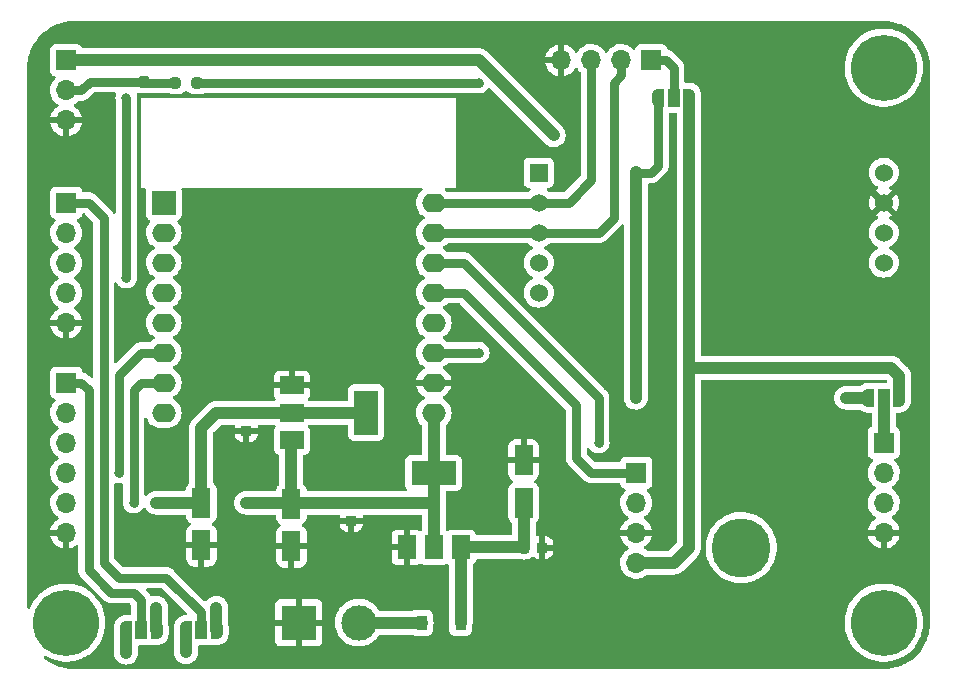
<source format=gtl>
%TF.GenerationSoftware,KiCad,Pcbnew,(6.0.6)*%
%TF.CreationDate,2022-07-17T21:08:35+02:00*%
%TF.ProjectId,esp8266-homenode,65737038-3236-4362-9d68-6f6d656e6f64,rev?*%
%TF.SameCoordinates,Original*%
%TF.FileFunction,Copper,L1,Top*%
%TF.FilePolarity,Positive*%
%FSLAX46Y46*%
G04 Gerber Fmt 4.6, Leading zero omitted, Abs format (unit mm)*
G04 Created by KiCad (PCBNEW (6.0.6)) date 2022-07-17 21:08:35*
%MOMM*%
%LPD*%
G01*
G04 APERTURE LIST*
G04 Aperture macros list*
%AMRoundRect*
0 Rectangle with rounded corners*
0 $1 Rounding radius*
0 $2 $3 $4 $5 $6 $7 $8 $9 X,Y pos of 4 corners*
0 Add a 4 corners polygon primitive as box body*
4,1,4,$2,$3,$4,$5,$6,$7,$8,$9,$2,$3,0*
0 Add four circle primitives for the rounded corners*
1,1,$1+$1,$2,$3*
1,1,$1+$1,$4,$5*
1,1,$1+$1,$6,$7*
1,1,$1+$1,$8,$9*
0 Add four rect primitives between the rounded corners*
20,1,$1+$1,$2,$3,$4,$5,0*
20,1,$1+$1,$4,$5,$6,$7,0*
20,1,$1+$1,$6,$7,$8,$9,0*
20,1,$1+$1,$8,$9,$2,$3,0*%
%AMFreePoly0*
4,1,22,0.550000,-0.750000,0.000000,-0.750000,0.000000,-0.745033,-0.079941,-0.743568,-0.215256,-0.701293,-0.333266,-0.622738,-0.424486,-0.514219,-0.481581,-0.384460,-0.499164,-0.250000,-0.500000,-0.250000,-0.500000,0.250000,-0.499164,0.250000,-0.499963,0.256109,-0.478152,0.396186,-0.417904,0.524511,-0.324060,0.630769,-0.204165,0.706417,-0.067858,0.745374,0.000000,0.744959,0.000000,0.750000,
0.550000,0.750000,0.550000,-0.750000,0.550000,-0.750000,$1*%
%AMFreePoly1*
4,1,20,0.000000,0.744959,0.073905,0.744508,0.209726,0.703889,0.328688,0.626782,0.421226,0.519385,0.479903,0.390333,0.500000,0.250000,0.500000,-0.250000,0.499851,-0.262216,0.476331,-0.402017,0.414519,-0.529596,0.319384,-0.634700,0.198574,-0.708877,0.061801,-0.746166,0.000000,-0.745033,0.000000,-0.750000,-0.550000,-0.750000,-0.550000,0.750000,0.000000,0.750000,0.000000,0.744959,
0.000000,0.744959,$1*%
G04 Aperture macros list end*
%TA.AperFunction,ComponentPad*%
%ADD10R,2.000000X2.000000*%
%TD*%
%TA.AperFunction,ComponentPad*%
%ADD11O,2.000000X1.600000*%
%TD*%
%TA.AperFunction,SMDPad,CuDef*%
%ADD12R,1.500000X2.000000*%
%TD*%
%TA.AperFunction,SMDPad,CuDef*%
%ADD13R,3.800000X2.000000*%
%TD*%
%TA.AperFunction,SMDPad,CuDef*%
%ADD14R,2.000000X1.500000*%
%TD*%
%TA.AperFunction,SMDPad,CuDef*%
%ADD15R,2.000000X3.800000*%
%TD*%
%TA.AperFunction,SMDPad,CuDef*%
%ADD16RoundRect,0.250000X0.550000X-1.050000X0.550000X1.050000X-0.550000X1.050000X-0.550000X-1.050000X0*%
%TD*%
%TA.AperFunction,SMDPad,CuDef*%
%ADD17RoundRect,0.225000X-0.225000X-0.250000X0.225000X-0.250000X0.225000X0.250000X-0.225000X0.250000X0*%
%TD*%
%TA.AperFunction,SMDPad,CuDef*%
%ADD18RoundRect,0.225000X-0.250000X0.225000X-0.250000X-0.225000X0.250000X-0.225000X0.250000X0.225000X0*%
%TD*%
%TA.AperFunction,SMDPad,CuDef*%
%ADD19RoundRect,0.250000X-0.550000X1.050000X-0.550000X-1.050000X0.550000X-1.050000X0.550000X1.050000X0*%
%TD*%
%TA.AperFunction,SMDPad,CuDef*%
%ADD20R,0.900000X1.200000*%
%TD*%
%TA.AperFunction,ComponentPad*%
%ADD21R,3.000000X3.000000*%
%TD*%
%TA.AperFunction,ComponentPad*%
%ADD22C,3.000000*%
%TD*%
%TA.AperFunction,ComponentPad*%
%ADD23R,1.700000X1.700000*%
%TD*%
%TA.AperFunction,ComponentPad*%
%ADD24O,1.700000X1.700000*%
%TD*%
%TA.AperFunction,ComponentPad*%
%ADD25C,5.600000*%
%TD*%
%TA.AperFunction,SMDPad,CuDef*%
%ADD26FreePoly0,0.000000*%
%TD*%
%TA.AperFunction,SMDPad,CuDef*%
%ADD27R,1.000000X1.500000*%
%TD*%
%TA.AperFunction,SMDPad,CuDef*%
%ADD28FreePoly1,0.000000*%
%TD*%
%TA.AperFunction,SMDPad,CuDef*%
%ADD29RoundRect,0.237500X-0.237500X0.250000X-0.237500X-0.250000X0.237500X-0.250000X0.237500X0.250000X0*%
%TD*%
%TA.AperFunction,ComponentPad*%
%ADD30C,5.000000*%
%TD*%
%TA.AperFunction,ComponentPad*%
%ADD31R,1.524000X1.524000*%
%TD*%
%TA.AperFunction,ComponentPad*%
%ADD32C,1.524000*%
%TD*%
%TA.AperFunction,SMDPad,CuDef*%
%ADD33RoundRect,0.237500X0.250000X0.237500X-0.250000X0.237500X-0.250000X-0.237500X0.250000X-0.237500X0*%
%TD*%
%TA.AperFunction,ViaPad*%
%ADD34C,0.800000*%
%TD*%
%TA.AperFunction,Conductor*%
%ADD35C,1.000000*%
%TD*%
%TA.AperFunction,Conductor*%
%ADD36C,0.750000*%
%TD*%
G04 APERTURE END LIST*
D10*
%TO.P,U1,1,~{RST}*%
%TO.N,unconnected-(U1-Pad1)*%
X94615000Y-69850000D03*
D11*
%TO.P,U1,2,A0*%
%TO.N,A0*%
X94615000Y-72390000D03*
%TO.P,U1,3,D0*%
%TO.N,D0*%
X94615000Y-74930000D03*
%TO.P,U1,4,SCK/D5*%
%TO.N,SCK*%
X94615000Y-77470000D03*
%TO.P,U1,5,MISO/D6*%
%TO.N,MISO*%
X94615000Y-80010000D03*
%TO.P,U1,6,MOSI/D7*%
%TO.N,MOSI*%
X94615000Y-82550000D03*
%TO.P,U1,7,CS/D8*%
%TO.N,CS*%
X94615000Y-85090000D03*
%TO.P,U1,8,3V3*%
%TO.N,unconnected-(U1-Pad8)*%
X94615000Y-87630000D03*
%TO.P,U1,9,5V*%
%TO.N,+5V*%
X117475000Y-87630000D03*
%TO.P,U1,10,GND*%
%TO.N,GND*%
X117475000Y-85090000D03*
%TO.P,U1,11,D4*%
%TO.N,ONE_WIRE*%
X117475000Y-82550000D03*
%TO.P,U1,12,D3*%
%TO.N,D3*%
X117475000Y-80010000D03*
%TO.P,U1,13,SDA/D2*%
%TO.N,SDA*%
X117475000Y-77470000D03*
%TO.P,U1,14,SCL/D1*%
%TO.N,SCL*%
X117475000Y-74930000D03*
%TO.P,U1,15,RX*%
%TO.N,RXD*%
X117475000Y-72390000D03*
%TO.P,U1,16,TX*%
%TO.N,TXD*%
X117475000Y-69850000D03*
%TD*%
D12*
%TO.P,U2,1,GND*%
%TO.N,GND*%
X115175000Y-99035000D03*
%TO.P,U2,2,VO*%
%TO.N,+5V*%
X117475000Y-99035000D03*
D13*
X117475000Y-92735000D03*
D12*
%TO.P,U2,3,VI*%
%TO.N,Net-(C1-Pad1)*%
X119775000Y-99035000D03*
%TD*%
D14*
%TO.P,U3,1,GND*%
%TO.N,GND*%
X105460000Y-85330000D03*
D15*
%TO.P,U3,2,VO*%
%TO.N,+3V3*%
X111760000Y-87630000D03*
D14*
X105460000Y-87630000D03*
%TO.P,U3,3,VI*%
%TO.N,+5V*%
X105460000Y-89930000D03*
%TD*%
D16*
%TO.P,C1,1*%
%TO.N,Net-(C1-Pad1)*%
X125095000Y-95250000D03*
%TO.P,C1,2*%
%TO.N,GND*%
X125095000Y-91650000D03*
%TD*%
D17*
%TO.P,C2,1*%
%TO.N,Net-(C1-Pad1)*%
X125095000Y-99060000D03*
%TO.P,C2,2*%
%TO.N,GND*%
X126645000Y-99060000D03*
%TD*%
D18*
%TO.P,C3,1*%
%TO.N,+5V*%
X110490000Y-95250000D03*
%TO.P,C3,2*%
%TO.N,GND*%
X110490000Y-96800000D03*
%TD*%
D19*
%TO.P,C4,1*%
%TO.N,+5V*%
X105410000Y-95355000D03*
%TO.P,C4,2*%
%TO.N,GND*%
X105410000Y-98955000D03*
%TD*%
D18*
%TO.P,C5,1*%
%TO.N,+3V3*%
X101600000Y-87630000D03*
%TO.P,C5,2*%
%TO.N,GND*%
X101600000Y-89180000D03*
%TD*%
D19*
%TO.P,C6,1*%
%TO.N,+3V3*%
X97790000Y-95250000D03*
%TO.P,C6,2*%
%TO.N,GND*%
X97790000Y-98850000D03*
%TD*%
D20*
%TO.P,D1,1,K*%
%TO.N,Net-(C1-Pad1)*%
X119760000Y-105410000D03*
%TO.P,D1,2,A*%
%TO.N,Net-(D1-Pad2)*%
X116460000Y-105410000D03*
%TD*%
D21*
%TO.P,J1,1,Pin_1*%
%TO.N,GND*%
X106045000Y-105410000D03*
D22*
%TO.P,J1,2,Pin_2*%
%TO.N,Net-(D1-Pad2)*%
X111125000Y-105410000D03*
%TD*%
D23*
%TO.P,J4,1,Pin_1*%
%TO.N,Net-(J4-Pad1)*%
X155575000Y-90170000D03*
D24*
%TO.P,J4,2,Pin_2*%
%TO.N,SDA*%
X155575000Y-92710000D03*
%TO.P,J4,3,Pin_3*%
%TO.N,SCL*%
X155575000Y-95250000D03*
%TO.P,J4,4,Pin_4*%
%TO.N,GND*%
X155575000Y-97790000D03*
%TD*%
D25*
%TO.P,REF\u002A\u002A,1*%
%TO.N,N/C*%
X155575000Y-105410000D03*
%TD*%
D26*
%TO.P,JP2,1,A*%
%TO.N,+5V*%
X136495000Y-60960000D03*
D27*
%TO.P,JP2,2,C*%
%TO.N,Net-(J5-Pad1)*%
X137795000Y-60960000D03*
D28*
%TO.P,JP2,3,B*%
%TO.N,+3V3*%
X139095000Y-60960000D03*
%TD*%
D29*
%TO.P,R2,1*%
%TO.N,+3V3*%
X92964000Y-57785000D03*
%TO.P,R2,2*%
%TO.N,Net-(J3-Pad2)*%
X92964000Y-59610000D03*
%TD*%
D26*
%TO.P,JP4,1,A*%
%TO.N,+5V*%
X96490000Y-106045000D03*
D27*
%TO.P,JP4,2,C*%
%TO.N,Net-(J7-Pad1)*%
X97790000Y-106045000D03*
D28*
%TO.P,JP4,3,B*%
%TO.N,+3V3*%
X99090000Y-106045000D03*
%TD*%
D26*
%TO.P,JP1,1,A*%
%TO.N,+5V*%
X154275000Y-86360000D03*
D27*
%TO.P,JP1,2,C*%
%TO.N,Net-(J4-Pad1)*%
X155575000Y-86360000D03*
D28*
%TO.P,JP1,3,B*%
%TO.N,+3V3*%
X156875000Y-86360000D03*
%TD*%
D25*
%TO.P,REF\u002A\u002A,1*%
%TO.N,N/C*%
X155575000Y-58420000D03*
%TD*%
D23*
%TO.P,J7,1,Pin_1*%
%TO.N,Net-(J7-Pad1)*%
X86360000Y-69855000D03*
D24*
%TO.P,J7,2,Pin_2*%
%TO.N,A0*%
X86360000Y-72395000D03*
%TO.P,J7,3,Pin_3*%
%TO.N,D0*%
X86360000Y-74935000D03*
%TO.P,J7,4,Pin_4*%
%TO.N,D3*%
X86360000Y-77475000D03*
%TO.P,J7,5,Pin_5*%
%TO.N,GND*%
X86360000Y-80015000D03*
%TD*%
D23*
%TO.P,J3,1,Pin_1*%
%TO.N,+3V3*%
X86360000Y-57800000D03*
D24*
%TO.P,J3,2,Pin_2*%
%TO.N,Net-(J3-Pad2)*%
X86360000Y-60340000D03*
%TO.P,J3,3,Pin_3*%
%TO.N,GND*%
X86360000Y-62880000D03*
%TD*%
D30*
%TO.P,J2,*%
%TO.N,*%
X143510000Y-99060000D03*
D23*
%TO.P,J2,1,Pin_1*%
%TO.N,SDA*%
X134620000Y-92710000D03*
D24*
%TO.P,J2,2,Pin_2*%
%TO.N,SCL*%
X134620000Y-95250000D03*
%TO.P,J2,3,Pin_3*%
%TO.N,GND*%
X134620000Y-97790000D03*
%TO.P,J2,4,Pin_4*%
%TO.N,+3V3*%
X134620000Y-100330000D03*
%TD*%
D23*
%TO.P,J6,1,Pin_1*%
%TO.N,Net-(J6-Pad1)*%
X86360000Y-85090000D03*
D24*
%TO.P,J6,2,Pin_2*%
%TO.N,SCK*%
X86360000Y-87630000D03*
%TO.P,J6,3,Pin_3*%
%TO.N,MISO*%
X86360000Y-90170000D03*
%TO.P,J6,4,Pin_4*%
%TO.N,MOSI*%
X86360000Y-92710000D03*
%TO.P,J6,5,Pin_5*%
%TO.N,CS*%
X86360000Y-95250000D03*
%TO.P,J6,6,Pin_6*%
%TO.N,GND*%
X86360000Y-97790000D03*
%TD*%
D26*
%TO.P,JP3,1,A*%
%TO.N,+5V*%
X91410000Y-106045000D03*
D27*
%TO.P,JP3,2,C*%
%TO.N,Net-(J6-Pad1)*%
X92710000Y-106045000D03*
D28*
%TO.P,JP3,3,B*%
%TO.N,+3V3*%
X94010000Y-106045000D03*
%TD*%
D31*
%TO.P,U4,1,Vout*%
%TO.N,unconnected-(U4-Pad1)*%
X126365000Y-67310000D03*
D32*
%TO.P,U4,2,RXD*%
%TO.N,TXD*%
X126365000Y-69850000D03*
%TO.P,U4,3,TXD*%
%TO.N,RXD*%
X126365000Y-72390000D03*
%TO.P,U4,4,SR*%
%TO.N,unconnected-(U4-Pad4)*%
X126365000Y-74930000D03*
%TO.P,U4,5,HD*%
%TO.N,unconnected-(U4-Pad5)*%
X126365000Y-77470000D03*
%TO.P,U4,6,Vin*%
%TO.N,+5V*%
X155575000Y-67310000D03*
%TO.P,U4,7,GND*%
%TO.N,GND*%
X155575000Y-69850000D03*
%TO.P,U4,8,A0T*%
%TO.N,unconnected-(U4-Pad8)*%
X155575000Y-72390000D03*
%TO.P,U4,9,PWM*%
%TO.N,unconnected-(U4-Pad9)*%
X155575000Y-74930000D03*
%TD*%
D23*
%TO.P,J5,1,Pin_1*%
%TO.N,Net-(J5-Pad1)*%
X135890000Y-57785000D03*
D24*
%TO.P,J5,2,Pin_2*%
%TO.N,RXD*%
X133350000Y-57785000D03*
%TO.P,J5,3,Pin_3*%
%TO.N,TXD*%
X130810000Y-57785000D03*
%TO.P,J5,4,Pin_4*%
%TO.N,GND*%
X128270000Y-57785000D03*
%TD*%
D25*
%TO.P,REF\u002A\u002A,1*%
%TO.N,N/C*%
X86360000Y-105410000D03*
%TD*%
D33*
%TO.P,R1,1*%
%TO.N,ONE_WIRE*%
X97432500Y-59690000D03*
%TO.P,R1,2*%
%TO.N,Net-(J3-Pad2)*%
X95607500Y-59690000D03*
%TD*%
D34*
%TO.N,+3V3*%
X93980000Y-95250000D03*
X127635000Y-64135000D03*
X99060000Y-104140000D03*
X108585000Y-87630000D03*
X93980000Y-104140000D03*
X139065000Y-64135000D03*
%TO.N,SCL*%
X131445000Y-90170000D03*
%TO.N,CS*%
X92075000Y-95250000D03*
%TO.N,MOSI*%
X90805000Y-92710000D03*
%TO.N,+5V*%
X101600000Y-95250000D03*
X96490000Y-107920000D03*
X91440000Y-107950000D03*
X134590000Y-86360000D03*
X134620000Y-67310000D03*
X152400000Y-86360000D03*
%TO.N,D3*%
X91440000Y-60960000D03*
X91440000Y-76200000D03*
%TO.N,ONE_WIRE*%
X121285000Y-59690000D03*
X121285000Y-82550000D03*
%TD*%
D35*
%TO.N,+3V3*%
X156875000Y-84485000D02*
X156875000Y-86360000D01*
X97790000Y-95250000D02*
X97790000Y-90805000D01*
X97790000Y-95250000D02*
X93980000Y-95250000D01*
X156210000Y-83820000D02*
X156875000Y-84485000D01*
X139065000Y-64135000D02*
X139065000Y-83820000D01*
X93980000Y-106015000D02*
X94010000Y-106045000D01*
X139065000Y-60990000D02*
X139095000Y-60960000D01*
X97790000Y-90805000D02*
X97790000Y-88900000D01*
X101600000Y-87630000D02*
X105460000Y-87630000D01*
X156210000Y-83820000D02*
X139065000Y-83820000D01*
X139065000Y-64135000D02*
X139065000Y-60990000D01*
X97790000Y-88900000D02*
X99060000Y-87630000D01*
X105460000Y-87630000D02*
X108585000Y-87630000D01*
X93980000Y-104140000D02*
X93980000Y-106015000D01*
D36*
X86375000Y-57785000D02*
X86360000Y-57800000D01*
D35*
X92949000Y-57800000D02*
X92964000Y-57785000D01*
X127635000Y-64135000D02*
X121285000Y-57785000D01*
X99060000Y-106015000D02*
X99090000Y-106045000D01*
X86360000Y-57800000D02*
X92949000Y-57800000D01*
X99060000Y-87630000D02*
X101600000Y-87630000D01*
X121285000Y-57785000D02*
X92964000Y-57785000D01*
X108585000Y-87630000D02*
X111760000Y-87630000D01*
X139065000Y-83820000D02*
X139065000Y-99060000D01*
X139065000Y-99060000D02*
X137795000Y-100330000D01*
X137795000Y-100330000D02*
X134620000Y-100330000D01*
X99060000Y-104140000D02*
X99060000Y-106015000D01*
D36*
X92964000Y-57785000D02*
X89535000Y-57785000D01*
%TO.N,TXD*%
X128905000Y-69850000D02*
X126365000Y-69850000D01*
X130800000Y-67955000D02*
X128905000Y-69850000D01*
X130800000Y-57785000D02*
X130800000Y-67955000D01*
X117475000Y-69850000D02*
X126365000Y-69850000D01*
%TO.N,RXD*%
X132715000Y-71120000D02*
X131445000Y-72390000D01*
X133340000Y-59065000D02*
X132715000Y-59690000D01*
X133340000Y-57785000D02*
X133340000Y-59065000D01*
X131445000Y-72390000D02*
X126365000Y-72390000D01*
X132715000Y-59690000D02*
X132715000Y-71120000D01*
X117475000Y-72390000D02*
X126365000Y-72390000D01*
%TO.N,SDA*%
X134620000Y-92710000D02*
X130810000Y-92710000D01*
X129540000Y-86995000D02*
X120015000Y-77470000D01*
X130810000Y-92710000D02*
X129540000Y-91440000D01*
X129540000Y-86995000D02*
X129540000Y-91440000D01*
X120015000Y-77470000D02*
X117475000Y-77470000D01*
%TO.N,SCL*%
X131445000Y-86360000D02*
X131445000Y-89535000D01*
X131445000Y-89535000D02*
X131445000Y-90170000D01*
X120015000Y-74930000D02*
X131445000Y-86360000D01*
X117475000Y-74930000D02*
X120015000Y-74930000D01*
%TO.N,CS*%
X92075000Y-85725000D02*
X92710000Y-85090000D01*
X92075000Y-95250000D02*
X92075000Y-85725000D01*
X92710000Y-85090000D02*
X94615000Y-85090000D01*
%TO.N,MOSI*%
X92710000Y-82550000D02*
X94615000Y-82550000D01*
X90805000Y-84455000D02*
X92710000Y-82550000D01*
X90805000Y-92710000D02*
X90805000Y-84455000D01*
D35*
%TO.N,+5V*%
X105410000Y-89980000D02*
X105460000Y-89930000D01*
X117475000Y-95250000D02*
X117475000Y-92735000D01*
D36*
X136495000Y-60960000D02*
X136495000Y-66705000D01*
D35*
X154275000Y-86360000D02*
X152400000Y-86360000D01*
X105515000Y-95250000D02*
X105410000Y-95355000D01*
D36*
X134590000Y-67280000D02*
X134620000Y-67310000D01*
D35*
X105410000Y-95355000D02*
X105410000Y-89980000D01*
X105305000Y-95250000D02*
X105410000Y-95355000D01*
D36*
X136495000Y-66705000D02*
X135890000Y-67310000D01*
D35*
X117475000Y-99035000D02*
X117475000Y-95250000D01*
X117475000Y-95250000D02*
X110490000Y-95250000D01*
X117475000Y-92735000D02*
X117475000Y-87630000D01*
X96490000Y-106045000D02*
X96490000Y-107920000D01*
X134590000Y-67280000D02*
X134590000Y-86360000D01*
D36*
X135890000Y-67310000D02*
X134620000Y-67310000D01*
D35*
X91410000Y-106045000D02*
X91410000Y-107920000D01*
X110490000Y-95250000D02*
X105515000Y-95250000D01*
X91410000Y-107920000D02*
X91440000Y-107950000D01*
X101600000Y-95250000D02*
X105305000Y-95250000D01*
%TO.N,Net-(C1-Pad1)*%
X119775000Y-102475000D02*
X119775000Y-99035000D01*
X119800000Y-99060000D02*
X119775000Y-99035000D01*
X120015000Y-99275000D02*
X119775000Y-99035000D01*
X119760000Y-102490000D02*
X119775000Y-102475000D01*
X119760000Y-105410000D02*
X119760000Y-102490000D01*
X125070000Y-99035000D02*
X125095000Y-99060000D01*
X119775000Y-99035000D02*
X125070000Y-99035000D01*
X125095000Y-99060000D02*
X125095000Y-95250000D01*
%TO.N,Net-(D1-Pad2)*%
X111125000Y-105410000D02*
X116460000Y-105410000D01*
D36*
%TO.N,D3*%
X91440000Y-76200000D02*
X91440000Y-60960000D01*
D35*
%TO.N,D0*%
X86365000Y-74930000D02*
X86360000Y-74935000D01*
%TO.N,A0*%
X94610000Y-72395000D02*
X94615000Y-72390000D01*
D36*
%TO.N,Net-(J3-Pad2)*%
X88345000Y-59610000D02*
X87615000Y-60340000D01*
X93044000Y-59690000D02*
X92964000Y-59610000D01*
X92964000Y-59610000D02*
X88345000Y-59610000D01*
X87615000Y-60340000D02*
X86360000Y-60340000D01*
X95607500Y-59690000D02*
X93044000Y-59690000D01*
D35*
%TO.N,Net-(J4-Pad1)*%
X155575000Y-90170000D02*
X155575000Y-86360000D01*
D36*
%TO.N,Net-(J5-Pad1)*%
X137160000Y-57785000D02*
X135890000Y-57785000D01*
X137795000Y-58420000D02*
X137160000Y-57785000D01*
X137795000Y-60960000D02*
X137795000Y-58420000D01*
%TO.N,Net-(J6-Pad1)*%
X92710000Y-103505000D02*
X92710000Y-106045000D01*
X86360000Y-85090000D02*
X87630000Y-85090000D01*
X88265000Y-100965000D02*
X90170000Y-102870000D01*
X92075000Y-102870000D02*
X92710000Y-103505000D01*
X88265000Y-85725000D02*
X88265000Y-100965000D01*
X87630000Y-85090000D02*
X88265000Y-85725000D01*
X90170000Y-102870000D02*
X92075000Y-102870000D01*
%TO.N,Net-(J7-Pad1)*%
X86360000Y-69855000D02*
X88270000Y-69855000D01*
X97790000Y-104545000D02*
X97790000Y-106045000D01*
X94845000Y-101600000D02*
X97790000Y-104545000D01*
X89535000Y-100330000D02*
X90805000Y-101600000D01*
X90805000Y-101600000D02*
X94845000Y-101600000D01*
X89535000Y-71120000D02*
X89535000Y-100330000D01*
X88270000Y-69855000D02*
X89535000Y-71120000D01*
%TO.N,ONE_WIRE*%
X121285000Y-59690000D02*
X97432500Y-59690000D01*
X117475000Y-82550000D02*
X121285000Y-82550000D01*
%TD*%
%TA.AperFunction,Conductor*%
%TO.N,GND*%
G36*
X155545018Y-54485000D02*
G01*
X155559852Y-54487310D01*
X155559855Y-54487310D01*
X155568724Y-54488691D01*
X155586033Y-54486428D01*
X155588656Y-54486085D01*
X155610810Y-54485156D01*
X155932397Y-54500023D01*
X155943985Y-54501097D01*
X156292566Y-54549722D01*
X156304006Y-54551861D01*
X156646613Y-54632441D01*
X156657789Y-54635621D01*
X156824651Y-54691548D01*
X156991504Y-54747472D01*
X157002356Y-54751676D01*
X157324324Y-54893839D01*
X157334729Y-54899019D01*
X157642223Y-55070292D01*
X157652100Y-55076408D01*
X157942465Y-55275313D01*
X157951753Y-55282327D01*
X158222528Y-55507175D01*
X158231128Y-55515016D01*
X158479984Y-55763872D01*
X158487825Y-55772472D01*
X158712673Y-56043247D01*
X158719687Y-56052535D01*
X158918592Y-56342900D01*
X158924708Y-56352777D01*
X159095981Y-56660271D01*
X159101161Y-56670676D01*
X159243324Y-56992644D01*
X159247528Y-57003496D01*
X159293807Y-57141573D01*
X159353433Y-57319470D01*
X159359376Y-57337202D01*
X159362559Y-57348387D01*
X159405509Y-57531000D01*
X159443139Y-57690994D01*
X159445278Y-57702434D01*
X159465306Y-57846010D01*
X159493385Y-58047298D01*
X159493903Y-58051015D01*
X159494977Y-58062604D01*
X159509502Y-58376784D01*
X159508136Y-58401986D01*
X159507855Y-58403794D01*
X159506309Y-58413724D01*
X159507473Y-58422626D01*
X159507473Y-58422628D01*
X159509398Y-58437344D01*
X159510390Y-58444928D01*
X159510436Y-58445283D01*
X159511500Y-58461621D01*
X159511500Y-105360633D01*
X159510000Y-105380018D01*
X159506309Y-105403724D01*
X159507473Y-105412625D01*
X159508915Y-105423656D01*
X159509844Y-105445810D01*
X159494977Y-105767396D01*
X159493903Y-105778985D01*
X159445278Y-106127566D01*
X159443139Y-106139006D01*
X159367498Y-106460615D01*
X159362561Y-106481604D01*
X159359379Y-106492789D01*
X159350885Y-106518131D01*
X159247528Y-106826504D01*
X159243324Y-106837356D01*
X159101161Y-107159324D01*
X159095981Y-107169729D01*
X158924708Y-107477223D01*
X158918592Y-107487100D01*
X158719687Y-107777465D01*
X158712673Y-107786753D01*
X158487825Y-108057528D01*
X158479984Y-108066128D01*
X158231128Y-108314984D01*
X158222528Y-108322825D01*
X157951753Y-108547673D01*
X157942465Y-108554687D01*
X157652100Y-108753592D01*
X157642223Y-108759708D01*
X157334729Y-108930981D01*
X157324324Y-108936161D01*
X157002356Y-109078324D01*
X156991504Y-109082528D01*
X156824651Y-109138452D01*
X156657789Y-109194379D01*
X156646613Y-109197559D01*
X156315570Y-109275419D01*
X156304006Y-109278139D01*
X156292566Y-109280278D01*
X155943985Y-109328903D01*
X155932396Y-109329977D01*
X155618216Y-109344502D01*
X155593014Y-109343136D01*
X155590153Y-109342691D01*
X155590151Y-109342691D01*
X155581276Y-109341309D01*
X155572374Y-109342473D01*
X155572372Y-109342473D01*
X155561347Y-109343915D01*
X155549714Y-109345436D01*
X155533379Y-109346500D01*
X87044367Y-109346500D01*
X87024982Y-109345000D01*
X87010148Y-109342690D01*
X87010145Y-109342690D01*
X87001276Y-109341309D01*
X86987303Y-109343136D01*
X86981344Y-109343915D01*
X86959190Y-109344844D01*
X86637603Y-109329977D01*
X86626015Y-109328903D01*
X86277434Y-109280278D01*
X86265994Y-109278139D01*
X86254430Y-109275419D01*
X85923387Y-109197559D01*
X85912211Y-109194379D01*
X85745349Y-109138452D01*
X85578496Y-109082528D01*
X85567644Y-109078324D01*
X85245676Y-108936161D01*
X85235271Y-108930981D01*
X84927777Y-108759708D01*
X84917900Y-108753592D01*
X84627535Y-108554687D01*
X84618248Y-108547673D01*
X84477576Y-108430861D01*
X84437946Y-108371954D01*
X84436455Y-108300973D01*
X84473576Y-108240454D01*
X84537523Y-108209612D01*
X84607994Y-108218237D01*
X84623529Y-108226263D01*
X84791355Y-108328303D01*
X84791360Y-108328306D01*
X84794270Y-108330075D01*
X84797358Y-108331521D01*
X84797357Y-108331521D01*
X85115710Y-108480649D01*
X85115720Y-108480653D01*
X85118794Y-108482093D01*
X85122012Y-108483195D01*
X85122015Y-108483196D01*
X85454615Y-108597071D01*
X85454623Y-108597073D01*
X85457838Y-108598174D01*
X85807435Y-108676959D01*
X85859728Y-108682917D01*
X86160114Y-108717142D01*
X86160122Y-108717142D01*
X86163497Y-108717527D01*
X86166901Y-108717545D01*
X86166904Y-108717545D01*
X86361227Y-108718562D01*
X86521857Y-108719403D01*
X86525243Y-108719053D01*
X86525245Y-108719053D01*
X86874932Y-108682917D01*
X86874941Y-108682916D01*
X86878324Y-108682566D01*
X86881657Y-108681852D01*
X86881660Y-108681851D01*
X87080104Y-108639308D01*
X87228727Y-108607446D01*
X87568968Y-108494922D01*
X87895066Y-108346311D01*
X87989207Y-108290414D01*
X88200262Y-108165099D01*
X88200267Y-108165096D01*
X88203207Y-108163350D01*
X88254851Y-108124575D01*
X88447042Y-107980273D01*
X88489786Y-107948180D01*
X88751451Y-107703319D01*
X88985140Y-107431630D01*
X89134106Y-107214883D01*
X89186190Y-107139101D01*
X89186195Y-107139094D01*
X89188120Y-107136292D01*
X89189732Y-107133298D01*
X89189737Y-107133290D01*
X89356395Y-106823772D01*
X89358017Y-106820760D01*
X89476328Y-106529394D01*
X89491562Y-106491877D01*
X89491564Y-106491872D01*
X89492842Y-106488724D01*
X89493918Y-106484949D01*
X89543412Y-106311198D01*
X89591020Y-106144070D01*
X89651401Y-105790828D01*
X89652126Y-105778985D01*
X89671837Y-105456687D01*
X89673278Y-105433131D01*
X89673359Y-105410000D01*
X89653979Y-105052159D01*
X89596066Y-104698505D01*
X89500297Y-104353173D01*
X89498691Y-104349136D01*
X89369052Y-104023369D01*
X89367793Y-104020205D01*
X89288770Y-103870957D01*
X89201702Y-103706513D01*
X89201698Y-103706506D01*
X89200103Y-103703494D01*
X88999190Y-103406746D01*
X88994131Y-103400780D01*
X88827232Y-103203980D01*
X88767403Y-103133432D01*
X88507454Y-102886750D01*
X88260465Y-102698595D01*
X88225091Y-102671647D01*
X88225089Y-102671646D01*
X88222384Y-102669585D01*
X88219472Y-102667828D01*
X88219467Y-102667825D01*
X87918443Y-102486236D01*
X87918437Y-102486233D01*
X87915528Y-102484478D01*
X87590475Y-102333593D01*
X87420752Y-102276145D01*
X87254255Y-102219789D01*
X87254250Y-102219788D01*
X87251028Y-102218697D01*
X87052681Y-102174724D01*
X86904493Y-102141871D01*
X86904487Y-102141870D01*
X86901158Y-102141132D01*
X86897769Y-102140758D01*
X86897764Y-102140757D01*
X86548338Y-102102180D01*
X86548333Y-102102180D01*
X86544957Y-102101807D01*
X86541558Y-102101801D01*
X86541557Y-102101801D01*
X86372080Y-102101505D01*
X86186592Y-102101182D01*
X86073413Y-102113277D01*
X85833639Y-102138901D01*
X85833631Y-102138902D01*
X85830256Y-102139263D01*
X85480117Y-102215606D01*
X85140271Y-102329317D01*
X85137178Y-102330739D01*
X85137177Y-102330740D01*
X85130974Y-102333593D01*
X84814694Y-102479066D01*
X84811760Y-102480822D01*
X84811758Y-102480823D01*
X84552003Y-102636283D01*
X84507193Y-102663101D01*
X84504467Y-102665163D01*
X84504465Y-102665164D01*
X84266925Y-102844815D01*
X84221367Y-102879270D01*
X84218882Y-102881612D01*
X84218877Y-102881616D01*
X84166462Y-102931010D01*
X83960559Y-103125043D01*
X83727819Y-103397546D01*
X83725900Y-103400358D01*
X83725897Y-103400363D01*
X83652707Y-103507656D01*
X83525871Y-103693591D01*
X83357077Y-104009714D01*
X83355806Y-104012876D01*
X83301407Y-104148197D01*
X83257440Y-104203941D01*
X83190315Y-104227066D01*
X83121344Y-104210229D01*
X83072424Y-104158776D01*
X83058500Y-104101200D01*
X83058500Y-98057966D01*
X85028257Y-98057966D01*
X85058565Y-98192446D01*
X85061645Y-98202275D01*
X85141770Y-98399603D01*
X85146413Y-98408794D01*
X85257694Y-98590388D01*
X85263777Y-98598699D01*
X85403213Y-98759667D01*
X85410580Y-98766883D01*
X85574434Y-98902916D01*
X85582881Y-98908831D01*
X85766756Y-99016279D01*
X85776042Y-99020729D01*
X85975001Y-99096703D01*
X85984899Y-99099579D01*
X86088250Y-99120606D01*
X86102299Y-99119410D01*
X86106000Y-99109065D01*
X86106000Y-98062115D01*
X86101525Y-98046876D01*
X86100135Y-98045671D01*
X86092452Y-98044000D01*
X85043225Y-98044000D01*
X85029694Y-98047973D01*
X85028257Y-98057966D01*
X83058500Y-98057966D01*
X83058500Y-95216695D01*
X84997251Y-95216695D01*
X84997548Y-95221848D01*
X84997548Y-95221851D01*
X85003011Y-95316590D01*
X85010110Y-95439715D01*
X85011247Y-95444761D01*
X85011248Y-95444767D01*
X85031119Y-95532939D01*
X85059222Y-95657639D01*
X85143266Y-95864616D01*
X85145965Y-95869020D01*
X85253072Y-96043803D01*
X85259987Y-96055088D01*
X85406250Y-96223938D01*
X85578126Y-96366632D01*
X85595802Y-96376961D01*
X85651955Y-96409774D01*
X85700679Y-96461412D01*
X85713750Y-96531195D01*
X85687019Y-96596967D01*
X85646562Y-96630327D01*
X85638457Y-96634546D01*
X85629738Y-96640036D01*
X85459433Y-96767905D01*
X85451726Y-96774748D01*
X85304590Y-96928717D01*
X85298104Y-96936727D01*
X85178098Y-97112649D01*
X85173000Y-97121623D01*
X85083338Y-97314783D01*
X85079775Y-97324470D01*
X85024389Y-97524183D01*
X85025912Y-97532607D01*
X85038292Y-97536000D01*
X86488000Y-97536000D01*
X86556121Y-97556002D01*
X86602614Y-97609658D01*
X86614000Y-97662000D01*
X86614000Y-99108517D01*
X86618064Y-99122359D01*
X86631478Y-99124393D01*
X86638184Y-99123534D01*
X86648262Y-99121392D01*
X86852255Y-99060191D01*
X86861842Y-99056433D01*
X87053095Y-98962739D01*
X87061945Y-98957464D01*
X87182332Y-98871593D01*
X87249405Y-98848319D01*
X87318414Y-98865003D01*
X87367448Y-98916347D01*
X87381500Y-98974172D01*
X87381500Y-100885543D01*
X87379949Y-100905255D01*
X87377850Y-100918507D01*
X87378195Y-100925094D01*
X87378195Y-100925098D01*
X87381327Y-100984850D01*
X87381500Y-100991445D01*
X87381500Y-101011306D01*
X87381844Y-101014577D01*
X87383576Y-101031059D01*
X87384093Y-101037633D01*
X87386485Y-101083262D01*
X87387570Y-101103971D01*
X87391042Y-101116929D01*
X87394645Y-101136372D01*
X87396046Y-101149702D01*
X87416578Y-101212894D01*
X87418444Y-101219196D01*
X87430455Y-101264022D01*
X87435638Y-101283363D01*
X87438634Y-101289242D01*
X87438637Y-101289251D01*
X87441728Y-101295317D01*
X87449292Y-101313579D01*
X87451392Y-101320043D01*
X87451395Y-101320051D01*
X87453436Y-101326331D01*
X87456738Y-101332050D01*
X87456740Y-101332055D01*
X87486654Y-101383867D01*
X87489787Y-101389637D01*
X87519953Y-101448839D01*
X87524109Y-101453971D01*
X87528391Y-101459259D01*
X87539589Y-101475552D01*
X87546296Y-101487169D01*
X87550713Y-101492075D01*
X87550717Y-101492080D01*
X87590747Y-101536538D01*
X87595031Y-101541554D01*
X87605441Y-101554409D01*
X87607528Y-101556986D01*
X87621573Y-101571031D01*
X87626114Y-101575816D01*
X87651911Y-101604466D01*
X87670566Y-101625185D01*
X87681426Y-101633075D01*
X87696454Y-101645912D01*
X89489085Y-103438542D01*
X89501926Y-103453577D01*
X89505927Y-103459084D01*
X89505932Y-103459090D01*
X89509815Y-103464434D01*
X89514725Y-103468855D01*
X89514726Y-103468856D01*
X89559194Y-103508895D01*
X89563979Y-103513436D01*
X89578015Y-103527472D01*
X89580575Y-103529545D01*
X89580576Y-103529546D01*
X89593443Y-103539966D01*
X89598453Y-103544246D01*
X89642921Y-103584284D01*
X89642926Y-103584288D01*
X89647831Y-103588704D01*
X89653543Y-103592002D01*
X89653546Y-103592004D01*
X89659446Y-103595410D01*
X89675742Y-103606610D01*
X89686161Y-103615047D01*
X89745363Y-103645213D01*
X89751133Y-103648346D01*
X89802945Y-103678260D01*
X89802950Y-103678262D01*
X89808669Y-103681564D01*
X89814949Y-103683605D01*
X89814957Y-103683608D01*
X89821421Y-103685708D01*
X89839683Y-103693272D01*
X89845749Y-103696363D01*
X89845758Y-103696366D01*
X89851637Y-103699362D01*
X89858015Y-103701071D01*
X89915804Y-103716556D01*
X89922106Y-103718422D01*
X89985298Y-103738954D01*
X89998205Y-103740311D01*
X89998628Y-103740355D01*
X90018071Y-103743958D01*
X90031029Y-103747430D01*
X90037619Y-103747775D01*
X90037623Y-103747776D01*
X90081573Y-103750079D01*
X90097372Y-103750907D01*
X90103931Y-103751423D01*
X90123694Y-103753500D01*
X90143555Y-103753500D01*
X90150150Y-103753673D01*
X90209902Y-103756805D01*
X90209906Y-103756805D01*
X90216493Y-103757150D01*
X90229747Y-103755051D01*
X90249456Y-103753500D01*
X91656851Y-103753500D01*
X91724972Y-103773502D01*
X91745945Y-103790404D01*
X91789594Y-103834052D01*
X91823620Y-103896363D01*
X91826500Y-103923148D01*
X91826500Y-104655271D01*
X91806498Y-104723392D01*
X91752842Y-104769885D01*
X91700500Y-104781271D01*
X91419992Y-104781271D01*
X91419222Y-104781269D01*
X91349069Y-104780840D01*
X91349063Y-104780840D01*
X91344583Y-104780813D01*
X91260493Y-104792331D01*
X91204724Y-104799970D01*
X91204720Y-104799971D01*
X91200273Y-104800580D01*
X91062564Y-104839937D01*
X90929602Y-104899414D01*
X90925820Y-104901800D01*
X90925813Y-104901804D01*
X90847834Y-104951006D01*
X90808474Y-104975840D01*
X90697548Y-105070246D01*
X90602740Y-105177597D01*
X90600285Y-105181334D01*
X90600283Y-105181337D01*
X90578695Y-105214202D01*
X90522774Y-105299334D01*
X90461905Y-105428979D01*
X90460596Y-105433262D01*
X90460594Y-105433266D01*
X90450350Y-105466773D01*
X90419317Y-105568277D01*
X90418628Y-105572700D01*
X90418627Y-105572706D01*
X90411318Y-105619653D01*
X90397283Y-105709795D01*
X90397228Y-105714262D01*
X90397228Y-105714267D01*
X90396714Y-105756340D01*
X90395503Y-105855438D01*
X90396063Y-105859723D01*
X90396271Y-105866760D01*
X90396271Y-106256047D01*
X90396273Y-106256047D01*
X90396682Y-106259014D01*
X90395504Y-106355438D01*
X90396085Y-106359880D01*
X90396085Y-106359883D01*
X90400436Y-106393155D01*
X90401500Y-106409492D01*
X90401500Y-107858157D01*
X90400763Y-107871764D01*
X90398879Y-107889110D01*
X90396676Y-107909388D01*
X90398288Y-107927813D01*
X90401050Y-107959388D01*
X90401379Y-107964214D01*
X90401500Y-107966686D01*
X90401500Y-107969769D01*
X90401801Y-107972837D01*
X90405690Y-108012506D01*
X90405812Y-108013819D01*
X90413913Y-108106413D01*
X90415400Y-108111532D01*
X90415920Y-108116833D01*
X90442791Y-108205834D01*
X90443126Y-108206967D01*
X90446401Y-108218237D01*
X90469091Y-108296336D01*
X90471544Y-108301068D01*
X90473084Y-108306169D01*
X90475976Y-108311608D01*
X90475978Y-108311612D01*
X90516731Y-108388260D01*
X90517343Y-108389426D01*
X90557271Y-108466453D01*
X90560108Y-108471926D01*
X90563431Y-108476089D01*
X90565934Y-108480796D01*
X90624755Y-108552918D01*
X90625446Y-108553774D01*
X90656738Y-108592973D01*
X90659242Y-108595477D01*
X90659884Y-108596195D01*
X90663585Y-108600528D01*
X90690935Y-108634062D01*
X90695682Y-108637989D01*
X90695684Y-108637991D01*
X90726267Y-108663291D01*
X90735047Y-108671281D01*
X90762075Y-108698309D01*
X90876261Y-108792102D01*
X91050563Y-108885562D01*
X91159219Y-108918782D01*
X91233800Y-108941584D01*
X91233802Y-108941584D01*
X91239698Y-108943387D01*
X91297551Y-108949264D01*
X91430334Y-108962752D01*
X91430339Y-108962752D01*
X91436462Y-108963374D01*
X91560525Y-108951646D01*
X91627229Y-108945341D01*
X91627231Y-108945341D01*
X91633362Y-108944761D01*
X91747082Y-108910860D01*
X91816993Y-108890019D01*
X91816995Y-108890018D01*
X91822896Y-108888259D01*
X91997846Y-108796018D01*
X92007516Y-108788188D01*
X92146757Y-108675432D01*
X92146758Y-108675431D01*
X92151547Y-108671553D01*
X92174477Y-108644032D01*
X92274205Y-108524335D01*
X92274208Y-108524330D01*
X92278146Y-108519604D01*
X92372821Y-108345959D01*
X92431964Y-108157231D01*
X92433639Y-108141816D01*
X92452659Y-107966736D01*
X92452659Y-107966732D01*
X92453324Y-107960611D01*
X92436087Y-107763587D01*
X92423503Y-107720271D01*
X92418500Y-107685119D01*
X92418500Y-107429500D01*
X92438502Y-107361379D01*
X92492158Y-107314886D01*
X92544500Y-107303500D01*
X93258134Y-107303500D01*
X93320316Y-107296745D01*
X93320611Y-107296634D01*
X93362627Y-107294729D01*
X93455554Y-107308090D01*
X93455557Y-107308090D01*
X93460000Y-107308729D01*
X93997322Y-107308729D01*
X93999630Y-107308750D01*
X94063020Y-107309912D01*
X94114496Y-107303500D01*
X94203128Y-107292460D01*
X94203132Y-107292459D01*
X94207565Y-107291907D01*
X94345745Y-107254234D01*
X94349862Y-107252452D01*
X94349866Y-107252451D01*
X94475296Y-107198173D01*
X94475301Y-107198171D01*
X94479420Y-107196388D01*
X94601472Y-107121448D01*
X94615959Y-107109421D01*
X94710093Y-107031270D01*
X94710095Y-107031268D01*
X94713540Y-107028408D01*
X94809654Y-106922224D01*
X94866898Y-106837356D01*
X94888599Y-106805183D01*
X94888602Y-106805178D01*
X94891107Y-106801464D01*
X94895546Y-106792303D01*
X94951596Y-106676613D01*
X94953554Y-106672572D01*
X94997838Y-106533812D01*
X95021600Y-106392574D01*
X95028682Y-106313627D01*
X95028833Y-106301285D01*
X95023995Y-106226964D01*
X95023729Y-106218779D01*
X95023729Y-105874481D01*
X95024233Y-105863223D01*
X95028464Y-105816053D01*
X95028682Y-105813627D01*
X95028833Y-105801285D01*
X95025686Y-105752945D01*
X95023841Y-105724592D01*
X95023840Y-105724582D01*
X95023683Y-105722171D01*
X95009991Y-105626563D01*
X95004016Y-105584839D01*
X95004015Y-105584833D01*
X95003379Y-105580394D01*
X94993565Y-105546833D01*
X94988500Y-105511469D01*
X94988500Y-104090231D01*
X94974080Y-103943167D01*
X94952279Y-103870957D01*
X94948522Y-103858514D01*
X94916916Y-103753831D01*
X94824066Y-103579204D01*
X94730462Y-103464434D01*
X94702960Y-103430713D01*
X94702957Y-103430710D01*
X94699065Y-103425938D01*
X94692718Y-103420687D01*
X94551425Y-103303799D01*
X94551421Y-103303797D01*
X94546675Y-103299870D01*
X94372701Y-103205802D01*
X94183768Y-103147318D01*
X94177643Y-103146674D01*
X94177642Y-103146674D01*
X93993204Y-103127289D01*
X93993202Y-103127289D01*
X93987075Y-103126645D01*
X93904576Y-103134153D01*
X93796251Y-103144011D01*
X93796248Y-103144012D01*
X93790112Y-103144570D01*
X93784202Y-103146310D01*
X93784199Y-103146310D01*
X93656130Y-103184002D01*
X93585134Y-103184046D01*
X93525384Y-103145700D01*
X93511438Y-103126130D01*
X93505278Y-103115461D01*
X93488345Y-103086132D01*
X93485214Y-103080366D01*
X93455048Y-103021161D01*
X93446607Y-103010737D01*
X93435412Y-102994449D01*
X93432005Y-102988548D01*
X93432004Y-102988547D01*
X93428704Y-102982831D01*
X93424287Y-102977925D01*
X93424283Y-102977920D01*
X93384253Y-102933462D01*
X93379969Y-102928447D01*
X93369548Y-102915579D01*
X93367472Y-102913015D01*
X93353436Y-102898979D01*
X93348895Y-102894194D01*
X93308856Y-102849726D01*
X93308855Y-102849725D01*
X93304434Y-102844815D01*
X93293581Y-102836930D01*
X93278546Y-102824088D01*
X93153053Y-102698595D01*
X93119027Y-102636283D01*
X93124092Y-102565468D01*
X93166639Y-102508632D01*
X93233159Y-102483821D01*
X93242148Y-102483500D01*
X94426852Y-102483500D01*
X94494973Y-102503502D01*
X94515947Y-102520405D01*
X96561550Y-104566008D01*
X96595576Y-104628320D01*
X96590511Y-104699135D01*
X96547964Y-104755971D01*
X96481444Y-104780782D01*
X96471691Y-104781101D01*
X96456154Y-104781006D01*
X96429069Y-104780840D01*
X96429063Y-104780840D01*
X96424583Y-104780813D01*
X96340493Y-104792331D01*
X96284724Y-104799970D01*
X96284720Y-104799971D01*
X96280273Y-104800580D01*
X96142564Y-104839937D01*
X96009602Y-104899414D01*
X96005820Y-104901800D01*
X96005813Y-104901804D01*
X95927834Y-104951006D01*
X95888474Y-104975840D01*
X95777548Y-105070246D01*
X95682740Y-105177597D01*
X95680285Y-105181334D01*
X95680283Y-105181337D01*
X95658695Y-105214202D01*
X95602774Y-105299334D01*
X95541905Y-105428979D01*
X95540596Y-105433262D01*
X95540594Y-105433266D01*
X95530350Y-105466773D01*
X95499317Y-105568277D01*
X95498628Y-105572700D01*
X95498627Y-105572706D01*
X95491318Y-105619653D01*
X95477283Y-105709795D01*
X95477228Y-105714262D01*
X95477228Y-105714267D01*
X95476714Y-105756340D01*
X95475503Y-105855438D01*
X95476063Y-105859723D01*
X95476271Y-105866760D01*
X95476271Y-106256047D01*
X95476273Y-106256047D01*
X95476682Y-106259014D01*
X95475504Y-106355438D01*
X95476085Y-106359880D01*
X95476085Y-106359883D01*
X95480436Y-106393155D01*
X95481500Y-106409492D01*
X95481500Y-107969769D01*
X95481800Y-107972825D01*
X95481800Y-107972832D01*
X95482530Y-107980273D01*
X95495920Y-108116833D01*
X95553084Y-108306169D01*
X95645934Y-108480796D01*
X95681444Y-108524335D01*
X95767040Y-108629287D01*
X95767041Y-108629288D01*
X95770935Y-108634062D01*
X95775682Y-108637989D01*
X95775684Y-108637991D01*
X95918575Y-108756201D01*
X95918579Y-108756203D01*
X95923325Y-108760130D01*
X96097299Y-108854198D01*
X96286232Y-108912682D01*
X96292357Y-108913326D01*
X96292358Y-108913326D01*
X96476796Y-108932711D01*
X96476798Y-108932711D01*
X96482925Y-108933355D01*
X96565424Y-108925847D01*
X96673749Y-108915989D01*
X96673752Y-108915988D01*
X96679888Y-108915430D01*
X96685794Y-108913692D01*
X96685798Y-108913691D01*
X96791270Y-108882649D01*
X96869619Y-108859590D01*
X96875077Y-108856737D01*
X96875081Y-108856735D01*
X96998711Y-108792102D01*
X97044890Y-108767960D01*
X97199025Y-108644032D01*
X97326154Y-108492526D01*
X97329121Y-108487128D01*
X97329125Y-108487123D01*
X97418467Y-108324608D01*
X97421433Y-108319213D01*
X97423846Y-108311608D01*
X97479373Y-108136564D01*
X97479373Y-108136563D01*
X97481235Y-108130694D01*
X97498500Y-107976773D01*
X97498500Y-107429500D01*
X97518502Y-107361379D01*
X97572158Y-107314886D01*
X97624500Y-107303500D01*
X98338134Y-107303500D01*
X98400316Y-107296745D01*
X98400611Y-107296634D01*
X98442627Y-107294729D01*
X98535554Y-107308090D01*
X98535557Y-107308090D01*
X98540000Y-107308729D01*
X99077322Y-107308729D01*
X99079630Y-107308750D01*
X99143020Y-107309912D01*
X99194496Y-107303500D01*
X99283128Y-107292460D01*
X99283132Y-107292459D01*
X99287565Y-107291907D01*
X99425745Y-107254234D01*
X99429862Y-107252452D01*
X99429866Y-107252451D01*
X99555296Y-107198173D01*
X99555301Y-107198171D01*
X99559420Y-107196388D01*
X99681472Y-107121448D01*
X99695959Y-107109421D01*
X99790093Y-107031270D01*
X99790095Y-107031268D01*
X99793540Y-107028408D01*
X99860286Y-106954669D01*
X104037001Y-106954669D01*
X104037371Y-106961490D01*
X104042895Y-107012352D01*
X104046521Y-107027604D01*
X104091676Y-107148054D01*
X104100214Y-107163649D01*
X104176715Y-107265724D01*
X104189276Y-107278285D01*
X104291351Y-107354786D01*
X104306946Y-107363324D01*
X104427394Y-107408478D01*
X104442649Y-107412105D01*
X104493514Y-107417631D01*
X104500328Y-107418000D01*
X105772885Y-107418000D01*
X105788124Y-107413525D01*
X105789329Y-107412135D01*
X105791000Y-107404452D01*
X105791000Y-107399884D01*
X106299000Y-107399884D01*
X106303475Y-107415123D01*
X106304865Y-107416328D01*
X106312548Y-107417999D01*
X107589669Y-107417999D01*
X107596490Y-107417629D01*
X107647352Y-107412105D01*
X107662604Y-107408479D01*
X107783054Y-107363324D01*
X107798649Y-107354786D01*
X107900724Y-107278285D01*
X107913285Y-107265724D01*
X107989786Y-107163649D01*
X107998324Y-107148054D01*
X108043478Y-107027606D01*
X108047105Y-107012351D01*
X108052631Y-106961486D01*
X108053000Y-106954672D01*
X108053000Y-105682115D01*
X108048525Y-105666876D01*
X108047135Y-105665671D01*
X108039452Y-105664000D01*
X106317115Y-105664000D01*
X106301876Y-105668475D01*
X106300671Y-105669865D01*
X106299000Y-105677548D01*
X106299000Y-107399884D01*
X105791000Y-107399884D01*
X105791000Y-105682115D01*
X105786525Y-105666876D01*
X105785135Y-105665671D01*
X105777452Y-105664000D01*
X104055116Y-105664000D01*
X104039877Y-105668475D01*
X104038672Y-105669865D01*
X104037001Y-105677548D01*
X104037001Y-106954669D01*
X99860286Y-106954669D01*
X99889654Y-106922224D01*
X99946898Y-106837356D01*
X99968599Y-106805183D01*
X99968602Y-106805178D01*
X99971107Y-106801464D01*
X99975546Y-106792303D01*
X100031596Y-106676613D01*
X100033554Y-106672572D01*
X100077838Y-106533812D01*
X100101600Y-106392574D01*
X100108682Y-106313627D01*
X100108833Y-106301285D01*
X100103995Y-106226964D01*
X100103729Y-106218779D01*
X100103729Y-105874481D01*
X100104233Y-105863223D01*
X100108464Y-105816053D01*
X100108682Y-105813627D01*
X100108833Y-105801285D01*
X100105686Y-105752945D01*
X100103841Y-105724592D01*
X100103840Y-105724582D01*
X100103683Y-105722171D01*
X100089991Y-105626563D01*
X100084016Y-105584839D01*
X100084015Y-105584833D01*
X100083379Y-105580394D01*
X100073565Y-105546833D01*
X100068500Y-105511469D01*
X100068500Y-105388918D01*
X109111917Y-105388918D01*
X109127682Y-105662320D01*
X109128507Y-105666525D01*
X109128508Y-105666533D01*
X109157367Y-105813627D01*
X109180405Y-105931053D01*
X109181792Y-105935103D01*
X109181793Y-105935108D01*
X109253337Y-106144070D01*
X109269112Y-106190144D01*
X109330636Y-106312472D01*
X109383963Y-106418500D01*
X109392160Y-106434799D01*
X109394586Y-106438328D01*
X109394589Y-106438334D01*
X109460210Y-106533812D01*
X109547274Y-106660490D01*
X109550161Y-106663663D01*
X109550162Y-106663664D01*
X109675550Y-106801464D01*
X109731582Y-106863043D01*
X109941675Y-107038707D01*
X109945316Y-107040991D01*
X110170024Y-107181951D01*
X110170028Y-107181953D01*
X110173664Y-107184234D01*
X110241544Y-107214883D01*
X110419345Y-107295164D01*
X110419349Y-107295166D01*
X110423257Y-107296930D01*
X110445437Y-107303500D01*
X110681723Y-107373491D01*
X110681727Y-107373492D01*
X110685836Y-107374709D01*
X110690070Y-107375357D01*
X110690075Y-107375358D01*
X110952298Y-107415483D01*
X110952300Y-107415483D01*
X110956540Y-107416132D01*
X111095912Y-107418322D01*
X111226071Y-107420367D01*
X111226077Y-107420367D01*
X111230362Y-107420434D01*
X111502235Y-107387534D01*
X111767127Y-107318041D01*
X111771087Y-107316401D01*
X111771092Y-107316399D01*
X111893632Y-107265641D01*
X112020136Y-107213241D01*
X112182122Y-107118584D01*
X112252879Y-107077237D01*
X112252880Y-107077236D01*
X112256582Y-107075073D01*
X112472089Y-106906094D01*
X112513809Y-106863043D01*
X112659686Y-106712509D01*
X112662669Y-106709431D01*
X112665202Y-106705983D01*
X112665206Y-106705978D01*
X112822257Y-106492178D01*
X112824795Y-106488723D01*
X112826839Y-106484959D01*
X112826845Y-106484949D01*
X112827153Y-106484381D01*
X112827297Y-106484237D01*
X112829140Y-106481332D01*
X112829782Y-106481739D01*
X112877234Y-106434058D01*
X112937885Y-106418500D01*
X115665126Y-106418500D01*
X115733247Y-106438502D01*
X115740673Y-106443661D01*
X115763295Y-106460615D01*
X115899684Y-106511745D01*
X115961866Y-106518500D01*
X116958134Y-106518500D01*
X117020316Y-106511745D01*
X117156705Y-106460615D01*
X117273261Y-106373261D01*
X117360615Y-106256705D01*
X117411745Y-106120316D01*
X117418500Y-106058134D01*
X117418500Y-105743248D01*
X117424135Y-105705989D01*
X117436242Y-105666876D01*
X117452682Y-105613768D01*
X117471479Y-105434928D01*
X117472711Y-105423204D01*
X117472711Y-105423202D01*
X117473355Y-105417075D01*
X117455430Y-105220112D01*
X117442918Y-105177597D01*
X117423626Y-105112050D01*
X117418500Y-105076475D01*
X117418500Y-104761866D01*
X117411745Y-104699684D01*
X117360615Y-104563295D01*
X117273261Y-104446739D01*
X117156705Y-104359385D01*
X117020316Y-104308255D01*
X116958134Y-104301500D01*
X115961866Y-104301500D01*
X115899684Y-104308255D01*
X115763295Y-104359385D01*
X115740689Y-104376327D01*
X115674185Y-104401174D01*
X115665126Y-104401500D01*
X112936633Y-104401500D01*
X112868512Y-104381498D01*
X112833546Y-104347950D01*
X112692014Y-104146569D01*
X112692008Y-104146562D01*
X112689545Y-104143057D01*
X112572581Y-104017189D01*
X112506046Y-103945588D01*
X112506043Y-103945585D01*
X112503125Y-103942445D01*
X112499810Y-103939731D01*
X112499806Y-103939728D01*
X112317368Y-103790404D01*
X112291205Y-103768990D01*
X112057704Y-103625901D01*
X112053768Y-103624173D01*
X111810873Y-103517549D01*
X111810869Y-103517548D01*
X111806945Y-103515825D01*
X111543566Y-103440800D01*
X111539324Y-103440196D01*
X111539318Y-103440195D01*
X111312366Y-103407895D01*
X111272443Y-103402213D01*
X111128589Y-103401460D01*
X111002877Y-103400802D01*
X111002871Y-103400802D01*
X110998591Y-103400780D01*
X110994347Y-103401339D01*
X110994343Y-103401339D01*
X110875302Y-103417011D01*
X110727078Y-103436525D01*
X110722938Y-103437658D01*
X110722936Y-103437658D01*
X110694059Y-103445558D01*
X110462928Y-103508788D01*
X110458980Y-103510472D01*
X110214982Y-103614546D01*
X110214978Y-103614548D01*
X110211030Y-103616232D01*
X110157371Y-103648346D01*
X109979725Y-103754664D01*
X109979721Y-103754667D01*
X109976043Y-103756868D01*
X109762318Y-103928094D01*
X109681863Y-104012876D01*
X109608456Y-104090231D01*
X109573808Y-104126742D01*
X109414002Y-104349136D01*
X109285857Y-104591161D01*
X109284385Y-104595184D01*
X109284383Y-104595188D01*
X109194817Y-104839937D01*
X109191743Y-104848337D01*
X109133404Y-105115907D01*
X109133068Y-105120177D01*
X109113376Y-105370386D01*
X109111917Y-105388918D01*
X100068500Y-105388918D01*
X100068500Y-105137885D01*
X104037000Y-105137885D01*
X104041475Y-105153124D01*
X104042865Y-105154329D01*
X104050548Y-105156000D01*
X105772885Y-105156000D01*
X105788124Y-105151525D01*
X105789329Y-105150135D01*
X105791000Y-105142452D01*
X105791000Y-105137885D01*
X106299000Y-105137885D01*
X106303475Y-105153124D01*
X106304865Y-105154329D01*
X106312548Y-105156000D01*
X108034884Y-105156000D01*
X108050123Y-105151525D01*
X108051328Y-105150135D01*
X108052999Y-105142452D01*
X108052999Y-103865331D01*
X108052629Y-103858510D01*
X108047105Y-103807648D01*
X108043479Y-103792396D01*
X107998324Y-103671946D01*
X107989786Y-103656351D01*
X107913285Y-103554276D01*
X107900724Y-103541715D01*
X107798649Y-103465214D01*
X107783054Y-103456676D01*
X107662606Y-103411522D01*
X107647351Y-103407895D01*
X107596486Y-103402369D01*
X107589672Y-103402000D01*
X106317115Y-103402000D01*
X106301876Y-103406475D01*
X106300671Y-103407865D01*
X106299000Y-103415548D01*
X106299000Y-105137885D01*
X105791000Y-105137885D01*
X105791000Y-103420116D01*
X105786525Y-103404877D01*
X105785135Y-103403672D01*
X105777452Y-103402001D01*
X104500331Y-103402001D01*
X104493510Y-103402371D01*
X104442648Y-103407895D01*
X104427396Y-103411521D01*
X104306946Y-103456676D01*
X104291351Y-103465214D01*
X104189276Y-103541715D01*
X104176715Y-103554276D01*
X104100214Y-103656351D01*
X104091676Y-103671946D01*
X104046522Y-103792394D01*
X104042895Y-103807649D01*
X104037369Y-103858514D01*
X104037000Y-103865328D01*
X104037000Y-105137885D01*
X100068500Y-105137885D01*
X100068500Y-104090231D01*
X100054080Y-103943167D01*
X100032279Y-103870957D01*
X100028522Y-103858514D01*
X99996916Y-103753831D01*
X99904066Y-103579204D01*
X99810462Y-103464434D01*
X99782960Y-103430713D01*
X99782957Y-103430710D01*
X99779065Y-103425938D01*
X99772718Y-103420687D01*
X99631425Y-103303799D01*
X99631421Y-103303797D01*
X99626675Y-103299870D01*
X99452701Y-103205802D01*
X99263768Y-103147318D01*
X99257643Y-103146674D01*
X99257642Y-103146674D01*
X99073204Y-103127289D01*
X99073202Y-103127289D01*
X99067075Y-103126645D01*
X98984576Y-103134153D01*
X98876251Y-103144011D01*
X98876248Y-103144012D01*
X98870112Y-103144570D01*
X98864206Y-103146308D01*
X98864202Y-103146309D01*
X98797797Y-103165853D01*
X98680381Y-103200410D01*
X98674923Y-103203263D01*
X98674919Y-103203265D01*
X98630097Y-103226698D01*
X98505110Y-103292040D01*
X98350975Y-103415968D01*
X98238355Y-103550182D01*
X98179249Y-103589507D01*
X98108261Y-103590633D01*
X98052742Y-103558284D01*
X95525912Y-101031454D01*
X95513075Y-101016426D01*
X95505185Y-101005566D01*
X95455816Y-100961114D01*
X95451031Y-100956573D01*
X95436986Y-100942528D01*
X95433653Y-100939829D01*
X95421554Y-100930031D01*
X95416538Y-100925747D01*
X95372080Y-100885717D01*
X95372075Y-100885713D01*
X95367169Y-100881296D01*
X95355552Y-100874589D01*
X95339259Y-100863391D01*
X95333971Y-100859109D01*
X95328839Y-100854953D01*
X95269637Y-100824787D01*
X95263867Y-100821654D01*
X95212055Y-100791740D01*
X95212050Y-100791738D01*
X95206331Y-100788436D01*
X95200051Y-100786395D01*
X95200043Y-100786392D01*
X95193579Y-100784292D01*
X95175317Y-100776728D01*
X95169251Y-100773637D01*
X95169242Y-100773634D01*
X95163363Y-100770638D01*
X95134858Y-100763000D01*
X95099196Y-100753444D01*
X95092894Y-100751578D01*
X95029702Y-100731046D01*
X95016372Y-100729645D01*
X94996929Y-100726042D01*
X94983971Y-100722570D01*
X94977381Y-100722225D01*
X94977377Y-100722224D01*
X94933427Y-100719921D01*
X94917628Y-100719093D01*
X94911069Y-100718577D01*
X94891306Y-100716500D01*
X94871445Y-100716500D01*
X94864850Y-100716327D01*
X94805098Y-100713195D01*
X94805094Y-100713195D01*
X94798507Y-100712850D01*
X94785253Y-100714949D01*
X94765544Y-100716500D01*
X91223148Y-100716500D01*
X91155027Y-100696498D01*
X91134053Y-100679595D01*
X90455405Y-100000947D01*
X90425999Y-99947095D01*
X96482001Y-99947095D01*
X96482338Y-99953614D01*
X96492257Y-100049206D01*
X96495149Y-100062600D01*
X96546588Y-100216784D01*
X96552761Y-100229962D01*
X96638063Y-100367807D01*
X96647099Y-100379208D01*
X96761829Y-100493739D01*
X96773240Y-100502751D01*
X96911243Y-100587816D01*
X96924424Y-100593963D01*
X97078710Y-100645138D01*
X97092086Y-100648005D01*
X97186438Y-100657672D01*
X97192854Y-100658000D01*
X97517885Y-100658000D01*
X97533124Y-100653525D01*
X97534329Y-100652135D01*
X97536000Y-100644452D01*
X97536000Y-100639884D01*
X98044000Y-100639884D01*
X98048475Y-100655123D01*
X98049865Y-100656328D01*
X98057548Y-100657999D01*
X98387095Y-100657999D01*
X98393614Y-100657662D01*
X98489206Y-100647743D01*
X98502600Y-100644851D01*
X98656784Y-100593412D01*
X98669962Y-100587239D01*
X98807807Y-100501937D01*
X98819208Y-100492901D01*
X98933739Y-100378171D01*
X98942751Y-100366760D01*
X99027816Y-100228757D01*
X99033963Y-100215576D01*
X99085138Y-100061290D01*
X99087109Y-100052095D01*
X104102001Y-100052095D01*
X104102338Y-100058614D01*
X104112257Y-100154206D01*
X104115149Y-100167600D01*
X104166588Y-100321784D01*
X104172761Y-100334962D01*
X104258063Y-100472807D01*
X104267099Y-100484208D01*
X104381829Y-100598739D01*
X104393240Y-100607751D01*
X104531243Y-100692816D01*
X104544424Y-100698963D01*
X104698710Y-100750138D01*
X104712086Y-100753005D01*
X104806438Y-100762672D01*
X104812854Y-100763000D01*
X105137885Y-100763000D01*
X105153124Y-100758525D01*
X105154329Y-100757135D01*
X105156000Y-100749452D01*
X105156000Y-100744884D01*
X105664000Y-100744884D01*
X105668475Y-100760123D01*
X105669865Y-100761328D01*
X105677548Y-100762999D01*
X106007095Y-100762999D01*
X106013614Y-100762662D01*
X106109206Y-100752743D01*
X106122600Y-100749851D01*
X106276784Y-100698412D01*
X106289962Y-100692239D01*
X106427807Y-100606937D01*
X106439208Y-100597901D01*
X106553739Y-100483171D01*
X106562751Y-100471760D01*
X106647816Y-100333757D01*
X106653963Y-100320576D01*
X106705138Y-100166290D01*
X106708005Y-100152914D01*
X106715509Y-100079669D01*
X113917001Y-100079669D01*
X113917371Y-100086490D01*
X113922895Y-100137352D01*
X113926521Y-100152604D01*
X113971676Y-100273054D01*
X113980214Y-100288649D01*
X114056715Y-100390724D01*
X114069276Y-100403285D01*
X114171351Y-100479786D01*
X114186946Y-100488324D01*
X114307394Y-100533478D01*
X114322649Y-100537105D01*
X114373514Y-100542631D01*
X114380328Y-100543000D01*
X114902885Y-100543000D01*
X114918124Y-100538525D01*
X114919329Y-100537135D01*
X114921000Y-100529452D01*
X114921000Y-99307115D01*
X114916525Y-99291876D01*
X114915135Y-99290671D01*
X114907452Y-99289000D01*
X113935116Y-99289000D01*
X113919877Y-99293475D01*
X113918672Y-99294865D01*
X113917001Y-99302548D01*
X113917001Y-100079669D01*
X106715509Y-100079669D01*
X106717672Y-100058562D01*
X106718000Y-100052146D01*
X106718000Y-99227115D01*
X106713525Y-99211876D01*
X106712135Y-99210671D01*
X106704452Y-99209000D01*
X105682115Y-99209000D01*
X105666876Y-99213475D01*
X105665671Y-99214865D01*
X105664000Y-99222548D01*
X105664000Y-100744884D01*
X105156000Y-100744884D01*
X105156000Y-99227115D01*
X105151525Y-99211876D01*
X105150135Y-99210671D01*
X105142452Y-99209000D01*
X104120116Y-99209000D01*
X104104877Y-99213475D01*
X104103672Y-99214865D01*
X104102001Y-99222548D01*
X104102001Y-100052095D01*
X99087109Y-100052095D01*
X99088005Y-100047914D01*
X99097672Y-99953562D01*
X99098000Y-99947146D01*
X99098000Y-99122115D01*
X99093525Y-99106876D01*
X99092135Y-99105671D01*
X99084452Y-99104000D01*
X98062115Y-99104000D01*
X98046876Y-99108475D01*
X98045671Y-99109865D01*
X98044000Y-99117548D01*
X98044000Y-100639884D01*
X97536000Y-100639884D01*
X97536000Y-99122115D01*
X97531525Y-99106876D01*
X97530135Y-99105671D01*
X97522452Y-99104000D01*
X96500116Y-99104000D01*
X96484877Y-99108475D01*
X96483672Y-99109865D01*
X96482001Y-99117548D01*
X96482001Y-99947095D01*
X90425999Y-99947095D01*
X90421379Y-99938635D01*
X90418500Y-99911852D01*
X90418500Y-98762885D01*
X113917000Y-98762885D01*
X113921475Y-98778124D01*
X113922865Y-98779329D01*
X113930548Y-98781000D01*
X114902885Y-98781000D01*
X114918124Y-98776525D01*
X114919329Y-98775135D01*
X114921000Y-98767452D01*
X114921000Y-97545116D01*
X114916525Y-97529877D01*
X114915135Y-97528672D01*
X114907452Y-97527001D01*
X114380331Y-97527001D01*
X114373510Y-97527371D01*
X114322648Y-97532895D01*
X114307396Y-97536521D01*
X114186946Y-97581676D01*
X114171351Y-97590214D01*
X114069276Y-97666715D01*
X114056715Y-97679276D01*
X113980214Y-97781351D01*
X113971676Y-97796946D01*
X113926522Y-97917394D01*
X113922895Y-97932649D01*
X113917369Y-97983514D01*
X113917000Y-97990328D01*
X113917000Y-98762885D01*
X90418500Y-98762885D01*
X90418500Y-93712241D01*
X90438502Y-93644120D01*
X90492158Y-93597627D01*
X90562432Y-93587523D01*
X90570697Y-93588994D01*
X90703056Y-93617128D01*
X90703061Y-93617128D01*
X90709513Y-93618500D01*
X90900487Y-93618500D01*
X90906939Y-93617128D01*
X90906944Y-93617128D01*
X91039303Y-93588994D01*
X91110094Y-93594396D01*
X91166727Y-93637213D01*
X91191220Y-93703851D01*
X91191500Y-93712241D01*
X91191500Y-95009210D01*
X91185333Y-95048146D01*
X91181458Y-95060072D01*
X91161496Y-95250000D01*
X91162186Y-95256565D01*
X91168844Y-95319908D01*
X91181458Y-95439928D01*
X91240473Y-95621556D01*
X91243776Y-95627278D01*
X91243777Y-95627279D01*
X91264069Y-95662425D01*
X91335960Y-95786944D01*
X91340378Y-95791851D01*
X91340379Y-95791852D01*
X91356444Y-95809694D01*
X91463747Y-95928866D01*
X91618248Y-96041118D01*
X91624276Y-96043802D01*
X91624278Y-96043803D01*
X91786681Y-96116109D01*
X91792712Y-96118794D01*
X91879009Y-96137137D01*
X91973056Y-96157128D01*
X91973061Y-96157128D01*
X91979513Y-96158500D01*
X92170487Y-96158500D01*
X92176939Y-96157128D01*
X92176944Y-96157128D01*
X92270991Y-96137137D01*
X92357288Y-96118794D01*
X92363319Y-96116109D01*
X92525722Y-96043803D01*
X92525724Y-96043802D01*
X92531752Y-96041118D01*
X92686253Y-95928866D01*
X92793556Y-95809694D01*
X92809621Y-95791852D01*
X92809622Y-95791851D01*
X92814040Y-95786944D01*
X92861406Y-95704904D01*
X92912787Y-95655912D01*
X92982501Y-95642476D01*
X93048412Y-95668862D01*
X93082185Y-95709529D01*
X93129182Y-95799424D01*
X93132040Y-95804890D01*
X93255968Y-95959025D01*
X93407474Y-96086154D01*
X93412872Y-96089121D01*
X93412877Y-96089125D01*
X93556180Y-96167905D01*
X93580787Y-96181433D01*
X93586654Y-96183294D01*
X93586656Y-96183295D01*
X93714779Y-96223938D01*
X93769306Y-96241235D01*
X93923227Y-96258500D01*
X96358362Y-96258500D01*
X96426483Y-96278502D01*
X96472976Y-96332158D01*
X96483689Y-96371497D01*
X96490256Y-96434786D01*
X96492474Y-96456166D01*
X96494655Y-96462702D01*
X96494655Y-96462704D01*
X96522445Y-96546000D01*
X96548450Y-96623946D01*
X96641522Y-96774348D01*
X96766697Y-96899305D01*
X96837648Y-96943040D01*
X96885140Y-96995811D01*
X96896564Y-97065883D01*
X96868290Y-97131006D01*
X96837834Y-97157443D01*
X96772193Y-97198063D01*
X96760792Y-97207099D01*
X96646261Y-97321829D01*
X96637249Y-97333240D01*
X96552184Y-97471243D01*
X96546037Y-97484424D01*
X96494862Y-97638710D01*
X96491995Y-97652086D01*
X96482328Y-97746438D01*
X96482000Y-97752855D01*
X96482000Y-98577885D01*
X96486475Y-98593124D01*
X96487865Y-98594329D01*
X96495548Y-98596000D01*
X99079884Y-98596000D01*
X99095123Y-98591525D01*
X99096328Y-98590135D01*
X99097999Y-98582452D01*
X99097999Y-97752905D01*
X99097662Y-97746386D01*
X99087743Y-97650794D01*
X99084851Y-97637400D01*
X99033412Y-97483216D01*
X99027239Y-97470038D01*
X98941937Y-97332193D01*
X98932901Y-97320792D01*
X98818171Y-97206261D01*
X98806760Y-97197249D01*
X98742354Y-97157549D01*
X98694861Y-97104777D01*
X98683437Y-97034706D01*
X98711711Y-96969582D01*
X98742167Y-96943145D01*
X98742339Y-96943039D01*
X98814348Y-96898478D01*
X98939305Y-96773303D01*
X98971674Y-96720791D01*
X99028275Y-96628968D01*
X99028276Y-96628966D01*
X99032115Y-96622738D01*
X99065181Y-96523047D01*
X99085632Y-96461389D01*
X99085632Y-96461387D01*
X99087797Y-96454861D01*
X99088722Y-96445839D01*
X99095006Y-96384500D01*
X99098500Y-96350400D01*
X99098500Y-94149600D01*
X99096843Y-94133630D01*
X99088238Y-94050692D01*
X99088237Y-94050688D01*
X99087526Y-94043834D01*
X99075117Y-94006638D01*
X99041272Y-93905194D01*
X99031550Y-93876054D01*
X98938478Y-93725652D01*
X98896691Y-93683938D01*
X98835482Y-93622835D01*
X98801403Y-93560552D01*
X98798500Y-93533662D01*
X98798500Y-89450438D01*
X100617000Y-89450438D01*
X100617337Y-89456953D01*
X100626894Y-89549057D01*
X100629788Y-89562456D01*
X100679381Y-89711107D01*
X100685555Y-89724286D01*
X100767788Y-89857173D01*
X100776824Y-89868574D01*
X100887429Y-89978986D01*
X100898840Y-89987998D01*
X101031880Y-90070004D01*
X101045061Y-90076151D01*
X101193814Y-90125491D01*
X101207190Y-90128358D01*
X101298097Y-90137672D01*
X101304513Y-90138000D01*
X101327885Y-90138000D01*
X101343124Y-90133525D01*
X101344329Y-90132135D01*
X101346000Y-90124452D01*
X101346000Y-90119885D01*
X101854000Y-90119885D01*
X101858475Y-90135124D01*
X101859865Y-90136329D01*
X101867548Y-90138000D01*
X101895438Y-90138000D01*
X101901953Y-90137663D01*
X101994057Y-90128106D01*
X102007456Y-90125212D01*
X102156107Y-90075619D01*
X102169286Y-90069445D01*
X102302173Y-89987212D01*
X102313574Y-89978176D01*
X102423986Y-89867571D01*
X102432998Y-89856160D01*
X102515004Y-89723120D01*
X102521151Y-89709939D01*
X102570491Y-89561186D01*
X102573358Y-89547810D01*
X102582672Y-89456903D01*
X102582929Y-89451874D01*
X102578525Y-89436876D01*
X102577135Y-89435671D01*
X102569452Y-89434000D01*
X101872115Y-89434000D01*
X101856876Y-89438475D01*
X101855671Y-89439865D01*
X101854000Y-89447548D01*
X101854000Y-90119885D01*
X101346000Y-90119885D01*
X101346000Y-89452115D01*
X101341525Y-89436876D01*
X101340135Y-89435671D01*
X101332452Y-89434000D01*
X100635115Y-89434000D01*
X100619876Y-89438475D01*
X100618671Y-89439865D01*
X100617000Y-89447548D01*
X100617000Y-89450438D01*
X98798500Y-89450438D01*
X98798500Y-89369926D01*
X98818502Y-89301805D01*
X98835404Y-89280831D01*
X99440829Y-88675405D01*
X99503142Y-88641380D01*
X99529925Y-88638500D01*
X100508140Y-88638500D01*
X100576261Y-88658502D01*
X100622754Y-88712158D01*
X100632858Y-88782432D01*
X100630600Y-88792014D01*
X100630951Y-88792089D01*
X100626642Y-88812190D01*
X100617328Y-88903097D01*
X100617071Y-88908126D01*
X100621475Y-88923124D01*
X100622865Y-88924329D01*
X100630548Y-88926000D01*
X102564885Y-88926000D01*
X102580124Y-88921525D01*
X102581329Y-88920135D01*
X102583000Y-88912452D01*
X102583000Y-88909562D01*
X102582663Y-88903047D01*
X102573106Y-88810943D01*
X102568820Y-88791098D01*
X102573992Y-88720290D01*
X102616624Y-88663518D01*
X102683182Y-88638808D01*
X102691981Y-88638500D01*
X103955198Y-88638500D01*
X104023319Y-88658502D01*
X104056021Y-88688931D01*
X104067641Y-88704436D01*
X104092489Y-88770939D01*
X104077437Y-88840322D01*
X104067649Y-88855554D01*
X104009385Y-88933295D01*
X103958255Y-89069684D01*
X103951500Y-89131866D01*
X103951500Y-90728134D01*
X103958255Y-90790316D01*
X104009385Y-90926705D01*
X104096739Y-91043261D01*
X104213295Y-91130615D01*
X104221703Y-91133767D01*
X104319730Y-91170516D01*
X104376494Y-91213158D01*
X104401194Y-91279719D01*
X104401500Y-91288498D01*
X104401500Y-93638520D01*
X104381498Y-93706641D01*
X104364675Y-93727536D01*
X104260695Y-93831697D01*
X104256855Y-93837927D01*
X104256854Y-93837928D01*
X104237408Y-93869476D01*
X104167885Y-93982262D01*
X104112203Y-94150139D01*
X104110567Y-94149596D01*
X104080894Y-94204328D01*
X104018684Y-94238540D01*
X103991532Y-94241500D01*
X101550231Y-94241500D01*
X101547175Y-94241800D01*
X101547168Y-94241800D01*
X101488660Y-94247537D01*
X101403167Y-94255920D01*
X101397266Y-94257702D01*
X101397264Y-94257702D01*
X101391084Y-94259568D01*
X101213831Y-94313084D01*
X101039204Y-94405934D01*
X101018749Y-94422617D01*
X100890713Y-94527040D01*
X100890710Y-94527043D01*
X100885938Y-94530935D01*
X100882013Y-94535680D01*
X100882009Y-94535684D01*
X100763799Y-94678575D01*
X100763797Y-94678579D01*
X100759870Y-94683325D01*
X100665802Y-94857299D01*
X100607318Y-95046232D01*
X100606674Y-95052357D01*
X100606674Y-95052358D01*
X100605174Y-95066635D01*
X100586645Y-95242925D01*
X100604570Y-95439888D01*
X100660410Y-95629619D01*
X100663263Y-95635077D01*
X100663265Y-95635081D01*
X100680926Y-95668862D01*
X100752040Y-95804890D01*
X100875968Y-95959025D01*
X101027474Y-96086154D01*
X101032872Y-96089121D01*
X101032877Y-96089125D01*
X101176180Y-96167905D01*
X101200787Y-96181433D01*
X101206654Y-96183294D01*
X101206656Y-96183295D01*
X101334779Y-96223938D01*
X101389306Y-96241235D01*
X101543227Y-96258500D01*
X103975500Y-96258500D01*
X104043621Y-96278502D01*
X104090114Y-96332158D01*
X104101500Y-96384500D01*
X104101500Y-96455400D01*
X104101837Y-96458646D01*
X104101837Y-96458650D01*
X104110292Y-96540135D01*
X104112474Y-96561166D01*
X104114655Y-96567702D01*
X104114655Y-96567704D01*
X104145307Y-96659578D01*
X104168450Y-96728946D01*
X104261522Y-96879348D01*
X104386697Y-97004305D01*
X104457648Y-97048040D01*
X104505140Y-97100811D01*
X104516564Y-97170883D01*
X104488290Y-97236006D01*
X104457834Y-97262443D01*
X104392193Y-97303063D01*
X104380792Y-97312099D01*
X104266261Y-97426829D01*
X104257249Y-97438240D01*
X104172184Y-97576243D01*
X104166037Y-97589424D01*
X104114862Y-97743710D01*
X104111995Y-97757086D01*
X104102328Y-97851438D01*
X104102000Y-97857855D01*
X104102000Y-98682885D01*
X104106475Y-98698124D01*
X104107865Y-98699329D01*
X104115548Y-98701000D01*
X106699884Y-98701000D01*
X106715123Y-98696525D01*
X106716328Y-98695135D01*
X106717999Y-98687452D01*
X106717999Y-97857905D01*
X106717662Y-97851386D01*
X106707743Y-97755794D01*
X106704851Y-97742400D01*
X106653412Y-97588216D01*
X106647239Y-97575038D01*
X106561937Y-97437193D01*
X106552901Y-97425792D01*
X106438171Y-97311261D01*
X106426760Y-97302249D01*
X106362354Y-97262549D01*
X106314861Y-97209777D01*
X106303437Y-97139706D01*
X106331711Y-97074582D01*
X106336485Y-97070438D01*
X109507000Y-97070438D01*
X109507337Y-97076953D01*
X109516894Y-97169057D01*
X109519788Y-97182456D01*
X109569381Y-97331107D01*
X109575555Y-97344286D01*
X109657788Y-97477173D01*
X109666824Y-97488574D01*
X109777429Y-97598986D01*
X109788840Y-97607998D01*
X109921880Y-97690004D01*
X109935061Y-97696151D01*
X110083814Y-97745491D01*
X110097190Y-97748358D01*
X110188097Y-97757672D01*
X110194513Y-97758000D01*
X110217885Y-97758000D01*
X110233124Y-97753525D01*
X110234329Y-97752135D01*
X110236000Y-97744452D01*
X110236000Y-97739885D01*
X110744000Y-97739885D01*
X110748475Y-97755124D01*
X110749865Y-97756329D01*
X110757548Y-97758000D01*
X110785438Y-97758000D01*
X110791953Y-97757663D01*
X110884057Y-97748106D01*
X110897456Y-97745212D01*
X111046107Y-97695619D01*
X111059286Y-97689445D01*
X111192173Y-97607212D01*
X111203574Y-97598176D01*
X111313986Y-97487571D01*
X111322998Y-97476160D01*
X111405004Y-97343120D01*
X111411151Y-97329939D01*
X111460491Y-97181186D01*
X111463358Y-97167810D01*
X111472672Y-97076903D01*
X111472929Y-97071874D01*
X111468525Y-97056876D01*
X111467135Y-97055671D01*
X111459452Y-97054000D01*
X110762115Y-97054000D01*
X110746876Y-97058475D01*
X110745671Y-97059865D01*
X110744000Y-97067548D01*
X110744000Y-97739885D01*
X110236000Y-97739885D01*
X110236000Y-97072115D01*
X110231525Y-97056876D01*
X110230135Y-97055671D01*
X110222452Y-97054000D01*
X109525115Y-97054000D01*
X109509876Y-97058475D01*
X109508671Y-97059865D01*
X109507000Y-97067548D01*
X109507000Y-97070438D01*
X106336485Y-97070438D01*
X106362167Y-97048145D01*
X106362339Y-97048039D01*
X106434348Y-97003478D01*
X106559305Y-96878303D01*
X106609273Y-96797240D01*
X106648275Y-96733968D01*
X106648276Y-96733966D01*
X106652115Y-96727738D01*
X106692557Y-96605809D01*
X106705632Y-96566389D01*
X106705632Y-96566387D01*
X106707797Y-96559861D01*
X106709389Y-96544329D01*
X106717577Y-96464408D01*
X106718500Y-96455400D01*
X106718500Y-96384500D01*
X106738502Y-96316379D01*
X106792158Y-96269886D01*
X106844500Y-96258500D01*
X109398140Y-96258500D01*
X109466261Y-96278502D01*
X109512754Y-96332158D01*
X109522858Y-96402432D01*
X109520600Y-96412014D01*
X109520951Y-96412089D01*
X109516642Y-96432190D01*
X109507328Y-96523097D01*
X109507071Y-96528126D01*
X109511475Y-96543124D01*
X109512865Y-96544329D01*
X109520548Y-96546000D01*
X111454885Y-96546000D01*
X111470124Y-96541525D01*
X111471329Y-96540135D01*
X111473000Y-96532452D01*
X111473000Y-96529562D01*
X111472663Y-96523047D01*
X111463106Y-96430943D01*
X111458820Y-96411098D01*
X111463992Y-96340290D01*
X111506624Y-96283518D01*
X111573182Y-96258808D01*
X111581981Y-96258500D01*
X116340500Y-96258500D01*
X116408621Y-96278502D01*
X116455114Y-96332158D01*
X116466500Y-96384500D01*
X116466500Y-97530198D01*
X116446498Y-97598319D01*
X116416068Y-97631021D01*
X116400145Y-97642955D01*
X116333641Y-97667801D01*
X116264259Y-97652748D01*
X116249018Y-97642953D01*
X116178648Y-97590214D01*
X116163054Y-97581676D01*
X116042606Y-97536522D01*
X116027351Y-97532895D01*
X115976486Y-97527369D01*
X115969672Y-97527000D01*
X115447115Y-97527000D01*
X115431876Y-97531475D01*
X115430671Y-97532865D01*
X115429000Y-97540548D01*
X115429000Y-100524884D01*
X115433475Y-100540123D01*
X115434865Y-100541328D01*
X115442548Y-100542999D01*
X115969669Y-100542999D01*
X115976490Y-100542629D01*
X116027352Y-100537105D01*
X116042604Y-100533479D01*
X116163054Y-100488324D01*
X116178648Y-100479786D01*
X116249018Y-100427047D01*
X116315524Y-100402199D01*
X116384907Y-100417252D01*
X116400148Y-100427047D01*
X116478295Y-100485615D01*
X116614684Y-100536745D01*
X116676866Y-100543500D01*
X118273134Y-100543500D01*
X118335316Y-100536745D01*
X118471705Y-100485615D01*
X118549437Y-100427358D01*
X118615941Y-100402511D01*
X118685323Y-100417564D01*
X118700558Y-100427354D01*
X118716068Y-100438978D01*
X118758581Y-100495837D01*
X118766500Y-100539802D01*
X118766500Y-102284425D01*
X118765855Y-102297158D01*
X118757218Y-102382187D01*
X118757089Y-102383393D01*
X118751500Y-102433227D01*
X118751500Y-102436754D01*
X118751445Y-102437739D01*
X118750998Y-102443419D01*
X118746626Y-102486462D01*
X118747206Y-102492593D01*
X118750941Y-102532109D01*
X118751500Y-102543967D01*
X118751500Y-105459769D01*
X118751800Y-105462825D01*
X118751800Y-105462832D01*
X118752530Y-105470273D01*
X118765920Y-105606833D01*
X118767702Y-105612734D01*
X118767702Y-105612736D01*
X118796122Y-105706866D01*
X118801500Y-105743284D01*
X118801500Y-106058134D01*
X118808255Y-106120316D01*
X118859385Y-106256705D01*
X118946739Y-106373261D01*
X119063295Y-106460615D01*
X119199684Y-106511745D01*
X119261866Y-106518500D01*
X120258134Y-106518500D01*
X120320316Y-106511745D01*
X120456705Y-106460615D01*
X120573261Y-106373261D01*
X120660615Y-106256705D01*
X120711745Y-106120316D01*
X120718500Y-106058134D01*
X120718500Y-105743393D01*
X120724398Y-105705294D01*
X120738030Y-105662320D01*
X120751235Y-105620694D01*
X120768500Y-105466773D01*
X120768500Y-105398434D01*
X152261661Y-105398434D01*
X152261833Y-105401829D01*
X152261833Y-105401830D01*
X152276032Y-105682115D01*
X152279792Y-105756340D01*
X152280329Y-105759695D01*
X152280330Y-105759701D01*
X152298715Y-105874481D01*
X152336470Y-106110195D01*
X152431033Y-106455859D01*
X152562374Y-106789288D01*
X152581913Y-106826504D01*
X152713551Y-107077237D01*
X152728957Y-107106582D01*
X152730858Y-107109411D01*
X152730864Y-107109421D01*
X152865590Y-107309912D01*
X152928834Y-107404029D01*
X153159665Y-107678150D01*
X153418751Y-107925738D01*
X153703061Y-108143897D01*
X153735056Y-108163350D01*
X154006355Y-108328303D01*
X154006360Y-108328306D01*
X154009270Y-108330075D01*
X154012358Y-108331521D01*
X154012357Y-108331521D01*
X154330710Y-108480649D01*
X154330720Y-108480653D01*
X154333794Y-108482093D01*
X154337012Y-108483195D01*
X154337015Y-108483196D01*
X154669615Y-108597071D01*
X154669623Y-108597073D01*
X154672838Y-108598174D01*
X155022435Y-108676959D01*
X155074728Y-108682917D01*
X155375114Y-108717142D01*
X155375122Y-108717142D01*
X155378497Y-108717527D01*
X155381901Y-108717545D01*
X155381904Y-108717545D01*
X155576227Y-108718562D01*
X155736857Y-108719403D01*
X155740243Y-108719053D01*
X155740245Y-108719053D01*
X156089932Y-108682917D01*
X156089941Y-108682916D01*
X156093324Y-108682566D01*
X156096657Y-108681852D01*
X156096660Y-108681851D01*
X156295104Y-108639308D01*
X156443727Y-108607446D01*
X156783968Y-108494922D01*
X157110066Y-108346311D01*
X157204207Y-108290414D01*
X157415262Y-108165099D01*
X157415267Y-108165096D01*
X157418207Y-108163350D01*
X157469851Y-108124575D01*
X157662042Y-107980273D01*
X157704786Y-107948180D01*
X157966451Y-107703319D01*
X158200140Y-107431630D01*
X158349106Y-107214883D01*
X158401190Y-107139101D01*
X158401195Y-107139094D01*
X158403120Y-107136292D01*
X158404732Y-107133298D01*
X158404737Y-107133290D01*
X158571395Y-106823772D01*
X158573017Y-106820760D01*
X158691328Y-106529394D01*
X158706562Y-106491877D01*
X158706564Y-106491872D01*
X158707842Y-106488724D01*
X158708918Y-106484949D01*
X158758412Y-106311198D01*
X158806020Y-106144070D01*
X158866401Y-105790828D01*
X158867126Y-105778985D01*
X158886837Y-105456687D01*
X158888278Y-105433131D01*
X158888359Y-105410000D01*
X158868979Y-105052159D01*
X158811066Y-104698505D01*
X158715297Y-104353173D01*
X158713691Y-104349136D01*
X158584052Y-104023369D01*
X158582793Y-104020205D01*
X158503770Y-103870957D01*
X158416702Y-103706513D01*
X158416698Y-103706506D01*
X158415103Y-103703494D01*
X158214190Y-103406746D01*
X158209131Y-103400780D01*
X158042232Y-103203980D01*
X157982403Y-103133432D01*
X157722454Y-102886750D01*
X157475465Y-102698595D01*
X157440091Y-102671647D01*
X157440089Y-102671646D01*
X157437384Y-102669585D01*
X157434472Y-102667828D01*
X157434467Y-102667825D01*
X157133443Y-102486236D01*
X157133437Y-102486233D01*
X157130528Y-102484478D01*
X156805475Y-102333593D01*
X156635752Y-102276145D01*
X156469255Y-102219789D01*
X156469250Y-102219788D01*
X156466028Y-102218697D01*
X156267681Y-102174724D01*
X156119493Y-102141871D01*
X156119487Y-102141870D01*
X156116158Y-102141132D01*
X156112769Y-102140758D01*
X156112764Y-102140757D01*
X155763338Y-102102180D01*
X155763333Y-102102180D01*
X155759957Y-102101807D01*
X155756558Y-102101801D01*
X155756557Y-102101801D01*
X155587080Y-102101505D01*
X155401592Y-102101182D01*
X155288413Y-102113277D01*
X155048639Y-102138901D01*
X155048631Y-102138902D01*
X155045256Y-102139263D01*
X154695117Y-102215606D01*
X154355271Y-102329317D01*
X154352178Y-102330739D01*
X154352177Y-102330740D01*
X154345974Y-102333593D01*
X154029694Y-102479066D01*
X154026760Y-102480822D01*
X154026758Y-102480823D01*
X153767003Y-102636283D01*
X153722193Y-102663101D01*
X153719467Y-102665163D01*
X153719465Y-102665164D01*
X153481925Y-102844815D01*
X153436367Y-102879270D01*
X153433882Y-102881612D01*
X153433877Y-102881616D01*
X153381462Y-102931010D01*
X153175559Y-103125043D01*
X152942819Y-103397546D01*
X152940900Y-103400358D01*
X152940897Y-103400363D01*
X152867707Y-103507656D01*
X152740871Y-103693591D01*
X152572077Y-104009714D01*
X152438411Y-104342218D01*
X152437491Y-104345492D01*
X152437489Y-104345497D01*
X152350416Y-104655271D01*
X152341437Y-104687213D01*
X152340875Y-104690570D01*
X152340875Y-104690571D01*
X152327603Y-104769885D01*
X152282290Y-105040663D01*
X152261661Y-105398434D01*
X120768500Y-105398434D01*
X120768500Y-102680575D01*
X120769145Y-102667842D01*
X120777782Y-102582813D01*
X120777911Y-102581607D01*
X120783500Y-102531773D01*
X120783500Y-102528246D01*
X120783555Y-102527261D01*
X120784002Y-102521581D01*
X120788374Y-102478538D01*
X120784059Y-102432891D01*
X120783500Y-102421033D01*
X120783500Y-100539802D01*
X120803502Y-100471681D01*
X120833935Y-100438976D01*
X120881081Y-100403642D01*
X120888261Y-100398261D01*
X120975615Y-100281705D01*
X121018391Y-100167600D01*
X121023972Y-100152714D01*
X121023973Y-100152711D01*
X121026745Y-100145316D01*
X121027372Y-100139547D01*
X121062126Y-100078709D01*
X121125081Y-100045887D01*
X121149493Y-100043500D01*
X124842515Y-100043500D01*
X124879767Y-100049133D01*
X124891232Y-100052682D01*
X124893000Y-100052868D01*
X124894698Y-100053387D01*
X124900544Y-100053981D01*
X124900545Y-100053981D01*
X124933143Y-100057292D01*
X124991196Y-100063189D01*
X124991460Y-100063216D01*
X125087925Y-100073355D01*
X125089692Y-100073194D01*
X125091462Y-100073374D01*
X125097344Y-100072818D01*
X125097345Y-100072818D01*
X125188178Y-100064232D01*
X125188615Y-100064192D01*
X125228005Y-100060607D01*
X125284888Y-100055430D01*
X125286593Y-100054928D01*
X125288362Y-100054761D01*
X125296269Y-100052404D01*
X125308524Y-100048751D01*
X125344519Y-100043500D01*
X125368732Y-100043500D01*
X125371978Y-100043163D01*
X125371982Y-100043163D01*
X125406083Y-100039625D01*
X125471019Y-100032887D01*
X125566754Y-100000947D01*
X125626324Y-99981073D01*
X125626326Y-99981072D01*
X125633268Y-99978756D01*
X125778713Y-99888752D01*
X125783886Y-99883570D01*
X125789623Y-99879023D01*
X125791055Y-99880830D01*
X125843575Y-99852098D01*
X125914395Y-99857108D01*
X125950853Y-99880499D01*
X125951683Y-99879448D01*
X125968840Y-99892998D01*
X126101880Y-99975004D01*
X126115061Y-99981151D01*
X126263814Y-100030491D01*
X126277190Y-100033358D01*
X126368097Y-100042672D01*
X126373126Y-100042929D01*
X126388124Y-100038525D01*
X126389329Y-100037135D01*
X126391000Y-100029452D01*
X126391000Y-100024885D01*
X126899000Y-100024885D01*
X126903475Y-100040124D01*
X126904865Y-100041329D01*
X126912548Y-100043000D01*
X126915438Y-100043000D01*
X126921953Y-100042663D01*
X127014057Y-100033106D01*
X127027456Y-100030212D01*
X127176107Y-99980619D01*
X127189286Y-99974445D01*
X127322173Y-99892212D01*
X127333574Y-99883176D01*
X127443986Y-99772571D01*
X127452998Y-99761160D01*
X127535004Y-99628120D01*
X127541151Y-99614939D01*
X127590491Y-99466186D01*
X127593358Y-99452810D01*
X127602672Y-99361903D01*
X127603000Y-99355487D01*
X127603000Y-99332115D01*
X127598525Y-99316876D01*
X127597135Y-99315671D01*
X127589452Y-99314000D01*
X126917115Y-99314000D01*
X126901876Y-99318475D01*
X126900671Y-99319865D01*
X126899000Y-99327548D01*
X126899000Y-100024885D01*
X126391000Y-100024885D01*
X126391000Y-98787885D01*
X126899000Y-98787885D01*
X126903475Y-98803124D01*
X126904865Y-98804329D01*
X126912548Y-98806000D01*
X127584885Y-98806000D01*
X127600124Y-98801525D01*
X127601329Y-98800135D01*
X127603000Y-98792452D01*
X127603000Y-98764562D01*
X127602663Y-98758047D01*
X127593106Y-98665943D01*
X127590212Y-98652544D01*
X127540619Y-98503893D01*
X127534445Y-98490714D01*
X127452212Y-98357827D01*
X127443176Y-98346426D01*
X127332571Y-98236014D01*
X127321160Y-98227002D01*
X127188120Y-98144996D01*
X127174939Y-98138849D01*
X127026186Y-98089509D01*
X127012810Y-98086642D01*
X126921903Y-98077328D01*
X126916874Y-98077071D01*
X126901876Y-98081475D01*
X126900671Y-98082865D01*
X126899000Y-98090548D01*
X126899000Y-98787885D01*
X126391000Y-98787885D01*
X126391000Y-98095115D01*
X126386525Y-98079876D01*
X126385135Y-98078671D01*
X126377452Y-98077000D01*
X126374562Y-98077000D01*
X126368047Y-98077337D01*
X126275943Y-98086894D01*
X126256098Y-98091180D01*
X126185290Y-98086008D01*
X126128518Y-98043376D01*
X126103808Y-97976818D01*
X126103500Y-97968019D01*
X126103500Y-96966480D01*
X126123502Y-96898359D01*
X126140327Y-96877462D01*
X126140624Y-96877165D01*
X126244305Y-96773303D01*
X126276674Y-96720791D01*
X126333275Y-96628968D01*
X126333276Y-96628966D01*
X126337115Y-96622738D01*
X126370181Y-96523047D01*
X126390632Y-96461389D01*
X126390632Y-96461387D01*
X126392797Y-96454861D01*
X126393722Y-96445839D01*
X126400006Y-96384500D01*
X126403500Y-96350400D01*
X126403500Y-94149600D01*
X126401843Y-94133630D01*
X126393238Y-94050692D01*
X126393237Y-94050688D01*
X126392526Y-94043834D01*
X126380117Y-94006638D01*
X126346272Y-93905194D01*
X126336550Y-93876054D01*
X126243478Y-93725652D01*
X126118303Y-93600695D01*
X126047352Y-93556960D01*
X125999860Y-93504189D01*
X125988436Y-93434117D01*
X126016710Y-93368994D01*
X126047166Y-93342557D01*
X126112807Y-93301937D01*
X126124208Y-93292901D01*
X126238739Y-93178171D01*
X126247751Y-93166760D01*
X126332816Y-93028757D01*
X126338963Y-93015576D01*
X126390138Y-92861290D01*
X126393005Y-92847914D01*
X126402672Y-92753562D01*
X126403000Y-92747146D01*
X126403000Y-91922115D01*
X126398525Y-91906876D01*
X126397135Y-91905671D01*
X126389452Y-91904000D01*
X123805116Y-91904000D01*
X123789877Y-91908475D01*
X123788672Y-91909865D01*
X123787001Y-91917548D01*
X123787001Y-92747095D01*
X123787338Y-92753614D01*
X123797257Y-92849206D01*
X123800149Y-92862600D01*
X123851588Y-93016784D01*
X123857761Y-93029962D01*
X123943063Y-93167807D01*
X123952099Y-93179208D01*
X124066829Y-93293739D01*
X124078240Y-93302751D01*
X124142646Y-93342451D01*
X124190139Y-93395223D01*
X124201563Y-93465294D01*
X124173289Y-93530418D01*
X124142834Y-93556854D01*
X124070652Y-93601522D01*
X124065479Y-93606704D01*
X124062162Y-93610027D01*
X123945695Y-93726697D01*
X123941855Y-93732927D01*
X123941854Y-93732928D01*
X123884805Y-93825479D01*
X123852885Y-93877262D01*
X123838340Y-93921114D01*
X123807609Y-94013767D01*
X123797203Y-94045139D01*
X123796503Y-94051975D01*
X123796502Y-94051978D01*
X123795116Y-94065509D01*
X123786500Y-94149600D01*
X123786500Y-96350400D01*
X123786837Y-96353646D01*
X123786837Y-96353650D01*
X123795256Y-96434786D01*
X123797474Y-96456166D01*
X123799655Y-96462702D01*
X123799655Y-96462704D01*
X123827445Y-96546000D01*
X123853450Y-96623946D01*
X123946522Y-96774348D01*
X123951704Y-96779521D01*
X124049518Y-96877165D01*
X124083597Y-96939448D01*
X124086500Y-96966338D01*
X124086500Y-97900500D01*
X124066498Y-97968621D01*
X124012842Y-98015114D01*
X123960500Y-98026500D01*
X121149493Y-98026500D01*
X121081372Y-98006498D01*
X121034879Y-97952842D01*
X121027457Y-97931237D01*
X121026745Y-97924684D01*
X120975615Y-97788295D01*
X120888261Y-97671739D01*
X120771705Y-97584385D01*
X120635316Y-97533255D01*
X120573134Y-97526500D01*
X118976866Y-97526500D01*
X118914684Y-97533255D01*
X118778295Y-97584385D01*
X118700563Y-97642642D01*
X118634059Y-97667489D01*
X118564677Y-97652436D01*
X118549442Y-97642646D01*
X118533932Y-97631022D01*
X118491419Y-97574163D01*
X118483500Y-97530198D01*
X118483500Y-95309873D01*
X118484190Y-95296703D01*
X118487711Y-95263204D01*
X118487711Y-95263202D01*
X118488355Y-95257075D01*
X118484019Y-95209430D01*
X118483500Y-95198010D01*
X118483500Y-94369500D01*
X118503502Y-94301379D01*
X118557158Y-94254886D01*
X118609500Y-94243500D01*
X119423134Y-94243500D01*
X119485316Y-94236745D01*
X119621705Y-94185615D01*
X119738261Y-94098261D01*
X119825615Y-93981705D01*
X119876745Y-93845316D01*
X119883500Y-93783134D01*
X119883500Y-91686866D01*
X119876745Y-91624684D01*
X119825615Y-91488295D01*
X119742867Y-91377885D01*
X123787000Y-91377885D01*
X123791475Y-91393124D01*
X123792865Y-91394329D01*
X123800548Y-91396000D01*
X124822885Y-91396000D01*
X124838124Y-91391525D01*
X124839329Y-91390135D01*
X124841000Y-91382452D01*
X124841000Y-91377885D01*
X125349000Y-91377885D01*
X125353475Y-91393124D01*
X125354865Y-91394329D01*
X125362548Y-91396000D01*
X126384884Y-91396000D01*
X126400123Y-91391525D01*
X126401328Y-91390135D01*
X126402999Y-91382452D01*
X126402999Y-90552905D01*
X126402662Y-90546386D01*
X126392743Y-90450794D01*
X126389851Y-90437400D01*
X126338412Y-90283216D01*
X126332239Y-90270038D01*
X126246937Y-90132193D01*
X126237901Y-90120792D01*
X126123171Y-90006261D01*
X126111760Y-89997249D01*
X125973757Y-89912184D01*
X125960576Y-89906037D01*
X125806290Y-89854862D01*
X125792914Y-89851995D01*
X125698562Y-89842328D01*
X125692145Y-89842000D01*
X125367115Y-89842000D01*
X125351876Y-89846475D01*
X125350671Y-89847865D01*
X125349000Y-89855548D01*
X125349000Y-91377885D01*
X124841000Y-91377885D01*
X124841000Y-89860116D01*
X124836525Y-89844877D01*
X124835135Y-89843672D01*
X124827452Y-89842001D01*
X124497905Y-89842001D01*
X124491386Y-89842338D01*
X124395794Y-89852257D01*
X124382400Y-89855149D01*
X124228216Y-89906588D01*
X124215038Y-89912761D01*
X124077193Y-89998063D01*
X124065792Y-90007099D01*
X123951261Y-90121829D01*
X123942249Y-90133240D01*
X123857184Y-90271243D01*
X123851037Y-90284424D01*
X123799862Y-90438710D01*
X123796995Y-90452086D01*
X123787328Y-90546438D01*
X123787000Y-90552855D01*
X123787000Y-91377885D01*
X119742867Y-91377885D01*
X119738261Y-91371739D01*
X119621705Y-91284385D01*
X119485316Y-91233255D01*
X119423134Y-91226500D01*
X118609500Y-91226500D01*
X118541379Y-91206498D01*
X118494886Y-91152842D01*
X118483500Y-91100500D01*
X118483500Y-88724188D01*
X118503502Y-88656067D01*
X118520405Y-88635093D01*
X118681198Y-88474300D01*
X118705923Y-88438990D01*
X118776969Y-88337525D01*
X118812523Y-88286749D01*
X118814846Y-88281767D01*
X118814849Y-88281762D01*
X118906961Y-88084225D01*
X118906961Y-88084224D01*
X118909284Y-88079243D01*
X118915396Y-88056435D01*
X118967119Y-87863402D01*
X118967119Y-87863400D01*
X118968543Y-87858087D01*
X118988498Y-87630000D01*
X118968543Y-87401913D01*
X118962593Y-87379707D01*
X118910707Y-87186067D01*
X118910706Y-87186065D01*
X118909284Y-87180757D01*
X118891305Y-87142201D01*
X118814849Y-86978238D01*
X118814846Y-86978233D01*
X118812523Y-86973251D01*
X118681198Y-86785700D01*
X118519300Y-86623802D01*
X118514792Y-86620645D01*
X118514789Y-86620643D01*
X118423659Y-86556833D01*
X118331749Y-86492477D01*
X118326767Y-86490154D01*
X118326762Y-86490151D01*
X118291951Y-86473919D01*
X118238666Y-86427002D01*
X118219205Y-86358725D01*
X118239747Y-86290765D01*
X118291951Y-86245529D01*
X118326511Y-86229414D01*
X118336007Y-86223931D01*
X118514467Y-86098972D01*
X118522875Y-86091916D01*
X118676916Y-85937875D01*
X118683972Y-85929467D01*
X118808931Y-85751007D01*
X118814414Y-85741511D01*
X118906490Y-85544053D01*
X118910236Y-85533761D01*
X118956394Y-85361497D01*
X118956058Y-85347401D01*
X118948116Y-85344000D01*
X116007033Y-85344000D01*
X115993502Y-85347973D01*
X115992273Y-85356522D01*
X116039764Y-85533761D01*
X116043510Y-85544053D01*
X116135586Y-85741511D01*
X116141069Y-85751007D01*
X116266028Y-85929467D01*
X116273084Y-85937875D01*
X116427125Y-86091916D01*
X116435533Y-86098972D01*
X116613993Y-86223931D01*
X116623489Y-86229414D01*
X116658049Y-86245529D01*
X116711334Y-86292446D01*
X116730795Y-86360723D01*
X116710253Y-86428683D01*
X116658049Y-86473919D01*
X116623238Y-86490151D01*
X116623233Y-86490154D01*
X116618251Y-86492477D01*
X116526341Y-86556833D01*
X116435211Y-86620643D01*
X116435208Y-86620645D01*
X116430700Y-86623802D01*
X116268802Y-86785700D01*
X116137477Y-86973251D01*
X116135154Y-86978233D01*
X116135151Y-86978238D01*
X116058695Y-87142201D01*
X116040716Y-87180757D01*
X116039294Y-87186065D01*
X116039293Y-87186067D01*
X115987407Y-87379707D01*
X115981457Y-87401913D01*
X115961502Y-87630000D01*
X115981457Y-87858087D01*
X115982881Y-87863400D01*
X115982881Y-87863402D01*
X116034605Y-88056435D01*
X116040716Y-88079243D01*
X116043039Y-88084224D01*
X116043039Y-88084225D01*
X116135151Y-88281762D01*
X116135154Y-88281767D01*
X116137477Y-88286749D01*
X116173031Y-88337525D01*
X116244078Y-88438990D01*
X116268802Y-88474300D01*
X116429595Y-88635093D01*
X116463621Y-88697405D01*
X116466500Y-88724188D01*
X116466500Y-91100500D01*
X116446498Y-91168621D01*
X116392842Y-91215114D01*
X116340500Y-91226500D01*
X115526866Y-91226500D01*
X115464684Y-91233255D01*
X115328295Y-91284385D01*
X115211739Y-91371739D01*
X115124385Y-91488295D01*
X115073255Y-91624684D01*
X115066500Y-91686866D01*
X115066500Y-93783134D01*
X115073255Y-93845316D01*
X115124385Y-93981705D01*
X115146052Y-94010615D01*
X115168026Y-94039935D01*
X115192874Y-94106441D01*
X115177821Y-94175824D01*
X115127647Y-94226054D01*
X115067200Y-94241500D01*
X106828463Y-94241500D01*
X106760342Y-94221498D01*
X106713849Y-94167842D01*
X106707537Y-94148830D01*
X106707526Y-94148834D01*
X106674783Y-94050692D01*
X106651550Y-93981054D01*
X106558478Y-93830652D01*
X106514280Y-93786531D01*
X106455482Y-93727835D01*
X106421403Y-93665552D01*
X106418500Y-93638662D01*
X106418500Y-91311291D01*
X106438502Y-91243170D01*
X106492158Y-91196677D01*
X106530892Y-91186028D01*
X106543086Y-91184703D01*
X106570316Y-91181745D01*
X106706705Y-91130615D01*
X106823261Y-91043261D01*
X106910615Y-90926705D01*
X106961745Y-90790316D01*
X106968500Y-90728134D01*
X106968500Y-89131866D01*
X106961745Y-89069684D01*
X106910615Y-88933295D01*
X106852358Y-88855563D01*
X106827511Y-88789059D01*
X106842564Y-88719677D01*
X106852354Y-88704442D01*
X106863978Y-88688932D01*
X106920837Y-88646419D01*
X106964802Y-88638500D01*
X110125500Y-88638500D01*
X110193621Y-88658502D01*
X110240114Y-88712158D01*
X110251500Y-88764500D01*
X110251500Y-89578134D01*
X110258255Y-89640316D01*
X110309385Y-89776705D01*
X110396739Y-89893261D01*
X110513295Y-89980615D01*
X110649684Y-90031745D01*
X110711866Y-90038500D01*
X112808134Y-90038500D01*
X112870316Y-90031745D01*
X113006705Y-89980615D01*
X113123261Y-89893261D01*
X113210615Y-89776705D01*
X113261745Y-89640316D01*
X113268500Y-89578134D01*
X113268500Y-85681866D01*
X113261745Y-85619684D01*
X113210615Y-85483295D01*
X113123261Y-85366739D01*
X113006705Y-85279385D01*
X112870316Y-85228255D01*
X112808134Y-85221500D01*
X110711866Y-85221500D01*
X110649684Y-85228255D01*
X110513295Y-85279385D01*
X110396739Y-85366739D01*
X110309385Y-85483295D01*
X110258255Y-85619684D01*
X110251500Y-85681866D01*
X110251500Y-86495500D01*
X110231498Y-86563621D01*
X110177842Y-86610114D01*
X110125500Y-86621500D01*
X106964802Y-86621500D01*
X106896681Y-86601498D01*
X106863979Y-86571068D01*
X106852045Y-86555145D01*
X106827199Y-86488641D01*
X106842252Y-86419259D01*
X106852047Y-86404018D01*
X106904786Y-86333648D01*
X106913324Y-86318054D01*
X106958478Y-86197606D01*
X106962105Y-86182351D01*
X106967631Y-86131486D01*
X106968000Y-86124672D01*
X106968000Y-85602115D01*
X106963525Y-85586876D01*
X106962135Y-85585671D01*
X106954452Y-85584000D01*
X103970116Y-85584000D01*
X103954877Y-85588475D01*
X103953672Y-85589865D01*
X103952001Y-85597548D01*
X103952001Y-86124669D01*
X103952371Y-86131490D01*
X103957895Y-86182352D01*
X103961521Y-86197604D01*
X104006676Y-86318054D01*
X104015214Y-86333648D01*
X104067953Y-86404018D01*
X104092801Y-86470524D01*
X104077748Y-86539907D01*
X104067960Y-86555139D01*
X104056023Y-86571067D01*
X103999165Y-86613580D01*
X103955198Y-86621500D01*
X99121842Y-86621500D01*
X99108235Y-86620763D01*
X99076737Y-86617341D01*
X99076732Y-86617341D01*
X99070611Y-86616676D01*
X99052611Y-86618251D01*
X99020609Y-86621050D01*
X99015784Y-86621379D01*
X99013313Y-86621500D01*
X99010231Y-86621500D01*
X98987763Y-86623703D01*
X98967489Y-86625691D01*
X98966174Y-86625813D01*
X98934011Y-86628627D01*
X98873587Y-86633913D01*
X98868468Y-86635400D01*
X98863167Y-86635920D01*
X98774194Y-86662782D01*
X98773054Y-86663120D01*
X98683663Y-86689091D01*
X98678929Y-86691545D01*
X98673831Y-86693084D01*
X98668387Y-86695978D01*
X98668386Y-86695979D01*
X98591831Y-86736684D01*
X98590663Y-86737298D01*
X98523450Y-86772138D01*
X98508074Y-86780108D01*
X98503911Y-86783431D01*
X98499204Y-86785934D01*
X98427082Y-86844755D01*
X98426226Y-86845446D01*
X98387027Y-86876738D01*
X98384523Y-86879242D01*
X98383805Y-86879884D01*
X98379472Y-86883585D01*
X98345938Y-86910935D01*
X98342011Y-86915682D01*
X98342009Y-86915684D01*
X98316713Y-86946262D01*
X98308723Y-86955042D01*
X97120621Y-88143145D01*
X97110478Y-88152247D01*
X97080975Y-88175968D01*
X97077008Y-88180696D01*
X97048709Y-88214421D01*
X97045528Y-88218069D01*
X97043885Y-88219881D01*
X97041691Y-88222075D01*
X97014358Y-88255349D01*
X97013696Y-88256147D01*
X96953846Y-88327474D01*
X96951278Y-88332144D01*
X96947897Y-88336261D01*
X96916860Y-88394145D01*
X96904023Y-88418086D01*
X96903394Y-88419245D01*
X96861538Y-88495381D01*
X96861535Y-88495389D01*
X96858567Y-88500787D01*
X96856955Y-88505869D01*
X96854438Y-88510563D01*
X96827238Y-88599531D01*
X96826918Y-88600559D01*
X96798765Y-88689306D01*
X96798171Y-88694602D01*
X96796613Y-88699698D01*
X96787236Y-88792014D01*
X96787218Y-88792187D01*
X96787089Y-88793393D01*
X96781500Y-88843227D01*
X96781500Y-88846754D01*
X96781445Y-88847739D01*
X96780998Y-88853419D01*
X96776626Y-88896462D01*
X96779186Y-88923543D01*
X96780941Y-88942109D01*
X96781500Y-88953967D01*
X96781500Y-93533520D01*
X96761498Y-93601641D01*
X96744675Y-93622536D01*
X96640695Y-93726697D01*
X96636855Y-93732927D01*
X96636854Y-93732928D01*
X96579805Y-93825479D01*
X96547885Y-93877262D01*
X96533340Y-93921114D01*
X96502609Y-94013767D01*
X96492203Y-94045139D01*
X96491503Y-94051975D01*
X96491502Y-94051978D01*
X96483678Y-94128343D01*
X96456837Y-94194070D01*
X96398722Y-94234852D01*
X96358334Y-94241500D01*
X93930231Y-94241500D01*
X93927175Y-94241800D01*
X93927168Y-94241800D01*
X93868660Y-94247537D01*
X93783167Y-94255920D01*
X93777266Y-94257702D01*
X93777264Y-94257702D01*
X93771084Y-94259568D01*
X93593831Y-94313084D01*
X93419204Y-94405934D01*
X93398749Y-94422617D01*
X93270713Y-94527040D01*
X93270710Y-94527043D01*
X93265938Y-94530935D01*
X93181584Y-94632902D01*
X93122751Y-94672639D01*
X93051773Y-94674261D01*
X92991185Y-94637251D01*
X92960225Y-94573361D01*
X92958500Y-94552585D01*
X92958500Y-88171049D01*
X92978502Y-88102928D01*
X93032158Y-88056435D01*
X93102432Y-88046331D01*
X93167012Y-88075825D01*
X93198695Y-88117798D01*
X93277477Y-88286749D01*
X93313031Y-88337525D01*
X93384078Y-88438990D01*
X93408802Y-88474300D01*
X93570700Y-88636198D01*
X93575208Y-88639355D01*
X93575211Y-88639357D01*
X93609717Y-88663518D01*
X93758251Y-88767523D01*
X93763233Y-88769846D01*
X93763238Y-88769849D01*
X93947061Y-88855566D01*
X93965757Y-88864284D01*
X93971065Y-88865706D01*
X93971067Y-88865707D01*
X94181598Y-88922119D01*
X94181600Y-88922119D01*
X94186913Y-88923543D01*
X94286480Y-88932254D01*
X94355149Y-88938262D01*
X94355156Y-88938262D01*
X94357873Y-88938500D01*
X94872127Y-88938500D01*
X94874844Y-88938262D01*
X94874851Y-88938262D01*
X94943520Y-88932254D01*
X95043087Y-88923543D01*
X95048400Y-88922119D01*
X95048402Y-88922119D01*
X95258933Y-88865707D01*
X95258935Y-88865706D01*
X95264243Y-88864284D01*
X95282939Y-88855566D01*
X95466762Y-88769849D01*
X95466767Y-88769846D01*
X95471749Y-88767523D01*
X95620283Y-88663518D01*
X95654789Y-88639357D01*
X95654792Y-88639355D01*
X95659300Y-88636198D01*
X95821198Y-88474300D01*
X95845923Y-88438990D01*
X95916969Y-88337525D01*
X95952523Y-88286749D01*
X95954846Y-88281767D01*
X95954849Y-88281762D01*
X96046961Y-88084225D01*
X96046961Y-88084224D01*
X96049284Y-88079243D01*
X96055396Y-88056435D01*
X96107119Y-87863402D01*
X96107119Y-87863400D01*
X96108543Y-87858087D01*
X96128498Y-87630000D01*
X96108543Y-87401913D01*
X96102593Y-87379707D01*
X96050707Y-87186067D01*
X96050706Y-87186065D01*
X96049284Y-87180757D01*
X96031305Y-87142201D01*
X95954849Y-86978238D01*
X95954846Y-86978233D01*
X95952523Y-86973251D01*
X95821198Y-86785700D01*
X95659300Y-86623802D01*
X95654792Y-86620645D01*
X95654789Y-86620643D01*
X95563659Y-86556833D01*
X95471749Y-86492477D01*
X95466767Y-86490154D01*
X95466762Y-86490151D01*
X95432543Y-86474195D01*
X95379258Y-86427278D01*
X95359797Y-86359001D01*
X95380339Y-86291041D01*
X95432543Y-86245805D01*
X95466762Y-86229849D01*
X95466767Y-86229846D01*
X95471749Y-86227523D01*
X95618635Y-86124672D01*
X95654789Y-86099357D01*
X95654792Y-86099355D01*
X95659300Y-86096198D01*
X95821198Y-85934300D01*
X95861908Y-85876161D01*
X95884743Y-85843548D01*
X95952523Y-85746749D01*
X95954846Y-85741767D01*
X95954849Y-85741762D01*
X96046961Y-85544225D01*
X96046961Y-85544224D01*
X96049284Y-85539243D01*
X96062023Y-85491703D01*
X96107119Y-85323402D01*
X96107119Y-85323400D01*
X96108543Y-85318087D01*
X96128498Y-85090000D01*
X96125688Y-85057885D01*
X103952000Y-85057885D01*
X103956475Y-85073124D01*
X103957865Y-85074329D01*
X103965548Y-85076000D01*
X105187885Y-85076000D01*
X105203124Y-85071525D01*
X105204329Y-85070135D01*
X105206000Y-85062452D01*
X105206000Y-85057885D01*
X105714000Y-85057885D01*
X105718475Y-85073124D01*
X105719865Y-85074329D01*
X105727548Y-85076000D01*
X106949884Y-85076000D01*
X106965123Y-85071525D01*
X106966328Y-85070135D01*
X106967999Y-85062452D01*
X106967999Y-84535331D01*
X106967629Y-84528510D01*
X106962105Y-84477648D01*
X106958479Y-84462396D01*
X106913324Y-84341946D01*
X106904786Y-84326351D01*
X106828285Y-84224276D01*
X106815724Y-84211715D01*
X106713649Y-84135214D01*
X106698054Y-84126676D01*
X106577606Y-84081522D01*
X106562351Y-84077895D01*
X106511486Y-84072369D01*
X106504672Y-84072000D01*
X105732115Y-84072000D01*
X105716876Y-84076475D01*
X105715671Y-84077865D01*
X105714000Y-84085548D01*
X105714000Y-85057885D01*
X105206000Y-85057885D01*
X105206000Y-84090116D01*
X105201525Y-84074877D01*
X105200135Y-84073672D01*
X105192452Y-84072001D01*
X104415331Y-84072001D01*
X104408510Y-84072371D01*
X104357648Y-84077895D01*
X104342396Y-84081521D01*
X104221946Y-84126676D01*
X104206351Y-84135214D01*
X104104276Y-84211715D01*
X104091715Y-84224276D01*
X104015214Y-84326351D01*
X104006676Y-84341946D01*
X103961522Y-84462394D01*
X103957895Y-84477649D01*
X103952369Y-84528514D01*
X103952000Y-84535328D01*
X103952000Y-85057885D01*
X96125688Y-85057885D01*
X96108543Y-84861913D01*
X96052585Y-84653075D01*
X96050707Y-84646067D01*
X96050706Y-84646065D01*
X96049284Y-84640757D01*
X96010625Y-84557851D01*
X95954849Y-84438238D01*
X95954846Y-84438233D01*
X95952523Y-84433251D01*
X95842689Y-84276392D01*
X95824357Y-84250211D01*
X95824355Y-84250208D01*
X95821198Y-84245700D01*
X95659300Y-84083802D01*
X95654792Y-84080645D01*
X95654789Y-84080643D01*
X95519780Y-83986109D01*
X95471749Y-83952477D01*
X95466767Y-83950154D01*
X95466762Y-83950151D01*
X95432543Y-83934195D01*
X95379258Y-83887278D01*
X95359797Y-83819001D01*
X95380339Y-83751041D01*
X95432543Y-83705805D01*
X95466762Y-83689849D01*
X95466767Y-83689846D01*
X95471749Y-83687523D01*
X95608110Y-83592042D01*
X95654789Y-83559357D01*
X95654792Y-83559355D01*
X95659300Y-83556198D01*
X95821198Y-83394300D01*
X95856557Y-83343803D01*
X95895734Y-83287852D01*
X95952523Y-83206749D01*
X95954846Y-83201767D01*
X95954849Y-83201762D01*
X96046961Y-83004225D01*
X96046961Y-83004224D01*
X96049284Y-82999243D01*
X96054862Y-82978428D01*
X96107119Y-82783402D01*
X96107119Y-82783400D01*
X96108543Y-82778087D01*
X96128498Y-82550000D01*
X96108543Y-82321913D01*
X96107119Y-82316598D01*
X96050707Y-82106067D01*
X96050706Y-82106065D01*
X96049284Y-82100757D01*
X95993654Y-81981457D01*
X95954849Y-81898238D01*
X95954846Y-81898233D01*
X95952523Y-81893251D01*
X95858437Y-81758882D01*
X95824357Y-81710211D01*
X95824355Y-81710208D01*
X95821198Y-81705700D01*
X95659300Y-81543802D01*
X95654792Y-81540645D01*
X95654789Y-81540643D01*
X95576611Y-81485902D01*
X95471749Y-81412477D01*
X95466767Y-81410154D01*
X95466762Y-81410151D01*
X95432543Y-81394195D01*
X95379258Y-81347278D01*
X95359797Y-81279001D01*
X95380339Y-81211041D01*
X95432543Y-81165805D01*
X95466762Y-81149849D01*
X95466767Y-81149846D01*
X95471749Y-81147523D01*
X95607971Y-81052139D01*
X95654789Y-81019357D01*
X95654792Y-81019355D01*
X95659300Y-81016198D01*
X95821198Y-80854300D01*
X95952523Y-80666749D01*
X95954846Y-80661767D01*
X95954849Y-80661762D01*
X96046961Y-80464225D01*
X96046961Y-80464224D01*
X96049284Y-80459243D01*
X96108543Y-80238087D01*
X96128498Y-80010000D01*
X96108543Y-79781913D01*
X96049284Y-79560757D01*
X96039504Y-79539783D01*
X95954849Y-79358238D01*
X95954846Y-79358233D01*
X95952523Y-79353251D01*
X95821198Y-79165700D01*
X95659300Y-79003802D01*
X95654792Y-79000645D01*
X95654789Y-79000643D01*
X95487094Y-78883222D01*
X95471749Y-78872477D01*
X95466767Y-78870154D01*
X95466762Y-78870151D01*
X95432543Y-78854195D01*
X95379258Y-78807278D01*
X95359797Y-78739001D01*
X95380339Y-78671041D01*
X95432543Y-78625805D01*
X95466762Y-78609849D01*
X95466767Y-78609846D01*
X95471749Y-78607523D01*
X95576611Y-78534098D01*
X95654789Y-78479357D01*
X95654792Y-78479355D01*
X95659300Y-78476198D01*
X95821198Y-78314300D01*
X95838367Y-78289781D01*
X95949366Y-78131257D01*
X95952523Y-78126749D01*
X95954846Y-78121767D01*
X95954849Y-78121762D01*
X96046961Y-77924225D01*
X96046961Y-77924224D01*
X96049284Y-77919243D01*
X96060444Y-77877596D01*
X96107119Y-77703402D01*
X96107119Y-77703400D01*
X96108543Y-77698087D01*
X96128498Y-77470000D01*
X96108543Y-77241913D01*
X96049284Y-77020757D01*
X96043940Y-77009297D01*
X95954849Y-76818238D01*
X95954846Y-76818233D01*
X95952523Y-76813251D01*
X95839073Y-76651228D01*
X95824357Y-76630211D01*
X95824355Y-76630208D01*
X95821198Y-76625700D01*
X95659300Y-76463802D01*
X95654792Y-76460645D01*
X95654789Y-76460643D01*
X95523436Y-76368669D01*
X95471749Y-76332477D01*
X95466767Y-76330154D01*
X95466762Y-76330151D01*
X95432543Y-76314195D01*
X95379258Y-76267278D01*
X95359797Y-76199001D01*
X95380339Y-76131041D01*
X95432543Y-76085805D01*
X95466762Y-76069849D01*
X95466767Y-76069846D01*
X95471749Y-76067523D01*
X95576611Y-75994098D01*
X95654789Y-75939357D01*
X95654792Y-75939355D01*
X95659300Y-75936198D01*
X95821198Y-75774300D01*
X95838367Y-75749781D01*
X95949366Y-75591257D01*
X95952523Y-75586749D01*
X95954846Y-75581767D01*
X95954849Y-75581762D01*
X96046961Y-75384225D01*
X96046961Y-75384224D01*
X96049284Y-75379243D01*
X96060444Y-75337596D01*
X96107119Y-75163402D01*
X96107119Y-75163400D01*
X96108543Y-75158087D01*
X96128498Y-74930000D01*
X96108543Y-74701913D01*
X96049284Y-74480757D01*
X96043940Y-74469297D01*
X95954849Y-74278238D01*
X95954846Y-74278233D01*
X95952523Y-74273251D01*
X95841525Y-74114730D01*
X95824357Y-74090211D01*
X95824355Y-74090208D01*
X95821198Y-74085700D01*
X95659300Y-73923802D01*
X95654792Y-73920645D01*
X95654789Y-73920643D01*
X95523436Y-73828669D01*
X95471749Y-73792477D01*
X95466767Y-73790154D01*
X95466762Y-73790151D01*
X95432543Y-73774195D01*
X95379258Y-73727278D01*
X95359797Y-73659001D01*
X95380339Y-73591041D01*
X95432543Y-73545805D01*
X95466762Y-73529849D01*
X95466767Y-73529846D01*
X95471749Y-73527523D01*
X95576611Y-73454098D01*
X95654789Y-73399357D01*
X95654792Y-73399355D01*
X95659300Y-73396198D01*
X95821198Y-73234300D01*
X95838367Y-73209781D01*
X95906831Y-73112004D01*
X95952523Y-73046749D01*
X95954846Y-73041767D01*
X95954849Y-73041762D01*
X96046961Y-72844225D01*
X96046961Y-72844224D01*
X96049284Y-72839243D01*
X96060444Y-72797596D01*
X96107119Y-72623402D01*
X96107119Y-72623400D01*
X96108543Y-72618087D01*
X96128498Y-72390000D01*
X96108543Y-72161913D01*
X96049284Y-71940757D01*
X96043940Y-71929297D01*
X95954849Y-71738238D01*
X95954846Y-71738233D01*
X95952523Y-71733251D01*
X95874600Y-71621966D01*
X95824357Y-71550211D01*
X95824355Y-71550208D01*
X95821198Y-71545700D01*
X95792365Y-71516867D01*
X95758339Y-71454555D01*
X95763404Y-71383740D01*
X95805951Y-71326904D01*
X95837232Y-71309790D01*
X95853293Y-71303769D01*
X95853296Y-71303767D01*
X95861705Y-71300615D01*
X95978261Y-71213261D01*
X96065615Y-71096705D01*
X96116745Y-70960316D01*
X96123500Y-70898134D01*
X96123500Y-68801866D01*
X96121102Y-68779794D01*
X96117598Y-68747535D01*
X96117598Y-68747534D01*
X96116745Y-68739684D01*
X96114700Y-68734228D01*
X96118355Y-68664244D01*
X96159802Y-68606601D01*
X96225833Y-68580517D01*
X96237235Y-68580000D01*
X116407827Y-68580000D01*
X116475948Y-68600002D01*
X116522441Y-68653658D01*
X116532545Y-68723932D01*
X116503051Y-68788512D01*
X116480098Y-68809213D01*
X116435211Y-68840643D01*
X116435208Y-68840645D01*
X116430700Y-68843802D01*
X116268802Y-69005700D01*
X116265645Y-69010208D01*
X116265643Y-69010211D01*
X116243810Y-69041392D01*
X116137477Y-69193251D01*
X116135154Y-69198233D01*
X116135151Y-69198238D01*
X116103597Y-69265907D01*
X116040716Y-69400757D01*
X116039294Y-69406065D01*
X116039293Y-69406067D01*
X116018019Y-69485461D01*
X115981457Y-69621913D01*
X115961502Y-69850000D01*
X115981457Y-70078087D01*
X115982881Y-70083400D01*
X115982881Y-70083402D01*
X116020025Y-70222022D01*
X116040716Y-70299243D01*
X116043039Y-70304224D01*
X116043039Y-70304225D01*
X116135151Y-70501762D01*
X116135154Y-70501767D01*
X116137477Y-70506749D01*
X116201402Y-70598043D01*
X116248782Y-70665708D01*
X116268802Y-70694300D01*
X116430700Y-70856198D01*
X116435208Y-70859355D01*
X116435211Y-70859357D01*
X116495442Y-70901531D01*
X116618251Y-70987523D01*
X116623233Y-70989846D01*
X116623238Y-70989849D01*
X116657457Y-71005805D01*
X116710742Y-71052722D01*
X116730203Y-71120999D01*
X116709661Y-71188959D01*
X116657457Y-71234195D01*
X116623238Y-71250151D01*
X116623233Y-71250154D01*
X116618251Y-71252477D01*
X116513389Y-71325902D01*
X116435211Y-71380643D01*
X116435208Y-71380645D01*
X116430700Y-71383802D01*
X116268802Y-71545700D01*
X116265645Y-71550208D01*
X116265643Y-71550211D01*
X116215400Y-71621966D01*
X116137477Y-71733251D01*
X116135154Y-71738233D01*
X116135151Y-71738238D01*
X116046060Y-71929297D01*
X116040716Y-71940757D01*
X115981457Y-72161913D01*
X115961502Y-72390000D01*
X115981457Y-72618087D01*
X115982881Y-72623400D01*
X115982881Y-72623402D01*
X116029557Y-72797596D01*
X116040716Y-72839243D01*
X116043039Y-72844224D01*
X116043039Y-72844225D01*
X116135151Y-73041762D01*
X116135154Y-73041767D01*
X116137477Y-73046749D01*
X116183169Y-73112004D01*
X116251634Y-73209781D01*
X116268802Y-73234300D01*
X116430700Y-73396198D01*
X116435208Y-73399355D01*
X116435211Y-73399357D01*
X116513389Y-73454098D01*
X116618251Y-73527523D01*
X116623233Y-73529846D01*
X116623238Y-73529849D01*
X116657457Y-73545805D01*
X116710742Y-73592722D01*
X116730203Y-73660999D01*
X116709661Y-73728959D01*
X116657457Y-73774195D01*
X116623238Y-73790151D01*
X116623233Y-73790154D01*
X116618251Y-73792477D01*
X116566564Y-73828669D01*
X116435211Y-73920643D01*
X116435208Y-73920645D01*
X116430700Y-73923802D01*
X116268802Y-74085700D01*
X116265645Y-74090208D01*
X116265643Y-74090211D01*
X116248475Y-74114730D01*
X116137477Y-74273251D01*
X116135154Y-74278233D01*
X116135151Y-74278238D01*
X116046060Y-74469297D01*
X116040716Y-74480757D01*
X115981457Y-74701913D01*
X115961502Y-74930000D01*
X115981457Y-75158087D01*
X115982881Y-75163400D01*
X115982881Y-75163402D01*
X116029557Y-75337596D01*
X116040716Y-75379243D01*
X116043039Y-75384224D01*
X116043039Y-75384225D01*
X116135151Y-75581762D01*
X116135154Y-75581767D01*
X116137477Y-75586749D01*
X116140634Y-75591257D01*
X116251634Y-75749781D01*
X116268802Y-75774300D01*
X116430700Y-75936198D01*
X116435208Y-75939355D01*
X116435211Y-75939357D01*
X116513389Y-75994098D01*
X116618251Y-76067523D01*
X116623233Y-76069846D01*
X116623238Y-76069849D01*
X116657457Y-76085805D01*
X116710742Y-76132722D01*
X116730203Y-76200999D01*
X116709661Y-76268959D01*
X116657457Y-76314195D01*
X116623238Y-76330151D01*
X116623233Y-76330154D01*
X116618251Y-76332477D01*
X116566564Y-76368669D01*
X116435211Y-76460643D01*
X116435208Y-76460645D01*
X116430700Y-76463802D01*
X116268802Y-76625700D01*
X116265645Y-76630208D01*
X116265643Y-76630211D01*
X116250927Y-76651228D01*
X116137477Y-76813251D01*
X116135154Y-76818233D01*
X116135151Y-76818238D01*
X116046060Y-77009297D01*
X116040716Y-77020757D01*
X115981457Y-77241913D01*
X115961502Y-77470000D01*
X115981457Y-77698087D01*
X115982881Y-77703400D01*
X115982881Y-77703402D01*
X116029557Y-77877596D01*
X116040716Y-77919243D01*
X116043039Y-77924224D01*
X116043039Y-77924225D01*
X116135151Y-78121762D01*
X116135154Y-78121767D01*
X116137477Y-78126749D01*
X116140634Y-78131257D01*
X116251634Y-78289781D01*
X116268802Y-78314300D01*
X116430700Y-78476198D01*
X116435208Y-78479355D01*
X116435211Y-78479357D01*
X116513389Y-78534098D01*
X116618251Y-78607523D01*
X116623233Y-78609846D01*
X116623238Y-78609849D01*
X116657457Y-78625805D01*
X116710742Y-78672722D01*
X116730203Y-78740999D01*
X116709661Y-78808959D01*
X116657457Y-78854195D01*
X116623238Y-78870151D01*
X116623233Y-78870154D01*
X116618251Y-78872477D01*
X116602906Y-78883222D01*
X116435211Y-79000643D01*
X116435208Y-79000645D01*
X116430700Y-79003802D01*
X116268802Y-79165700D01*
X116137477Y-79353251D01*
X116135154Y-79358233D01*
X116135151Y-79358238D01*
X116050496Y-79539783D01*
X116040716Y-79560757D01*
X115981457Y-79781913D01*
X115961502Y-80010000D01*
X115981457Y-80238087D01*
X116040716Y-80459243D01*
X116043039Y-80464224D01*
X116043039Y-80464225D01*
X116135151Y-80661762D01*
X116135154Y-80661767D01*
X116137477Y-80666749D01*
X116268802Y-80854300D01*
X116430700Y-81016198D01*
X116435208Y-81019355D01*
X116435211Y-81019357D01*
X116482029Y-81052139D01*
X116618251Y-81147523D01*
X116623233Y-81149846D01*
X116623238Y-81149849D01*
X116657457Y-81165805D01*
X116710742Y-81212722D01*
X116730203Y-81280999D01*
X116709661Y-81348959D01*
X116657457Y-81394195D01*
X116623238Y-81410151D01*
X116623233Y-81410154D01*
X116618251Y-81412477D01*
X116513389Y-81485902D01*
X116435211Y-81540643D01*
X116435208Y-81540645D01*
X116430700Y-81543802D01*
X116268802Y-81705700D01*
X116265645Y-81710208D01*
X116265643Y-81710211D01*
X116231563Y-81758882D01*
X116137477Y-81893251D01*
X116135154Y-81898233D01*
X116135151Y-81898238D01*
X116096346Y-81981457D01*
X116040716Y-82100757D01*
X116039294Y-82106065D01*
X116039293Y-82106067D01*
X115982881Y-82316598D01*
X115981457Y-82321913D01*
X115961502Y-82550000D01*
X115981457Y-82778087D01*
X115982881Y-82783400D01*
X115982881Y-82783402D01*
X116035139Y-82978428D01*
X116040716Y-82999243D01*
X116043039Y-83004224D01*
X116043039Y-83004225D01*
X116135151Y-83201762D01*
X116135154Y-83201767D01*
X116137477Y-83206749D01*
X116194266Y-83287852D01*
X116233444Y-83343803D01*
X116268802Y-83394300D01*
X116430700Y-83556198D01*
X116435208Y-83559355D01*
X116435211Y-83559357D01*
X116481890Y-83592042D01*
X116618251Y-83687523D01*
X116623233Y-83689846D01*
X116623238Y-83689849D01*
X116658049Y-83706081D01*
X116711334Y-83752998D01*
X116730795Y-83821275D01*
X116710253Y-83889235D01*
X116658049Y-83934471D01*
X116623489Y-83950586D01*
X116613993Y-83956069D01*
X116435533Y-84081028D01*
X116427125Y-84088084D01*
X116273084Y-84242125D01*
X116266028Y-84250533D01*
X116141069Y-84428993D01*
X116135586Y-84438489D01*
X116043510Y-84635947D01*
X116039764Y-84646239D01*
X115993606Y-84818503D01*
X115993942Y-84832599D01*
X116001884Y-84836000D01*
X118942967Y-84836000D01*
X118956498Y-84832027D01*
X118957727Y-84823478D01*
X118910236Y-84646239D01*
X118906490Y-84635947D01*
X118814414Y-84438489D01*
X118808931Y-84428993D01*
X118683972Y-84250533D01*
X118676916Y-84242125D01*
X118522875Y-84088084D01*
X118514467Y-84081028D01*
X118336007Y-83956069D01*
X118326511Y-83950586D01*
X118291951Y-83934471D01*
X118238666Y-83887554D01*
X118219205Y-83819277D01*
X118239747Y-83751317D01*
X118291951Y-83706081D01*
X118326762Y-83689849D01*
X118326767Y-83689846D01*
X118331749Y-83687523D01*
X118468110Y-83592042D01*
X118514789Y-83559357D01*
X118514792Y-83559355D01*
X118519300Y-83556198D01*
X118605093Y-83470405D01*
X118667405Y-83436379D01*
X118694188Y-83433500D01*
X121058653Y-83433500D01*
X121084850Y-83436253D01*
X121183056Y-83457128D01*
X121183061Y-83457128D01*
X121189513Y-83458500D01*
X121380487Y-83458500D01*
X121386939Y-83457128D01*
X121386944Y-83457128D01*
X121484553Y-83436380D01*
X121567288Y-83418794D01*
X121573319Y-83416109D01*
X121735722Y-83343803D01*
X121735724Y-83343802D01*
X121741752Y-83341118D01*
X121896253Y-83228866D01*
X121998074Y-83115782D01*
X122019621Y-83091852D01*
X122019622Y-83091851D01*
X122024040Y-83086944D01*
X122119527Y-82921556D01*
X122178542Y-82739928D01*
X122198504Y-82550000D01*
X122178542Y-82360072D01*
X122119527Y-82178444D01*
X122024040Y-82013056D01*
X121902397Y-81877957D01*
X121900675Y-81876045D01*
X121900674Y-81876044D01*
X121896253Y-81871134D01*
X121741752Y-81758882D01*
X121735724Y-81756198D01*
X121735722Y-81756197D01*
X121573319Y-81683891D01*
X121573318Y-81683891D01*
X121567288Y-81681206D01*
X121473888Y-81661353D01*
X121386944Y-81642872D01*
X121386939Y-81642872D01*
X121380487Y-81641500D01*
X121189513Y-81641500D01*
X121183061Y-81642872D01*
X121183056Y-81642872D01*
X121084850Y-81663747D01*
X121058653Y-81666500D01*
X118694188Y-81666500D01*
X118626067Y-81646498D01*
X118605093Y-81629595D01*
X118519300Y-81543802D01*
X118514792Y-81540645D01*
X118514789Y-81540643D01*
X118436611Y-81485902D01*
X118331749Y-81412477D01*
X118326767Y-81410154D01*
X118326762Y-81410151D01*
X118292543Y-81394195D01*
X118239258Y-81347278D01*
X118219797Y-81279001D01*
X118240339Y-81211041D01*
X118292543Y-81165805D01*
X118326762Y-81149849D01*
X118326767Y-81149846D01*
X118331749Y-81147523D01*
X118467971Y-81052139D01*
X118514789Y-81019357D01*
X118514792Y-81019355D01*
X118519300Y-81016198D01*
X118681198Y-80854300D01*
X118812523Y-80666749D01*
X118814846Y-80661767D01*
X118814849Y-80661762D01*
X118906961Y-80464225D01*
X118906961Y-80464224D01*
X118909284Y-80459243D01*
X118968543Y-80238087D01*
X118988498Y-80010000D01*
X118968543Y-79781913D01*
X118909284Y-79560757D01*
X118899504Y-79539783D01*
X118814849Y-79358238D01*
X118814846Y-79358233D01*
X118812523Y-79353251D01*
X118681198Y-79165700D01*
X118519300Y-79003802D01*
X118514792Y-79000645D01*
X118514789Y-79000643D01*
X118347094Y-78883222D01*
X118331749Y-78872477D01*
X118326767Y-78870154D01*
X118326762Y-78870151D01*
X118292543Y-78854195D01*
X118239258Y-78807278D01*
X118219797Y-78739001D01*
X118240339Y-78671041D01*
X118292543Y-78625805D01*
X118326762Y-78609849D01*
X118326767Y-78609846D01*
X118331749Y-78607523D01*
X118436611Y-78534098D01*
X118514789Y-78479357D01*
X118514792Y-78479355D01*
X118519300Y-78476198D01*
X118605093Y-78390405D01*
X118667405Y-78356379D01*
X118694188Y-78353500D01*
X119596852Y-78353500D01*
X119664973Y-78373502D01*
X119685947Y-78390405D01*
X128619595Y-87324053D01*
X128653621Y-87386365D01*
X128656500Y-87413148D01*
X128656500Y-91360543D01*
X128654949Y-91380255D01*
X128652850Y-91393507D01*
X128653195Y-91400094D01*
X128653195Y-91400098D01*
X128656327Y-91459850D01*
X128656500Y-91466445D01*
X128656500Y-91486306D01*
X128658351Y-91503919D01*
X128658576Y-91506059D01*
X128659093Y-91512628D01*
X128659768Y-91525509D01*
X128661428Y-91557176D01*
X128662570Y-91578971D01*
X128666042Y-91591929D01*
X128669645Y-91611372D01*
X128671046Y-91624702D01*
X128691578Y-91687894D01*
X128693444Y-91694196D01*
X128698496Y-91713051D01*
X128710638Y-91758363D01*
X128713634Y-91764242D01*
X128713637Y-91764251D01*
X128716728Y-91770317D01*
X128724292Y-91788579D01*
X128726392Y-91795043D01*
X128726395Y-91795051D01*
X128728436Y-91801331D01*
X128731738Y-91807050D01*
X128731740Y-91807055D01*
X128761654Y-91858867D01*
X128764787Y-91864637D01*
X128794953Y-91923839D01*
X128799109Y-91928971D01*
X128803391Y-91934259D01*
X128814589Y-91950552D01*
X128821296Y-91962169D01*
X128825713Y-91967075D01*
X128825717Y-91967080D01*
X128865747Y-92011538D01*
X128870031Y-92016554D01*
X128880441Y-92029409D01*
X128882528Y-92031986D01*
X128896573Y-92046031D01*
X128901114Y-92050816D01*
X128945566Y-92100185D01*
X128956426Y-92108075D01*
X128971454Y-92120912D01*
X130129088Y-93278546D01*
X130141925Y-93293574D01*
X130149815Y-93304434D01*
X130154725Y-93308855D01*
X130154726Y-93308856D01*
X130199184Y-93348886D01*
X130203969Y-93353427D01*
X130218014Y-93367472D01*
X130220588Y-93369556D01*
X130220591Y-93369559D01*
X130233446Y-93379969D01*
X130238462Y-93384253D01*
X130282920Y-93424283D01*
X130282925Y-93424287D01*
X130287831Y-93428704D01*
X130297207Y-93434117D01*
X130299448Y-93435411D01*
X130315741Y-93446609D01*
X130326161Y-93455047D01*
X130385363Y-93485213D01*
X130391133Y-93488346D01*
X130442945Y-93518260D01*
X130442950Y-93518262D01*
X130448669Y-93521564D01*
X130454949Y-93523605D01*
X130454957Y-93523608D01*
X130461421Y-93525708D01*
X130479683Y-93533272D01*
X130485749Y-93536363D01*
X130485758Y-93536366D01*
X130491637Y-93539362D01*
X130498015Y-93541071D01*
X130555804Y-93556556D01*
X130562106Y-93558422D01*
X130625298Y-93578954D01*
X130638205Y-93580311D01*
X130638628Y-93580355D01*
X130658071Y-93583958D01*
X130671029Y-93587430D01*
X130677620Y-93587775D01*
X130677624Y-93587776D01*
X130737354Y-93590906D01*
X130743929Y-93591423D01*
X130759126Y-93593020D01*
X130763694Y-93593500D01*
X130783568Y-93593500D01*
X130790162Y-93593673D01*
X130849901Y-93596804D01*
X130849905Y-93596804D01*
X130856493Y-93597149D01*
X130863008Y-93596117D01*
X130863011Y-93596117D01*
X130869740Y-93595051D01*
X130889450Y-93593500D01*
X133152130Y-93593500D01*
X133220251Y-93613502D01*
X133266744Y-93667158D01*
X133270112Y-93675270D01*
X133289818Y-93727835D01*
X133319385Y-93806705D01*
X133406739Y-93923261D01*
X133523295Y-94010615D01*
X133531704Y-94013767D01*
X133531705Y-94013768D01*
X133640451Y-94054535D01*
X133697216Y-94097176D01*
X133721916Y-94163738D01*
X133706709Y-94233087D01*
X133687316Y-94259568D01*
X133560629Y-94392138D01*
X133434743Y-94576680D01*
X133340688Y-94779305D01*
X133280989Y-94994570D01*
X133257251Y-95216695D01*
X133257548Y-95221848D01*
X133257548Y-95221851D01*
X133263011Y-95316590D01*
X133270110Y-95439715D01*
X133271247Y-95444761D01*
X133271248Y-95444767D01*
X133291119Y-95532939D01*
X133319222Y-95657639D01*
X133403266Y-95864616D01*
X133405965Y-95869020D01*
X133513072Y-96043803D01*
X133519987Y-96055088D01*
X133666250Y-96223938D01*
X133838126Y-96366632D01*
X133855802Y-96376961D01*
X133911955Y-96409774D01*
X133960679Y-96461412D01*
X133973750Y-96531195D01*
X133947019Y-96596967D01*
X133906562Y-96630327D01*
X133898457Y-96634546D01*
X133889738Y-96640036D01*
X133719433Y-96767905D01*
X133711726Y-96774748D01*
X133564590Y-96928717D01*
X133558104Y-96936727D01*
X133438098Y-97112649D01*
X133433000Y-97121623D01*
X133343338Y-97314783D01*
X133339775Y-97324470D01*
X133284389Y-97524183D01*
X133285912Y-97532607D01*
X133298292Y-97536000D01*
X135938344Y-97536000D01*
X135951875Y-97532027D01*
X135953180Y-97522947D01*
X135911214Y-97355875D01*
X135907894Y-97346124D01*
X135822972Y-97150814D01*
X135818105Y-97141739D01*
X135702426Y-96962926D01*
X135696136Y-96954757D01*
X135552806Y-96797240D01*
X135545273Y-96790215D01*
X135378139Y-96658222D01*
X135369556Y-96652520D01*
X135332602Y-96632120D01*
X135282631Y-96581687D01*
X135267859Y-96512245D01*
X135292975Y-96445839D01*
X135320327Y-96419232D01*
X135343880Y-96402432D01*
X135499860Y-96291173D01*
X135512576Y-96278502D01*
X135609984Y-96181433D01*
X135658096Y-96133489D01*
X135667670Y-96120166D01*
X135785435Y-95956277D01*
X135788453Y-95952077D01*
X135798006Y-95932749D01*
X135885136Y-95756453D01*
X135885137Y-95756451D01*
X135887430Y-95751811D01*
X135952370Y-95538069D01*
X135981529Y-95316590D01*
X135981693Y-95309873D01*
X135983074Y-95253365D01*
X135983074Y-95253361D01*
X135983156Y-95250000D01*
X135964852Y-95027361D01*
X135910431Y-94810702D01*
X135821354Y-94605840D01*
X135700014Y-94418277D01*
X135688783Y-94405934D01*
X135552798Y-94256488D01*
X135521746Y-94192642D01*
X135530141Y-94122143D01*
X135575317Y-94067375D01*
X135601761Y-94053706D01*
X135708297Y-94013767D01*
X135716705Y-94010615D01*
X135833261Y-93923261D01*
X135920615Y-93806705D01*
X135971745Y-93670316D01*
X135978500Y-93608134D01*
X135978500Y-91811866D01*
X135971745Y-91749684D01*
X135920615Y-91613295D01*
X135833261Y-91496739D01*
X135716705Y-91409385D01*
X135580316Y-91358255D01*
X135518134Y-91351500D01*
X133721866Y-91351500D01*
X133659684Y-91358255D01*
X133523295Y-91409385D01*
X133406739Y-91496739D01*
X133319385Y-91613295D01*
X133316233Y-91621703D01*
X133270112Y-91744730D01*
X133227470Y-91801494D01*
X133160909Y-91826194D01*
X133152130Y-91826500D01*
X131228148Y-91826500D01*
X131160027Y-91806498D01*
X131139053Y-91789595D01*
X130460405Y-91110947D01*
X130426379Y-91048635D01*
X130423500Y-91021852D01*
X130423500Y-90687947D01*
X130443502Y-90619826D01*
X130497158Y-90573333D01*
X130567432Y-90563229D01*
X130632012Y-90592723D01*
X130658619Y-90624947D01*
X130705960Y-90706944D01*
X130710378Y-90711851D01*
X130710379Y-90711852D01*
X130728098Y-90731531D01*
X130833747Y-90848866D01*
X130988248Y-90961118D01*
X130994276Y-90963802D01*
X130994278Y-90963803D01*
X131019625Y-90975088D01*
X131162712Y-91038794D01*
X131256113Y-91058647D01*
X131343056Y-91077128D01*
X131343061Y-91077128D01*
X131349513Y-91078500D01*
X131540487Y-91078500D01*
X131546939Y-91077128D01*
X131546944Y-91077128D01*
X131633888Y-91058647D01*
X131727288Y-91038794D01*
X131870375Y-90975088D01*
X131895722Y-90963803D01*
X131895724Y-90963802D01*
X131901752Y-90961118D01*
X132056253Y-90848866D01*
X132161902Y-90731531D01*
X132179621Y-90711852D01*
X132179622Y-90711851D01*
X132184040Y-90706944D01*
X132255931Y-90582425D01*
X132276223Y-90547279D01*
X132276224Y-90547278D01*
X132279527Y-90541556D01*
X132338542Y-90359928D01*
X132358504Y-90170000D01*
X132343973Y-90031745D01*
X132339232Y-89986635D01*
X132339232Y-89986633D01*
X132338542Y-89980072D01*
X132334667Y-89968146D01*
X132328500Y-89929210D01*
X132328500Y-86439457D01*
X132330051Y-86419745D01*
X132331118Y-86413008D01*
X132332150Y-86406493D01*
X132331586Y-86395716D01*
X132328673Y-86340150D01*
X132328500Y-86333555D01*
X132328500Y-86313694D01*
X132326423Y-86293931D01*
X132325907Y-86287367D01*
X132322776Y-86227623D01*
X132322775Y-86227619D01*
X132322430Y-86221029D01*
X132318958Y-86208071D01*
X132315355Y-86188628D01*
X132314644Y-86181866D01*
X132313954Y-86175298D01*
X132293422Y-86112106D01*
X132291556Y-86105804D01*
X132276071Y-86048015D01*
X132274362Y-86041637D01*
X132271366Y-86035758D01*
X132271363Y-86035749D01*
X132268272Y-86029683D01*
X132260708Y-86011421D01*
X132258608Y-86004957D01*
X132258605Y-86004949D01*
X132256564Y-85998669D01*
X132253262Y-85992950D01*
X132253260Y-85992945D01*
X132223346Y-85941133D01*
X132220213Y-85935363D01*
X132190047Y-85876161D01*
X132181609Y-85865741D01*
X132170411Y-85849448D01*
X132170209Y-85849097D01*
X132163704Y-85837831D01*
X132159287Y-85832925D01*
X132159283Y-85832920D01*
X132119253Y-85788462D01*
X132114969Y-85783446D01*
X132104559Y-85770591D01*
X132104556Y-85770588D01*
X132102472Y-85768014D01*
X132088427Y-85753969D01*
X132083886Y-85749184D01*
X132043856Y-85704726D01*
X132043855Y-85704725D01*
X132039434Y-85699815D01*
X132028574Y-85691925D01*
X132013546Y-85679088D01*
X120695912Y-74361454D01*
X120683075Y-74346426D01*
X120675185Y-74335566D01*
X120625816Y-74291114D01*
X120621031Y-74286573D01*
X120606986Y-74272528D01*
X120602312Y-74268743D01*
X120591554Y-74260031D01*
X120586538Y-74255747D01*
X120542080Y-74215717D01*
X120542075Y-74215713D01*
X120537169Y-74211296D01*
X120525552Y-74204589D01*
X120509259Y-74193391D01*
X120503971Y-74189109D01*
X120498839Y-74184953D01*
X120439637Y-74154787D01*
X120433867Y-74151654D01*
X120382055Y-74121740D01*
X120382050Y-74121738D01*
X120376331Y-74118436D01*
X120370051Y-74116395D01*
X120370043Y-74116392D01*
X120363579Y-74114292D01*
X120345317Y-74106728D01*
X120339251Y-74103637D01*
X120339242Y-74103634D01*
X120333363Y-74100638D01*
X120277615Y-74085700D01*
X120269196Y-74083444D01*
X120262894Y-74081578D01*
X120199702Y-74061046D01*
X120186372Y-74059645D01*
X120166929Y-74056042D01*
X120153971Y-74052570D01*
X120147381Y-74052225D01*
X120147377Y-74052224D01*
X120103427Y-74049921D01*
X120087628Y-74049093D01*
X120081069Y-74048577D01*
X120061306Y-74046500D01*
X120041445Y-74046500D01*
X120034850Y-74046327D01*
X119975098Y-74043195D01*
X119975094Y-74043195D01*
X119968507Y-74042850D01*
X119955253Y-74044949D01*
X119935544Y-74046500D01*
X118694188Y-74046500D01*
X118626067Y-74026498D01*
X118605093Y-74009595D01*
X118519300Y-73923802D01*
X118514792Y-73920645D01*
X118514789Y-73920643D01*
X118383436Y-73828669D01*
X118331749Y-73792477D01*
X118326767Y-73790154D01*
X118326762Y-73790151D01*
X118292543Y-73774195D01*
X118239258Y-73727278D01*
X118219797Y-73659001D01*
X118240339Y-73591041D01*
X118292543Y-73545805D01*
X118326762Y-73529849D01*
X118326767Y-73529846D01*
X118331749Y-73527523D01*
X118436611Y-73454098D01*
X118514789Y-73399357D01*
X118514792Y-73399355D01*
X118519300Y-73396198D01*
X118605093Y-73310405D01*
X118667405Y-73276379D01*
X118694188Y-73273500D01*
X125399552Y-73273500D01*
X125467673Y-73293502D01*
X125488647Y-73310405D01*
X125545219Y-73366977D01*
X125549727Y-73370134D01*
X125549730Y-73370136D01*
X125552735Y-73372240D01*
X125727323Y-73494488D01*
X125732305Y-73496811D01*
X125732310Y-73496814D01*
X125837373Y-73545805D01*
X125890658Y-73592722D01*
X125910119Y-73660999D01*
X125889577Y-73728959D01*
X125837373Y-73774195D01*
X125732311Y-73823186D01*
X125732306Y-73823189D01*
X125727324Y-73825512D01*
X125722817Y-73828668D01*
X125722815Y-73828669D01*
X125549730Y-73949864D01*
X125549727Y-73949866D01*
X125545219Y-73953023D01*
X125388023Y-74110219D01*
X125384866Y-74114727D01*
X125384864Y-74114730D01*
X125264539Y-74286573D01*
X125260512Y-74292324D01*
X125258189Y-74297306D01*
X125258186Y-74297311D01*
X125177988Y-74469297D01*
X125166560Y-74493804D01*
X125109022Y-74708537D01*
X125089647Y-74930000D01*
X125109022Y-75151463D01*
X125147497Y-75295051D01*
X125158897Y-75337596D01*
X125166560Y-75366196D01*
X125168882Y-75371177D01*
X125168883Y-75371178D01*
X125258186Y-75562689D01*
X125258189Y-75562694D01*
X125260512Y-75567676D01*
X125263668Y-75572183D01*
X125263669Y-75572185D01*
X125378156Y-75735689D01*
X125388023Y-75749781D01*
X125545219Y-75906977D01*
X125549727Y-75910134D01*
X125549730Y-75910136D01*
X125552735Y-75912240D01*
X125727323Y-76034488D01*
X125732305Y-76036811D01*
X125732310Y-76036814D01*
X125837373Y-76085805D01*
X125890658Y-76132722D01*
X125910119Y-76200999D01*
X125889577Y-76268959D01*
X125837373Y-76314195D01*
X125732311Y-76363186D01*
X125732306Y-76363189D01*
X125727324Y-76365512D01*
X125722817Y-76368668D01*
X125722815Y-76368669D01*
X125549730Y-76489864D01*
X125549727Y-76489866D01*
X125545219Y-76493023D01*
X125388023Y-76650219D01*
X125384866Y-76654727D01*
X125384864Y-76654730D01*
X125263669Y-76827815D01*
X125260512Y-76832324D01*
X125258189Y-76837306D01*
X125258186Y-76837311D01*
X125177988Y-77009297D01*
X125166560Y-77033804D01*
X125109022Y-77248537D01*
X125089647Y-77470000D01*
X125109022Y-77691463D01*
X125147497Y-77835051D01*
X125158897Y-77877596D01*
X125166560Y-77906196D01*
X125168882Y-77911177D01*
X125168883Y-77911178D01*
X125258186Y-78102689D01*
X125258189Y-78102694D01*
X125260512Y-78107676D01*
X125263668Y-78112183D01*
X125263669Y-78112185D01*
X125378156Y-78275689D01*
X125388023Y-78289781D01*
X125545219Y-78446977D01*
X125549727Y-78450134D01*
X125549730Y-78450136D01*
X125552735Y-78452240D01*
X125727323Y-78574488D01*
X125732305Y-78576811D01*
X125732310Y-78576814D01*
X125880458Y-78645896D01*
X125928804Y-78668440D01*
X125934112Y-78669862D01*
X125934114Y-78669863D01*
X125995876Y-78686412D01*
X126143537Y-78725978D01*
X126365000Y-78745353D01*
X126586463Y-78725978D01*
X126734124Y-78686412D01*
X126795886Y-78669863D01*
X126795888Y-78669862D01*
X126801196Y-78668440D01*
X126849542Y-78645896D01*
X126997690Y-78576814D01*
X126997695Y-78576811D01*
X127002677Y-78574488D01*
X127177265Y-78452240D01*
X127180270Y-78450136D01*
X127180273Y-78450134D01*
X127184781Y-78446977D01*
X127341977Y-78289781D01*
X127351845Y-78275689D01*
X127466331Y-78112185D01*
X127466332Y-78112183D01*
X127469488Y-78107676D01*
X127471811Y-78102694D01*
X127471814Y-78102689D01*
X127561117Y-77911178D01*
X127561118Y-77911177D01*
X127563440Y-77906196D01*
X127571104Y-77877596D01*
X127582503Y-77835051D01*
X127620978Y-77691463D01*
X127640353Y-77470000D01*
X127620978Y-77248537D01*
X127563440Y-77033804D01*
X127552012Y-77009297D01*
X127471814Y-76837311D01*
X127471811Y-76837306D01*
X127469488Y-76832324D01*
X127466331Y-76827815D01*
X127345136Y-76654730D01*
X127345134Y-76654727D01*
X127341977Y-76650219D01*
X127184781Y-76493023D01*
X127180273Y-76489866D01*
X127180270Y-76489864D01*
X127046512Y-76396206D01*
X127002677Y-76365512D01*
X126997695Y-76363189D01*
X126997690Y-76363186D01*
X126892627Y-76314195D01*
X126839342Y-76267278D01*
X126819881Y-76199001D01*
X126840423Y-76131041D01*
X126892627Y-76085805D01*
X126997690Y-76036814D01*
X126997695Y-76036811D01*
X127002677Y-76034488D01*
X127177265Y-75912240D01*
X127180270Y-75910136D01*
X127180273Y-75910134D01*
X127184781Y-75906977D01*
X127341977Y-75749781D01*
X127351845Y-75735689D01*
X127466331Y-75572185D01*
X127466332Y-75572183D01*
X127469488Y-75567676D01*
X127471811Y-75562694D01*
X127471814Y-75562689D01*
X127561117Y-75371178D01*
X127561118Y-75371177D01*
X127563440Y-75366196D01*
X127571104Y-75337596D01*
X127582503Y-75295051D01*
X127620978Y-75151463D01*
X127640353Y-74930000D01*
X127620978Y-74708537D01*
X127563440Y-74493804D01*
X127552012Y-74469297D01*
X127471814Y-74297311D01*
X127471811Y-74297306D01*
X127469488Y-74292324D01*
X127465461Y-74286573D01*
X127345136Y-74114730D01*
X127345134Y-74114727D01*
X127341977Y-74110219D01*
X127184781Y-73953023D01*
X127180273Y-73949866D01*
X127180270Y-73949864D01*
X127104505Y-73896813D01*
X127002677Y-73825512D01*
X126997695Y-73823189D01*
X126997690Y-73823186D01*
X126892627Y-73774195D01*
X126839342Y-73727278D01*
X126819881Y-73659001D01*
X126840423Y-73591041D01*
X126892627Y-73545805D01*
X126997690Y-73496814D01*
X126997695Y-73496811D01*
X127002677Y-73494488D01*
X127177265Y-73372240D01*
X127180270Y-73370136D01*
X127180273Y-73370134D01*
X127184781Y-73366977D01*
X127241353Y-73310405D01*
X127303665Y-73276379D01*
X127330448Y-73273500D01*
X131365543Y-73273500D01*
X131385255Y-73275051D01*
X131398507Y-73277150D01*
X131405094Y-73276805D01*
X131405098Y-73276805D01*
X131464850Y-73273673D01*
X131471445Y-73273500D01*
X131491306Y-73273500D01*
X131511069Y-73271423D01*
X131517628Y-73270907D01*
X131533427Y-73270079D01*
X131577377Y-73267776D01*
X131577381Y-73267775D01*
X131583971Y-73267430D01*
X131596929Y-73263958D01*
X131616372Y-73260355D01*
X131616795Y-73260311D01*
X131629702Y-73258954D01*
X131692894Y-73238422D01*
X131699196Y-73236556D01*
X131756985Y-73221071D01*
X131763363Y-73219362D01*
X131769242Y-73216366D01*
X131769251Y-73216363D01*
X131775317Y-73213272D01*
X131793579Y-73205708D01*
X131800043Y-73203608D01*
X131800051Y-73203605D01*
X131806331Y-73201564D01*
X131812050Y-73198262D01*
X131812055Y-73198260D01*
X131863867Y-73168346D01*
X131869637Y-73165213D01*
X131928839Y-73135047D01*
X131939259Y-73126609D01*
X131955552Y-73115411D01*
X131955903Y-73115209D01*
X131967169Y-73108704D01*
X131972075Y-73104287D01*
X131972080Y-73104283D01*
X132016538Y-73064253D01*
X132021554Y-73059969D01*
X132034409Y-73049559D01*
X132034412Y-73049556D01*
X132036986Y-73047472D01*
X132051031Y-73033427D01*
X132055816Y-73028886D01*
X132100274Y-72988856D01*
X132100275Y-72988855D01*
X132105185Y-72984434D01*
X132113075Y-72973574D01*
X132125912Y-72958546D01*
X133283546Y-71800912D01*
X133298574Y-71788075D01*
X133309434Y-71780185D01*
X133353886Y-71730816D01*
X133358427Y-71726031D01*
X133366405Y-71718053D01*
X133428717Y-71684027D01*
X133499532Y-71689092D01*
X133556368Y-71731639D01*
X133581179Y-71798159D01*
X133581500Y-71807148D01*
X133581500Y-86409769D01*
X133581800Y-86412825D01*
X133581800Y-86412832D01*
X133583423Y-86429385D01*
X133595920Y-86556833D01*
X133597702Y-86562734D01*
X133597702Y-86562736D01*
X133612164Y-86610635D01*
X133653084Y-86746169D01*
X133745934Y-86920796D01*
X133792783Y-86978238D01*
X133867040Y-87069287D01*
X133867043Y-87069290D01*
X133870935Y-87074062D01*
X133875682Y-87077989D01*
X133875684Y-87077991D01*
X134018575Y-87196201D01*
X134018579Y-87196203D01*
X134023325Y-87200130D01*
X134197299Y-87294198D01*
X134386232Y-87352682D01*
X134392357Y-87353326D01*
X134392358Y-87353326D01*
X134576796Y-87372711D01*
X134576798Y-87372711D01*
X134582925Y-87373355D01*
X134665424Y-87365847D01*
X134773749Y-87355989D01*
X134773752Y-87355988D01*
X134779888Y-87355430D01*
X134785794Y-87353692D01*
X134785798Y-87353691D01*
X134890924Y-87322751D01*
X134969619Y-87299590D01*
X134975077Y-87296737D01*
X134975081Y-87296735D01*
X135131525Y-87214947D01*
X135144890Y-87207960D01*
X135299025Y-87084032D01*
X135315388Y-87064532D01*
X135318071Y-87061334D01*
X135426154Y-86932526D01*
X135429121Y-86927128D01*
X135429125Y-86927123D01*
X135518467Y-86764608D01*
X135521433Y-86759213D01*
X135523846Y-86751608D01*
X135579373Y-86576564D01*
X135579373Y-86576563D01*
X135581235Y-86570694D01*
X135598500Y-86416773D01*
X135598500Y-68319500D01*
X135618502Y-68251379D01*
X135672158Y-68204886D01*
X135724500Y-68193500D01*
X135810543Y-68193500D01*
X135830255Y-68195051D01*
X135843507Y-68197150D01*
X135850094Y-68196805D01*
X135850098Y-68196805D01*
X135909850Y-68193673D01*
X135916445Y-68193500D01*
X135936306Y-68193500D01*
X135956069Y-68191423D01*
X135962628Y-68190907D01*
X135978427Y-68190079D01*
X136022377Y-68187776D01*
X136022381Y-68187775D01*
X136028971Y-68187430D01*
X136041929Y-68183958D01*
X136061372Y-68180355D01*
X136061795Y-68180311D01*
X136074702Y-68178954D01*
X136137894Y-68158422D01*
X136144196Y-68156556D01*
X136201985Y-68141071D01*
X136208363Y-68139362D01*
X136214242Y-68136366D01*
X136214251Y-68136363D01*
X136220317Y-68133272D01*
X136238579Y-68125708D01*
X136245043Y-68123608D01*
X136245051Y-68123605D01*
X136251331Y-68121564D01*
X136257050Y-68118262D01*
X136257055Y-68118260D01*
X136308867Y-68088346D01*
X136314637Y-68085213D01*
X136373839Y-68055047D01*
X136384259Y-68046609D01*
X136400552Y-68035411D01*
X136400903Y-68035209D01*
X136412169Y-68028704D01*
X136417075Y-68024287D01*
X136417080Y-68024283D01*
X136461538Y-67984253D01*
X136466554Y-67979969D01*
X136479409Y-67969559D01*
X136479412Y-67969556D01*
X136481986Y-67967472D01*
X136496031Y-67953427D01*
X136500816Y-67948886D01*
X136545274Y-67908856D01*
X136545275Y-67908855D01*
X136550185Y-67904434D01*
X136558075Y-67893574D01*
X136570912Y-67878546D01*
X137063546Y-67385912D01*
X137078574Y-67373075D01*
X137089434Y-67365185D01*
X137133886Y-67315816D01*
X137138427Y-67311031D01*
X137152472Y-67296986D01*
X137154559Y-67294409D01*
X137164969Y-67281554D01*
X137169253Y-67276538D01*
X137209283Y-67232080D01*
X137209287Y-67232075D01*
X137213704Y-67227169D01*
X137220411Y-67215552D01*
X137231609Y-67199259D01*
X137235891Y-67193971D01*
X137240047Y-67188839D01*
X137270213Y-67129637D01*
X137273346Y-67123867D01*
X137303260Y-67072055D01*
X137303262Y-67072050D01*
X137306564Y-67066331D01*
X137308605Y-67060051D01*
X137308608Y-67060043D01*
X137310708Y-67053579D01*
X137318272Y-67035317D01*
X137321363Y-67029251D01*
X137321366Y-67029242D01*
X137324362Y-67023363D01*
X137341556Y-66959196D01*
X137343422Y-66952894D01*
X137363954Y-66889702D01*
X137365355Y-66876372D01*
X137368958Y-66856929D01*
X137372430Y-66843971D01*
X137375906Y-66777646D01*
X137376423Y-66771071D01*
X137378156Y-66754579D01*
X137378500Y-66751306D01*
X137378500Y-66731432D01*
X137378673Y-66724838D01*
X137381804Y-66665099D01*
X137381804Y-66665095D01*
X137382149Y-66658507D01*
X137380051Y-66645260D01*
X137378500Y-66625550D01*
X137378500Y-62344500D01*
X137398502Y-62276379D01*
X137452158Y-62229886D01*
X137504500Y-62218500D01*
X137930500Y-62218500D01*
X137998621Y-62238502D01*
X138045114Y-62292158D01*
X138056500Y-62344500D01*
X138056500Y-83760127D01*
X138055810Y-83773297D01*
X138051645Y-83812925D01*
X138055121Y-83851116D01*
X138055981Y-83860570D01*
X138056500Y-83871990D01*
X138056500Y-98590074D01*
X138036498Y-98658195D01*
X138019596Y-98679169D01*
X137414171Y-99284595D01*
X137351858Y-99318620D01*
X137325075Y-99321500D01*
X135578799Y-99321500D01*
X135510678Y-99301498D01*
X135500707Y-99294382D01*
X135378414Y-99197800D01*
X135378410Y-99197798D01*
X135374359Y-99194598D01*
X135332569Y-99171529D01*
X135282598Y-99121097D01*
X135267826Y-99051654D01*
X135292942Y-98985248D01*
X135320294Y-98958641D01*
X135495328Y-98833792D01*
X135503200Y-98827139D01*
X135654052Y-98676812D01*
X135660730Y-98668965D01*
X135785003Y-98496020D01*
X135790313Y-98487183D01*
X135884670Y-98296267D01*
X135888469Y-98286672D01*
X135950377Y-98082910D01*
X135952555Y-98072837D01*
X135953986Y-98061962D01*
X135951775Y-98047778D01*
X135938617Y-98044000D01*
X133303225Y-98044000D01*
X133289694Y-98047973D01*
X133288257Y-98057966D01*
X133318565Y-98192446D01*
X133321645Y-98202275D01*
X133401770Y-98399603D01*
X133406413Y-98408794D01*
X133517694Y-98590388D01*
X133523777Y-98598699D01*
X133663213Y-98759667D01*
X133670580Y-98766883D01*
X133834434Y-98902916D01*
X133842881Y-98908831D01*
X133911969Y-98949203D01*
X133960693Y-99000842D01*
X133973764Y-99070625D01*
X133947033Y-99136396D01*
X133906584Y-99169752D01*
X133893607Y-99176507D01*
X133889474Y-99179610D01*
X133889471Y-99179612D01*
X133719653Y-99307115D01*
X133714965Y-99310635D01*
X133710066Y-99315762D01*
X133572461Y-99459757D01*
X133560629Y-99472138D01*
X133434743Y-99656680D01*
X133395313Y-99741626D01*
X133360393Y-99816855D01*
X133340688Y-99859305D01*
X133280989Y-100074570D01*
X133257251Y-100296695D01*
X133257548Y-100301848D01*
X133257548Y-100301851D01*
X133262693Y-100391081D01*
X133270110Y-100519715D01*
X133271247Y-100524761D01*
X133271248Y-100524767D01*
X133289950Y-100607751D01*
X133319222Y-100737639D01*
X133368729Y-100859560D01*
X133395341Y-100925098D01*
X133403266Y-100944616D01*
X133405965Y-100949020D01*
X133510840Y-101120161D01*
X133519987Y-101135088D01*
X133666250Y-101303938D01*
X133838126Y-101446632D01*
X134031000Y-101559338D01*
X134035825Y-101561180D01*
X134035826Y-101561181D01*
X134074151Y-101575816D01*
X134239692Y-101639030D01*
X134244760Y-101640061D01*
X134244763Y-101640062D01*
X134352017Y-101661883D01*
X134458597Y-101683567D01*
X134463772Y-101683757D01*
X134463774Y-101683757D01*
X134676673Y-101691564D01*
X134676677Y-101691564D01*
X134681837Y-101691753D01*
X134686957Y-101691097D01*
X134686959Y-101691097D01*
X134898288Y-101664025D01*
X134898289Y-101664025D01*
X134903416Y-101663368D01*
X134908366Y-101661883D01*
X135112429Y-101600661D01*
X135112434Y-101600659D01*
X135117384Y-101599174D01*
X135317994Y-101500896D01*
X135499860Y-101371173D01*
X135502886Y-101368157D01*
X135567588Y-101339570D01*
X135583976Y-101338500D01*
X137733157Y-101338500D01*
X137746764Y-101339237D01*
X137778262Y-101342659D01*
X137778267Y-101342659D01*
X137784388Y-101343324D01*
X137810638Y-101341027D01*
X137834388Y-101338950D01*
X137839214Y-101338621D01*
X137841686Y-101338500D01*
X137844769Y-101338500D01*
X137856738Y-101337326D01*
X137887506Y-101334310D01*
X137888819Y-101334188D01*
X137933084Y-101330315D01*
X137981413Y-101326087D01*
X137986532Y-101324600D01*
X137991833Y-101324080D01*
X138080834Y-101297209D01*
X138081967Y-101296874D01*
X138165414Y-101272630D01*
X138165418Y-101272628D01*
X138171336Y-101270909D01*
X138176068Y-101268456D01*
X138181169Y-101266916D01*
X138186612Y-101264022D01*
X138263260Y-101223269D01*
X138264426Y-101222657D01*
X138341453Y-101182729D01*
X138346926Y-101179892D01*
X138351089Y-101176569D01*
X138355796Y-101174066D01*
X138427918Y-101115245D01*
X138428774Y-101114554D01*
X138467973Y-101083262D01*
X138470477Y-101080758D01*
X138471195Y-101080116D01*
X138475528Y-101076415D01*
X138509062Y-101049065D01*
X138518520Y-101037633D01*
X138538287Y-101013738D01*
X138546277Y-101004958D01*
X139734379Y-99816855D01*
X139744522Y-99807753D01*
X139769218Y-99787897D01*
X139774025Y-99784032D01*
X139806320Y-99745544D01*
X139809478Y-99741925D01*
X139811124Y-99740110D01*
X139813309Y-99737925D01*
X139815264Y-99735545D01*
X139815273Y-99735535D01*
X139840549Y-99704764D01*
X139841391Y-99703749D01*
X139897194Y-99637245D01*
X139901154Y-99632526D01*
X139903723Y-99627852D01*
X139907102Y-99623739D01*
X139950975Y-99541915D01*
X139951584Y-99540793D01*
X139993464Y-99464614D01*
X139993465Y-99464612D01*
X139996433Y-99459213D01*
X139998045Y-99454131D01*
X140000562Y-99449437D01*
X140027762Y-99360469D01*
X140028108Y-99359358D01*
X140036751Y-99332115D01*
X140056235Y-99270694D01*
X140056829Y-99265398D01*
X140058387Y-99260302D01*
X140067790Y-99167743D01*
X140067911Y-99166607D01*
X140072742Y-99123534D01*
X140073108Y-99120270D01*
X140073108Y-99120266D01*
X140073500Y-99116773D01*
X140073500Y-99113246D01*
X140073555Y-99112261D01*
X140074002Y-99106581D01*
X140078374Y-99063538D01*
X140074059Y-99017891D01*
X140073500Y-99006033D01*
X140073500Y-98965341D01*
X140497888Y-98965341D01*
X140497983Y-98968971D01*
X140497983Y-98968972D01*
X140506718Y-99302548D01*
X140506970Y-99312171D01*
X140555856Y-99655660D01*
X140643897Y-99991253D01*
X140769927Y-100314503D01*
X140773782Y-100321784D01*
X140905113Y-100569825D01*
X140932275Y-100621126D01*
X140934325Y-100624109D01*
X140934327Y-100624112D01*
X141126733Y-100904064D01*
X141126739Y-100904071D01*
X141128790Y-100907056D01*
X141237309Y-101031454D01*
X141334734Y-101143134D01*
X141356866Y-101168505D01*
X141416718Y-101222966D01*
X141569268Y-101361775D01*
X141613481Y-101402006D01*
X141895233Y-101604466D01*
X142198388Y-101773200D01*
X142518928Y-101905972D01*
X142522422Y-101906967D01*
X142522424Y-101906968D01*
X142849103Y-102000025D01*
X142849108Y-102000026D01*
X142852604Y-102001022D01*
X143049304Y-102033233D01*
X143191412Y-102056504D01*
X143191419Y-102056505D01*
X143194993Y-102057090D01*
X143368276Y-102065262D01*
X143537931Y-102073263D01*
X143537932Y-102073263D01*
X143541558Y-102073434D01*
X143550415Y-102072830D01*
X143884073Y-102050084D01*
X143884081Y-102050083D01*
X143887704Y-102049836D01*
X143891279Y-102049173D01*
X143891282Y-102049173D01*
X144225279Y-101987270D01*
X144225283Y-101987269D01*
X144228844Y-101986609D01*
X144560456Y-101884592D01*
X144878145Y-101745136D01*
X144969500Y-101691753D01*
X145174560Y-101571926D01*
X145174562Y-101571925D01*
X145177700Y-101570091D01*
X145195494Y-101556731D01*
X145452244Y-101363958D01*
X145452248Y-101363955D01*
X145455151Y-101361775D01*
X145706819Y-101122950D01*
X145929370Y-100856783D01*
X145950378Y-100824802D01*
X146071845Y-100639884D01*
X146119853Y-100566799D01*
X146208230Y-100391081D01*
X146274117Y-100260080D01*
X146274120Y-100260072D01*
X146275744Y-100256844D01*
X146276989Y-100253442D01*
X146393729Y-99934437D01*
X146393730Y-99934433D01*
X146394977Y-99931026D01*
X146395822Y-99927504D01*
X146395825Y-99927496D01*
X146475124Y-99597191D01*
X146475125Y-99597187D01*
X146475971Y-99593662D01*
X146476408Y-99590052D01*
X146517316Y-99252004D01*
X146517316Y-99251997D01*
X146517652Y-99249225D01*
X146518491Y-99222548D01*
X146523265Y-99070625D01*
X146523599Y-99060000D01*
X146523438Y-99057204D01*
X146503836Y-98717246D01*
X146503835Y-98717241D01*
X146503627Y-98713626D01*
X146482317Y-98591525D01*
X146444600Y-98375415D01*
X146444598Y-98375408D01*
X146443976Y-98371842D01*
X146436448Y-98346426D01*
X146374960Y-98138849D01*
X146351002Y-98057966D01*
X154243257Y-98057966D01*
X154273565Y-98192446D01*
X154276645Y-98202275D01*
X154356770Y-98399603D01*
X154361413Y-98408794D01*
X154472694Y-98590388D01*
X154478777Y-98598699D01*
X154618213Y-98759667D01*
X154625580Y-98766883D01*
X154789434Y-98902916D01*
X154797881Y-98908831D01*
X154981756Y-99016279D01*
X154991042Y-99020729D01*
X155190001Y-99096703D01*
X155199899Y-99099579D01*
X155303250Y-99120606D01*
X155317299Y-99119410D01*
X155321000Y-99109065D01*
X155321000Y-99108517D01*
X155829000Y-99108517D01*
X155833064Y-99122359D01*
X155846478Y-99124393D01*
X155853184Y-99123534D01*
X155863262Y-99121392D01*
X156067255Y-99060191D01*
X156076842Y-99056433D01*
X156268095Y-98962739D01*
X156276945Y-98957464D01*
X156450328Y-98833792D01*
X156458200Y-98827139D01*
X156609052Y-98676812D01*
X156615730Y-98668965D01*
X156740003Y-98496020D01*
X156745313Y-98487183D01*
X156839670Y-98296267D01*
X156843469Y-98286672D01*
X156905377Y-98082910D01*
X156907555Y-98072837D01*
X156908986Y-98061962D01*
X156906775Y-98047778D01*
X156893617Y-98044000D01*
X155847115Y-98044000D01*
X155831876Y-98048475D01*
X155830671Y-98049865D01*
X155829000Y-98057548D01*
X155829000Y-99108517D01*
X155321000Y-99108517D01*
X155321000Y-98062115D01*
X155316525Y-98046876D01*
X155315135Y-98045671D01*
X155307452Y-98044000D01*
X154258225Y-98044000D01*
X154244694Y-98047973D01*
X154243257Y-98057966D01*
X146351002Y-98057966D01*
X146345437Y-98039180D01*
X146323123Y-97986866D01*
X146210740Y-97723386D01*
X146210738Y-97723383D01*
X146209316Y-97720048D01*
X146195686Y-97696151D01*
X146039208Y-97421816D01*
X146037417Y-97418676D01*
X145981916Y-97343120D01*
X145883965Y-97209777D01*
X145832018Y-97139060D01*
X145807476Y-97112649D01*
X145694943Y-96991550D01*
X145595842Y-96884904D01*
X145332019Y-96659578D01*
X145044047Y-96466069D01*
X145037528Y-96462704D01*
X144738961Y-96308602D01*
X144735741Y-96306940D01*
X144411189Y-96184302D01*
X144407668Y-96183418D01*
X144407663Y-96183416D01*
X144155852Y-96120166D01*
X144074692Y-96099780D01*
X144052476Y-96096855D01*
X143734315Y-96054968D01*
X143734307Y-96054967D01*
X143730711Y-96054494D01*
X143586045Y-96052221D01*
X143387446Y-96049101D01*
X143387442Y-96049101D01*
X143383804Y-96049044D01*
X143380190Y-96049405D01*
X143380184Y-96049405D01*
X143136843Y-96073694D01*
X143038569Y-96083503D01*
X142699583Y-96157414D01*
X142696156Y-96158587D01*
X142696150Y-96158589D01*
X142452758Y-96241921D01*
X142371339Y-96269797D01*
X142058188Y-96419163D01*
X141764279Y-96603532D01*
X141761443Y-96605804D01*
X141761436Y-96605809D01*
X141599960Y-96735176D01*
X141493509Y-96820459D01*
X141416303Y-96898478D01*
X141312397Y-97003478D01*
X141249466Y-97067071D01*
X141247225Y-97069929D01*
X141043352Y-97329939D01*
X141035386Y-97340098D01*
X141033493Y-97343187D01*
X141033491Y-97343190D01*
X140982237Y-97426829D01*
X140854105Y-97635921D01*
X140852580Y-97639206D01*
X140852578Y-97639210D01*
X140779473Y-97796703D01*
X140708027Y-97950620D01*
X140666231Y-98077000D01*
X140613642Y-98236014D01*
X140599087Y-98280023D01*
X140598351Y-98283578D01*
X140598350Y-98283581D01*
X140534866Y-98590135D01*
X140528730Y-98619764D01*
X140497888Y-98965341D01*
X140073500Y-98965341D01*
X140073500Y-84954500D01*
X140093502Y-84886379D01*
X140147158Y-84839886D01*
X140199500Y-84828500D01*
X155740074Y-84828500D01*
X155808195Y-84848502D01*
X155829065Y-84865300D01*
X155829491Y-84865725D01*
X155863589Y-84927997D01*
X155866500Y-84954925D01*
X155866500Y-84975500D01*
X155846498Y-85043621D01*
X155792842Y-85090114D01*
X155740500Y-85101500D01*
X155026866Y-85101500D01*
X154964684Y-85108255D01*
X154964389Y-85108366D01*
X154922373Y-85110271D01*
X154829446Y-85096910D01*
X154829443Y-85096910D01*
X154825000Y-85096271D01*
X154284992Y-85096271D01*
X154284222Y-85096269D01*
X154214069Y-85095840D01*
X154214063Y-85095840D01*
X154209583Y-85095813D01*
X154125493Y-85107331D01*
X154069724Y-85114970D01*
X154069720Y-85114971D01*
X154065273Y-85115580D01*
X153927564Y-85154937D01*
X153794602Y-85214414D01*
X153790820Y-85216800D01*
X153790813Y-85216804D01*
X153712834Y-85266006D01*
X153673474Y-85290840D01*
X153670061Y-85293745D01*
X153637504Y-85321453D01*
X153572663Y-85350372D01*
X153555840Y-85351500D01*
X152350231Y-85351500D01*
X152347175Y-85351800D01*
X152347168Y-85351800D01*
X152288660Y-85357537D01*
X152203167Y-85365920D01*
X152197266Y-85367702D01*
X152197264Y-85367702D01*
X152176673Y-85373919D01*
X152013831Y-85423084D01*
X151839204Y-85515934D01*
X151804727Y-85544053D01*
X151690713Y-85637040D01*
X151690710Y-85637043D01*
X151685938Y-85640935D01*
X151682011Y-85645682D01*
X151682009Y-85645684D01*
X151563799Y-85788575D01*
X151563797Y-85788579D01*
X151559870Y-85793325D01*
X151465802Y-85967299D01*
X151407318Y-86156232D01*
X151406674Y-86162357D01*
X151406674Y-86162358D01*
X151388335Y-86336849D01*
X151386645Y-86352925D01*
X151391295Y-86404018D01*
X151403662Y-86539907D01*
X151404570Y-86549888D01*
X151406308Y-86555794D01*
X151406309Y-86555798D01*
X151429463Y-86634470D01*
X151460410Y-86739619D01*
X151463263Y-86745077D01*
X151463265Y-86745081D01*
X151486660Y-86789830D01*
X151552040Y-86914890D01*
X151675968Y-87069025D01*
X151827474Y-87196154D01*
X151832872Y-87199121D01*
X151832877Y-87199125D01*
X151976180Y-87277905D01*
X152000787Y-87291433D01*
X152006654Y-87293294D01*
X152006656Y-87293295D01*
X152154166Y-87340088D01*
X152189306Y-87351235D01*
X152343227Y-87368500D01*
X153554392Y-87368500D01*
X153622513Y-87388502D01*
X153638376Y-87400571D01*
X153650293Y-87411227D01*
X153650299Y-87411232D01*
X153653639Y-87414218D01*
X153657374Y-87416704D01*
X153657375Y-87416705D01*
X153687035Y-87436448D01*
X153772864Y-87493581D01*
X153904333Y-87556289D01*
X153908612Y-87557626D01*
X153908615Y-87557627D01*
X153940060Y-87567451D01*
X154041039Y-87598999D01*
X154045463Y-87599716D01*
X154045465Y-87599716D01*
X154058647Y-87601851D01*
X154184821Y-87622287D01*
X154251782Y-87623514D01*
X154323539Y-87624830D01*
X154323541Y-87624830D01*
X154328020Y-87624912D01*
X154332465Y-87624359D01*
X154336944Y-87624122D01*
X154336951Y-87624249D01*
X154345339Y-87623729D01*
X154440500Y-87623729D01*
X154508621Y-87643731D01*
X154555114Y-87697387D01*
X154566500Y-87749729D01*
X154566500Y-88748991D01*
X154546498Y-88817112D01*
X154492842Y-88863605D01*
X154487306Y-88865903D01*
X154486704Y-88866232D01*
X154478295Y-88869385D01*
X154361739Y-88956739D01*
X154274385Y-89073295D01*
X154223255Y-89209684D01*
X154216500Y-89271866D01*
X154216500Y-91068134D01*
X154223255Y-91130316D01*
X154274385Y-91266705D01*
X154361739Y-91383261D01*
X154478295Y-91470615D01*
X154486704Y-91473767D01*
X154486705Y-91473768D01*
X154595451Y-91514535D01*
X154652216Y-91557176D01*
X154676916Y-91623738D01*
X154661709Y-91693087D01*
X154642316Y-91719568D01*
X154564026Y-91801494D01*
X154515629Y-91852138D01*
X154512715Y-91856410D01*
X154512714Y-91856411D01*
X154444471Y-91956452D01*
X154389743Y-92036680D01*
X154295688Y-92239305D01*
X154235989Y-92454570D01*
X154212251Y-92676695D01*
X154212548Y-92681848D01*
X154212548Y-92681851D01*
X154218011Y-92776590D01*
X154225110Y-92899715D01*
X154226247Y-92904761D01*
X154226248Y-92904767D01*
X154246119Y-92992939D01*
X154274222Y-93117639D01*
X154312461Y-93211811D01*
X154351867Y-93308856D01*
X154358266Y-93324616D01*
X154401534Y-93395223D01*
X154458600Y-93488346D01*
X154474987Y-93515088D01*
X154621250Y-93683938D01*
X154793126Y-93826632D01*
X154810802Y-93836961D01*
X154866445Y-93869476D01*
X154915169Y-93921114D01*
X154928240Y-93990897D01*
X154901509Y-94056669D01*
X154861055Y-94090027D01*
X154848607Y-94096507D01*
X154844474Y-94099610D01*
X154844471Y-94099612D01*
X154682134Y-94221498D01*
X154669965Y-94230635D01*
X154515629Y-94392138D01*
X154389743Y-94576680D01*
X154295688Y-94779305D01*
X154235989Y-94994570D01*
X154212251Y-95216695D01*
X154212548Y-95221848D01*
X154212548Y-95221851D01*
X154218011Y-95316590D01*
X154225110Y-95439715D01*
X154226247Y-95444761D01*
X154226248Y-95444767D01*
X154246119Y-95532939D01*
X154274222Y-95657639D01*
X154358266Y-95864616D01*
X154360965Y-95869020D01*
X154468072Y-96043803D01*
X154474987Y-96055088D01*
X154621250Y-96223938D01*
X154793126Y-96366632D01*
X154810802Y-96376961D01*
X154866955Y-96409774D01*
X154915679Y-96461412D01*
X154928750Y-96531195D01*
X154902019Y-96596967D01*
X154861562Y-96630327D01*
X154853457Y-96634546D01*
X154844738Y-96640036D01*
X154674433Y-96767905D01*
X154666726Y-96774748D01*
X154519590Y-96928717D01*
X154513104Y-96936727D01*
X154393098Y-97112649D01*
X154388000Y-97121623D01*
X154298338Y-97314783D01*
X154294775Y-97324470D01*
X154239389Y-97524183D01*
X154240912Y-97532607D01*
X154253292Y-97536000D01*
X156893344Y-97536000D01*
X156906875Y-97532027D01*
X156908180Y-97522947D01*
X156866214Y-97355875D01*
X156862894Y-97346124D01*
X156777972Y-97150814D01*
X156773105Y-97141739D01*
X156657426Y-96962926D01*
X156651136Y-96954757D01*
X156507806Y-96797240D01*
X156500273Y-96790215D01*
X156333139Y-96658222D01*
X156324556Y-96652520D01*
X156287602Y-96632120D01*
X156237631Y-96581687D01*
X156222859Y-96512245D01*
X156247975Y-96445839D01*
X156275327Y-96419232D01*
X156298880Y-96402432D01*
X156454860Y-96291173D01*
X156467576Y-96278502D01*
X156564984Y-96181433D01*
X156613096Y-96133489D01*
X156622670Y-96120166D01*
X156740435Y-95956277D01*
X156743453Y-95952077D01*
X156753006Y-95932749D01*
X156840136Y-95756453D01*
X156840137Y-95756451D01*
X156842430Y-95751811D01*
X156907370Y-95538069D01*
X156936529Y-95316590D01*
X156936693Y-95309873D01*
X156938074Y-95253365D01*
X156938074Y-95253361D01*
X156938156Y-95250000D01*
X156919852Y-95027361D01*
X156865431Y-94810702D01*
X156776354Y-94605840D01*
X156655014Y-94418277D01*
X156504670Y-94253051D01*
X156500619Y-94249852D01*
X156500615Y-94249848D01*
X156333414Y-94117800D01*
X156333410Y-94117798D01*
X156329359Y-94114598D01*
X156288053Y-94091796D01*
X156238084Y-94041364D01*
X156223312Y-93971921D01*
X156248428Y-93905516D01*
X156275780Y-93878909D01*
X156334589Y-93836961D01*
X156454860Y-93751173D01*
X156480471Y-93725652D01*
X156599835Y-93606704D01*
X156613096Y-93593489D01*
X156623541Y-93578954D01*
X156740435Y-93416277D01*
X156743453Y-93412077D01*
X156757205Y-93384253D01*
X156840136Y-93216453D01*
X156840137Y-93216451D01*
X156842430Y-93211811D01*
X156907370Y-92998069D01*
X156936529Y-92776590D01*
X156936611Y-92773240D01*
X156938074Y-92713365D01*
X156938074Y-92713361D01*
X156938156Y-92710000D01*
X156919852Y-92487361D01*
X156865431Y-92270702D01*
X156776354Y-92065840D01*
X156696216Y-91941966D01*
X156657822Y-91882617D01*
X156657820Y-91882614D01*
X156655014Y-91878277D01*
X156642627Y-91864664D01*
X156507798Y-91716488D01*
X156476746Y-91652642D01*
X156485141Y-91582143D01*
X156530317Y-91527375D01*
X156556761Y-91513706D01*
X156663297Y-91473767D01*
X156671705Y-91470615D01*
X156788261Y-91383261D01*
X156875615Y-91266705D01*
X156926745Y-91130316D01*
X156933500Y-91068134D01*
X156933500Y-89271866D01*
X156926745Y-89209684D01*
X156875615Y-89073295D01*
X156788261Y-88956739D01*
X156671705Y-88869385D01*
X156663296Y-88866233D01*
X156655425Y-88861923D01*
X156656336Y-88860259D01*
X156608510Y-88824337D01*
X156583807Y-88757776D01*
X156583500Y-88748991D01*
X156583500Y-87749729D01*
X156603502Y-87681608D01*
X156657158Y-87635115D01*
X156709500Y-87623729D01*
X156862322Y-87623729D01*
X156864630Y-87623750D01*
X156928020Y-87624912D01*
X156955382Y-87621504D01*
X157068128Y-87607460D01*
X157068132Y-87607459D01*
X157072565Y-87606907D01*
X157210745Y-87569234D01*
X157214862Y-87567452D01*
X157214866Y-87567451D01*
X157340296Y-87513173D01*
X157340301Y-87513171D01*
X157344420Y-87511388D01*
X157466472Y-87436448D01*
X157490253Y-87416705D01*
X157575093Y-87346270D01*
X157575095Y-87346268D01*
X157578540Y-87343408D01*
X157674654Y-87237224D01*
X157689680Y-87214947D01*
X157753599Y-87120183D01*
X157753602Y-87120178D01*
X157756107Y-87116464D01*
X157818554Y-86987572D01*
X157862838Y-86848812D01*
X157886600Y-86707574D01*
X157893682Y-86628627D01*
X157893717Y-86625813D01*
X157893752Y-86622884D01*
X157893833Y-86616285D01*
X157888995Y-86541964D01*
X157888729Y-86533779D01*
X157888729Y-86189481D01*
X157889233Y-86178223D01*
X157891206Y-86156232D01*
X157893682Y-86128627D01*
X157893731Y-86124672D01*
X157893803Y-86118708D01*
X157893833Y-86116285D01*
X157888683Y-86037171D01*
X157884773Y-86009869D01*
X157883500Y-85992006D01*
X157883500Y-84546843D01*
X157884237Y-84533236D01*
X157887659Y-84501738D01*
X157887659Y-84501733D01*
X157888324Y-84495612D01*
X157884238Y-84448908D01*
X157883950Y-84445612D01*
X157883621Y-84440786D01*
X157883500Y-84438314D01*
X157883500Y-84435231D01*
X157881806Y-84417951D01*
X157879310Y-84392494D01*
X157879188Y-84391181D01*
X157873516Y-84326351D01*
X157871087Y-84298587D01*
X157869600Y-84293468D01*
X157869080Y-84288167D01*
X157842209Y-84199166D01*
X157841874Y-84198033D01*
X157817630Y-84114586D01*
X157817628Y-84114582D01*
X157815909Y-84108664D01*
X157813456Y-84103932D01*
X157811916Y-84098831D01*
X157805997Y-84087699D01*
X157768269Y-84016740D01*
X157767657Y-84015574D01*
X157727729Y-83938547D01*
X157724892Y-83933074D01*
X157721569Y-83928911D01*
X157719066Y-83924204D01*
X157660245Y-83852082D01*
X157659554Y-83851226D01*
X157628262Y-83812027D01*
X157625758Y-83809523D01*
X157625116Y-83808805D01*
X157621415Y-83804472D01*
X157594065Y-83770938D01*
X157558733Y-83741709D01*
X157549963Y-83733728D01*
X156966851Y-83150617D01*
X156957749Y-83140473D01*
X156937897Y-83115782D01*
X156934032Y-83110975D01*
X156895578Y-83078708D01*
X156891931Y-83075528D01*
X156890119Y-83073885D01*
X156887925Y-83071691D01*
X156854651Y-83044358D01*
X156853853Y-83043696D01*
X156782526Y-82983846D01*
X156777856Y-82981278D01*
X156773739Y-82977897D01*
X156691914Y-82934023D01*
X156690755Y-82933394D01*
X156614619Y-82891538D01*
X156614611Y-82891535D01*
X156609213Y-82888567D01*
X156604131Y-82886955D01*
X156599437Y-82884438D01*
X156510469Y-82857238D01*
X156509441Y-82856918D01*
X156420694Y-82828765D01*
X156415398Y-82828171D01*
X156410302Y-82826613D01*
X156317743Y-82817210D01*
X156316607Y-82817089D01*
X156282992Y-82813319D01*
X156270270Y-82811892D01*
X156270266Y-82811892D01*
X156266773Y-82811500D01*
X156263246Y-82811500D01*
X156262261Y-82811445D01*
X156256581Y-82810998D01*
X156227175Y-82808011D01*
X156219663Y-82807248D01*
X156219661Y-82807248D01*
X156213538Y-82806626D01*
X156171259Y-82810623D01*
X156167891Y-82810941D01*
X156156033Y-82811500D01*
X140199500Y-82811500D01*
X140131379Y-82791498D01*
X140084886Y-82737842D01*
X140073500Y-82685500D01*
X140073500Y-74930000D01*
X154299647Y-74930000D01*
X154319022Y-75151463D01*
X154357497Y-75295051D01*
X154368897Y-75337596D01*
X154376560Y-75366196D01*
X154378882Y-75371177D01*
X154378883Y-75371178D01*
X154468186Y-75562689D01*
X154468189Y-75562694D01*
X154470512Y-75567676D01*
X154473668Y-75572183D01*
X154473669Y-75572185D01*
X154588156Y-75735689D01*
X154598023Y-75749781D01*
X154755219Y-75906977D01*
X154759727Y-75910134D01*
X154759730Y-75910136D01*
X154762735Y-75912240D01*
X154937323Y-76034488D01*
X154942305Y-76036811D01*
X154942310Y-76036814D01*
X155086197Y-76103909D01*
X155138804Y-76128440D01*
X155144112Y-76129862D01*
X155144114Y-76129863D01*
X155204764Y-76146114D01*
X155353537Y-76185978D01*
X155575000Y-76205353D01*
X155796463Y-76185978D01*
X155945236Y-76146114D01*
X156005886Y-76129863D01*
X156005888Y-76129862D01*
X156011196Y-76128440D01*
X156063803Y-76103909D01*
X156207690Y-76036814D01*
X156207695Y-76036811D01*
X156212677Y-76034488D01*
X156387265Y-75912240D01*
X156390270Y-75910136D01*
X156390273Y-75910134D01*
X156394781Y-75906977D01*
X156551977Y-75749781D01*
X156561845Y-75735689D01*
X156676331Y-75572185D01*
X156676332Y-75572183D01*
X156679488Y-75567676D01*
X156681811Y-75562694D01*
X156681814Y-75562689D01*
X156771117Y-75371178D01*
X156771118Y-75371177D01*
X156773440Y-75366196D01*
X156781104Y-75337596D01*
X156792503Y-75295051D01*
X156830978Y-75151463D01*
X156850353Y-74930000D01*
X156830978Y-74708537D01*
X156773440Y-74493804D01*
X156762012Y-74469297D01*
X156681814Y-74297311D01*
X156681811Y-74297306D01*
X156679488Y-74292324D01*
X156675461Y-74286573D01*
X156555136Y-74114730D01*
X156555134Y-74114727D01*
X156551977Y-74110219D01*
X156394781Y-73953023D01*
X156390273Y-73949866D01*
X156390270Y-73949864D01*
X156314505Y-73896813D01*
X156212677Y-73825512D01*
X156207695Y-73823189D01*
X156207690Y-73823186D01*
X156102627Y-73774195D01*
X156049342Y-73727278D01*
X156029881Y-73659001D01*
X156050423Y-73591041D01*
X156102627Y-73545805D01*
X156207690Y-73496814D01*
X156207695Y-73496811D01*
X156212677Y-73494488D01*
X156387265Y-73372240D01*
X156390270Y-73370136D01*
X156390273Y-73370134D01*
X156394781Y-73366977D01*
X156551977Y-73209781D01*
X156556300Y-73203608D01*
X156676331Y-73032185D01*
X156676332Y-73032183D01*
X156679488Y-73027676D01*
X156681811Y-73022694D01*
X156681814Y-73022689D01*
X156771117Y-72831178D01*
X156771118Y-72831177D01*
X156773440Y-72826196D01*
X156781104Y-72797596D01*
X156792503Y-72755051D01*
X156830978Y-72611463D01*
X156850353Y-72390000D01*
X156830978Y-72168537D01*
X156773440Y-71953804D01*
X156762012Y-71929297D01*
X156681814Y-71757311D01*
X156681811Y-71757306D01*
X156679488Y-71752324D01*
X156676331Y-71747815D01*
X156555136Y-71574730D01*
X156555134Y-71574727D01*
X156551977Y-71570219D01*
X156394781Y-71413023D01*
X156390273Y-71409866D01*
X156390270Y-71409864D01*
X156287126Y-71337642D01*
X156212677Y-71285512D01*
X156207695Y-71283189D01*
X156207690Y-71283186D01*
X156124052Y-71244185D01*
X156102035Y-71233919D01*
X156048750Y-71187002D01*
X156029289Y-71118725D01*
X156049831Y-71050765D01*
X156102035Y-71005529D01*
X156207445Y-70956376D01*
X156216931Y-70950898D01*
X156260764Y-70920207D01*
X156269139Y-70909729D01*
X156262071Y-70896281D01*
X155587812Y-70222022D01*
X155573868Y-70214408D01*
X155572035Y-70214539D01*
X155565420Y-70218790D01*
X154887207Y-70897003D01*
X154880777Y-70908777D01*
X154890074Y-70920793D01*
X154933069Y-70950898D01*
X154942555Y-70956376D01*
X155047965Y-71005529D01*
X155101250Y-71052446D01*
X155120711Y-71120723D01*
X155100169Y-71188683D01*
X155047965Y-71233919D01*
X154942311Y-71283186D01*
X154942306Y-71283189D01*
X154937324Y-71285512D01*
X154932817Y-71288668D01*
X154932815Y-71288669D01*
X154759730Y-71409864D01*
X154759727Y-71409866D01*
X154755219Y-71413023D01*
X154598023Y-71570219D01*
X154594866Y-71574727D01*
X154594864Y-71574730D01*
X154473669Y-71747815D01*
X154470512Y-71752324D01*
X154468189Y-71757306D01*
X154468186Y-71757311D01*
X154387988Y-71929297D01*
X154376560Y-71953804D01*
X154319022Y-72168537D01*
X154299647Y-72390000D01*
X154319022Y-72611463D01*
X154357497Y-72755051D01*
X154368897Y-72797596D01*
X154376560Y-72826196D01*
X154378882Y-72831177D01*
X154378883Y-72831178D01*
X154468186Y-73022689D01*
X154468189Y-73022694D01*
X154470512Y-73027676D01*
X154473668Y-73032183D01*
X154473669Y-73032185D01*
X154593701Y-73203608D01*
X154598023Y-73209781D01*
X154755219Y-73366977D01*
X154759727Y-73370134D01*
X154759730Y-73370136D01*
X154762735Y-73372240D01*
X154937323Y-73494488D01*
X154942305Y-73496811D01*
X154942310Y-73496814D01*
X155047373Y-73545805D01*
X155100658Y-73592722D01*
X155120119Y-73660999D01*
X155099577Y-73728959D01*
X155047373Y-73774195D01*
X154942311Y-73823186D01*
X154942306Y-73823189D01*
X154937324Y-73825512D01*
X154932817Y-73828668D01*
X154932815Y-73828669D01*
X154759730Y-73949864D01*
X154759727Y-73949866D01*
X154755219Y-73953023D01*
X154598023Y-74110219D01*
X154594866Y-74114727D01*
X154594864Y-74114730D01*
X154474539Y-74286573D01*
X154470512Y-74292324D01*
X154468189Y-74297306D01*
X154468186Y-74297311D01*
X154387988Y-74469297D01*
X154376560Y-74493804D01*
X154319022Y-74708537D01*
X154299647Y-74930000D01*
X140073500Y-74930000D01*
X140073500Y-69855475D01*
X154300628Y-69855475D01*
X154319038Y-70065896D01*
X154320941Y-70076691D01*
X154375609Y-70280715D01*
X154379355Y-70291007D01*
X154468623Y-70482441D01*
X154474103Y-70491932D01*
X154504794Y-70535765D01*
X154515271Y-70544140D01*
X154528718Y-70537072D01*
X155202978Y-69862812D01*
X155209356Y-69851132D01*
X155939408Y-69851132D01*
X155939539Y-69852965D01*
X155943790Y-69859580D01*
X156622003Y-70537793D01*
X156633777Y-70544223D01*
X156645793Y-70534926D01*
X156675897Y-70491932D01*
X156681377Y-70482441D01*
X156770645Y-70291007D01*
X156774391Y-70280715D01*
X156829059Y-70076691D01*
X156830962Y-70065896D01*
X156849372Y-69855475D01*
X156849372Y-69844525D01*
X156830962Y-69634104D01*
X156829059Y-69623309D01*
X156774391Y-69419285D01*
X156770645Y-69408993D01*
X156681377Y-69217559D01*
X156675897Y-69208068D01*
X156645206Y-69164235D01*
X156634729Y-69155860D01*
X156621282Y-69162928D01*
X155947022Y-69837188D01*
X155939408Y-69851132D01*
X155209356Y-69851132D01*
X155210592Y-69848868D01*
X155210461Y-69847035D01*
X155206210Y-69840420D01*
X154527997Y-69162207D01*
X154516223Y-69155777D01*
X154504207Y-69165074D01*
X154474103Y-69208068D01*
X154468623Y-69217559D01*
X154379355Y-69408993D01*
X154375609Y-69419285D01*
X154320941Y-69623309D01*
X154319038Y-69634104D01*
X154300628Y-69844525D01*
X154300628Y-69855475D01*
X140073500Y-69855475D01*
X140073500Y-67310000D01*
X154299647Y-67310000D01*
X154319022Y-67531463D01*
X154376560Y-67746196D01*
X154378882Y-67751177D01*
X154378883Y-67751178D01*
X154468186Y-67942689D01*
X154468189Y-67942694D01*
X154470512Y-67947676D01*
X154473668Y-67952183D01*
X154473669Y-67952185D01*
X154593701Y-68123608D01*
X154598023Y-68129781D01*
X154755219Y-68286977D01*
X154759727Y-68290134D01*
X154759730Y-68290136D01*
X154810794Y-68325891D01*
X154937323Y-68414488D01*
X154942305Y-68416811D01*
X154942310Y-68416814D01*
X155047965Y-68466081D01*
X155101250Y-68512998D01*
X155120711Y-68581275D01*
X155100169Y-68649235D01*
X155047965Y-68694471D01*
X154942559Y-68743623D01*
X154933068Y-68749103D01*
X154889235Y-68779794D01*
X154880860Y-68790271D01*
X154887928Y-68803718D01*
X155562188Y-69477978D01*
X155576132Y-69485592D01*
X155577965Y-69485461D01*
X155584580Y-69481210D01*
X156262793Y-68802997D01*
X156269223Y-68791223D01*
X156259926Y-68779207D01*
X156216931Y-68749102D01*
X156207445Y-68743624D01*
X156102035Y-68694471D01*
X156048750Y-68647554D01*
X156029289Y-68579277D01*
X156049831Y-68511317D01*
X156102035Y-68466081D01*
X156207690Y-68416814D01*
X156207695Y-68416811D01*
X156212677Y-68414488D01*
X156339206Y-68325891D01*
X156390270Y-68290136D01*
X156390273Y-68290134D01*
X156394781Y-68286977D01*
X156551977Y-68129781D01*
X156556300Y-68123608D01*
X156676331Y-67952185D01*
X156676332Y-67952183D01*
X156679488Y-67947676D01*
X156681811Y-67942694D01*
X156681814Y-67942689D01*
X156771117Y-67751178D01*
X156771118Y-67751177D01*
X156773440Y-67746196D01*
X156830978Y-67531463D01*
X156850353Y-67310000D01*
X156830978Y-67088537D01*
X156773440Y-66873804D01*
X156771117Y-66868822D01*
X156681814Y-66677311D01*
X156681811Y-66677306D01*
X156679488Y-66672324D01*
X156669813Y-66658507D01*
X156555136Y-66494730D01*
X156555134Y-66494727D01*
X156551977Y-66490219D01*
X156394781Y-66333023D01*
X156390273Y-66329866D01*
X156390270Y-66329864D01*
X156299984Y-66266645D01*
X156212677Y-66205512D01*
X156207695Y-66203189D01*
X156207690Y-66203186D01*
X156016178Y-66113883D01*
X156016177Y-66113882D01*
X156011196Y-66111560D01*
X156005888Y-66110138D01*
X156005886Y-66110137D01*
X155940051Y-66092497D01*
X155796463Y-66054022D01*
X155575000Y-66034647D01*
X155353537Y-66054022D01*
X155209949Y-66092497D01*
X155144114Y-66110137D01*
X155144112Y-66110138D01*
X155138804Y-66111560D01*
X155133823Y-66113882D01*
X155133822Y-66113883D01*
X154942311Y-66203186D01*
X154942306Y-66203189D01*
X154937324Y-66205512D01*
X154932817Y-66208668D01*
X154932815Y-66208669D01*
X154759730Y-66329864D01*
X154759727Y-66329866D01*
X154755219Y-66333023D01*
X154598023Y-66490219D01*
X154594866Y-66494727D01*
X154594864Y-66494730D01*
X154480187Y-66658507D01*
X154470512Y-66672324D01*
X154468189Y-66677306D01*
X154468186Y-66677311D01*
X154378883Y-66868822D01*
X154376560Y-66873804D01*
X154319022Y-67088537D01*
X154299647Y-67310000D01*
X140073500Y-67310000D01*
X140073500Y-61497689D01*
X140079465Y-61459381D01*
X140081474Y-61453085D01*
X140082838Y-61448812D01*
X140106600Y-61307574D01*
X140113682Y-61228627D01*
X140113833Y-61216285D01*
X140108995Y-61141964D01*
X140108729Y-61133779D01*
X140108729Y-60789481D01*
X140109233Y-60778223D01*
X140111547Y-60752425D01*
X140113682Y-60728627D01*
X140113833Y-60716285D01*
X140110222Y-60660809D01*
X140108841Y-60639592D01*
X140108840Y-60639582D01*
X140108683Y-60637171D01*
X140103145Y-60598500D01*
X140089016Y-60499839D01*
X140089015Y-60499833D01*
X140088379Y-60495394D01*
X140084205Y-60481118D01*
X140048755Y-60359892D01*
X140047497Y-60355590D01*
X139994836Y-60239768D01*
X139990073Y-60229293D01*
X139988217Y-60225211D01*
X139985805Y-60221440D01*
X139985801Y-60221432D01*
X139912157Y-60106279D01*
X139912156Y-60106278D01*
X139909742Y-60102503D01*
X139816252Y-59994002D01*
X139706489Y-59898250D01*
X139699538Y-59893744D01*
X139633495Y-59850938D01*
X139586304Y-59820350D01*
X139578630Y-59816804D01*
X139458145Y-59761132D01*
X139458143Y-59761131D01*
X139454076Y-59759252D01*
X139385467Y-59738734D01*
X139321156Y-59719501D01*
X139321151Y-59719500D01*
X139316858Y-59718216D01*
X139312426Y-59717554D01*
X139312423Y-59717553D01*
X139177235Y-59697350D01*
X139177232Y-59697350D01*
X139172804Y-59696688D01*
X139098145Y-59696232D01*
X139034055Y-59695840D01*
X139034050Y-59695840D01*
X139029583Y-59695813D01*
X139027139Y-59696148D01*
X139023344Y-59696271D01*
X138804500Y-59696271D01*
X138736379Y-59676269D01*
X138689886Y-59622613D01*
X138678500Y-59570271D01*
X138678500Y-58499457D01*
X138680051Y-58479745D01*
X138681118Y-58473008D01*
X138682150Y-58466493D01*
X138681039Y-58445283D01*
X138679107Y-58408434D01*
X152261661Y-58408434D01*
X152261833Y-58411829D01*
X152261833Y-58411830D01*
X152265632Y-58486819D01*
X152279792Y-58766340D01*
X152280329Y-58769695D01*
X152280330Y-58769701D01*
X152314971Y-58985969D01*
X152336470Y-59120195D01*
X152431033Y-59465859D01*
X152562374Y-59799288D01*
X152593151Y-59857909D01*
X152723548Y-60106279D01*
X152728957Y-60116582D01*
X152730858Y-60119411D01*
X152730864Y-60119421D01*
X152898486Y-60368866D01*
X152928834Y-60414029D01*
X153159665Y-60688150D01*
X153418751Y-60935738D01*
X153703061Y-61153897D01*
X153790260Y-61206915D01*
X154006355Y-61338303D01*
X154006360Y-61338306D01*
X154009270Y-61340075D01*
X154012358Y-61341521D01*
X154012357Y-61341521D01*
X154330710Y-61490649D01*
X154330720Y-61490653D01*
X154333794Y-61492093D01*
X154337012Y-61493195D01*
X154337015Y-61493196D01*
X154669615Y-61607071D01*
X154669623Y-61607073D01*
X154672838Y-61608174D01*
X155022435Y-61686959D01*
X155074728Y-61692917D01*
X155375114Y-61727142D01*
X155375122Y-61727142D01*
X155378497Y-61727527D01*
X155381901Y-61727545D01*
X155381904Y-61727545D01*
X155576227Y-61728562D01*
X155736857Y-61729403D01*
X155740243Y-61729053D01*
X155740245Y-61729053D01*
X156089932Y-61692917D01*
X156089941Y-61692916D01*
X156093324Y-61692566D01*
X156096657Y-61691852D01*
X156096660Y-61691851D01*
X156296401Y-61649030D01*
X156443727Y-61617446D01*
X156783968Y-61504922D01*
X157110066Y-61356311D01*
X157247206Y-61274883D01*
X157415262Y-61175099D01*
X157415267Y-61175096D01*
X157418207Y-61173350D01*
X157421243Y-61171071D01*
X157561968Y-61065411D01*
X157704786Y-60958180D01*
X157966451Y-60713319D01*
X158200140Y-60441630D01*
X158314972Y-60274548D01*
X158401190Y-60149101D01*
X158401195Y-60149094D01*
X158403120Y-60146292D01*
X158404732Y-60143298D01*
X158404737Y-60143290D01*
X158537991Y-59895810D01*
X158573017Y-59830760D01*
X158689879Y-59542962D01*
X158706562Y-59501877D01*
X158706564Y-59501872D01*
X158707842Y-59498724D01*
X158710424Y-59489662D01*
X158749964Y-59350853D01*
X158806020Y-59154070D01*
X158811810Y-59120195D01*
X158865829Y-58804175D01*
X158865829Y-58804173D01*
X158866401Y-58800828D01*
X158866850Y-58793500D01*
X158884833Y-58499457D01*
X158888278Y-58443131D01*
X158888359Y-58420000D01*
X158868979Y-58062159D01*
X158811066Y-57708505D01*
X158715297Y-57363173D01*
X158712243Y-57355497D01*
X158584052Y-57033369D01*
X158582793Y-57030205D01*
X158536501Y-56942774D01*
X158416702Y-56716513D01*
X158416698Y-56716506D01*
X158415103Y-56713494D01*
X158214190Y-56416746D01*
X157982403Y-56143432D01*
X157722454Y-55896750D01*
X157437384Y-55679585D01*
X157434472Y-55677828D01*
X157434467Y-55677825D01*
X157133443Y-55496236D01*
X157133437Y-55496233D01*
X157130528Y-55494478D01*
X156805475Y-55343593D01*
X156624472Y-55282327D01*
X156469255Y-55229789D01*
X156469250Y-55229788D01*
X156466028Y-55228697D01*
X156267681Y-55184724D01*
X156119493Y-55151871D01*
X156119487Y-55151870D01*
X156116158Y-55151132D01*
X156112769Y-55150758D01*
X156112764Y-55150757D01*
X155763338Y-55112180D01*
X155763333Y-55112180D01*
X155759957Y-55111807D01*
X155756558Y-55111801D01*
X155756557Y-55111801D01*
X155587080Y-55111505D01*
X155401592Y-55111182D01*
X155288413Y-55123277D01*
X155048639Y-55148901D01*
X155048631Y-55148902D01*
X155045256Y-55149263D01*
X154695117Y-55225606D01*
X154355271Y-55339317D01*
X154352178Y-55340739D01*
X154352177Y-55340740D01*
X154345974Y-55343593D01*
X154029694Y-55489066D01*
X154026760Y-55490822D01*
X154026758Y-55490823D01*
X153986335Y-55515016D01*
X153722193Y-55673101D01*
X153719467Y-55675163D01*
X153719465Y-55675164D01*
X153713620Y-55679585D01*
X153436367Y-55889270D01*
X153175559Y-56135043D01*
X152942819Y-56407546D01*
X152940900Y-56410358D01*
X152940897Y-56410363D01*
X152901038Y-56468795D01*
X152740871Y-56703591D01*
X152572077Y-57019714D01*
X152438411Y-57352218D01*
X152437491Y-57355492D01*
X152437489Y-57355497D01*
X152388158Y-57531000D01*
X152341437Y-57697213D01*
X152340875Y-57700570D01*
X152340875Y-57700571D01*
X152290576Y-58001150D01*
X152282290Y-58050663D01*
X152261661Y-58408434D01*
X138679107Y-58408434D01*
X138678673Y-58400150D01*
X138678500Y-58393555D01*
X138678500Y-58373694D01*
X138676423Y-58353931D01*
X138675907Y-58347367D01*
X138672776Y-58287623D01*
X138672775Y-58287619D01*
X138672430Y-58281029D01*
X138668958Y-58268071D01*
X138665355Y-58248628D01*
X138664644Y-58241866D01*
X138663954Y-58235298D01*
X138643422Y-58172106D01*
X138641556Y-58165804D01*
X138626071Y-58108015D01*
X138624362Y-58101637D01*
X138621366Y-58095758D01*
X138621363Y-58095749D01*
X138618272Y-58089683D01*
X138610708Y-58071421D01*
X138608608Y-58064958D01*
X138608606Y-58064953D01*
X138606564Y-58058669D01*
X138573337Y-58001119D01*
X138570214Y-57995366D01*
X138540048Y-57936161D01*
X138531607Y-57925737D01*
X138520412Y-57909449D01*
X138517005Y-57903548D01*
X138517004Y-57903547D01*
X138513704Y-57897831D01*
X138509287Y-57892925D01*
X138509283Y-57892920D01*
X138469253Y-57848462D01*
X138464969Y-57843447D01*
X138454548Y-57830579D01*
X138452472Y-57828015D01*
X138438436Y-57813979D01*
X138433895Y-57809194D01*
X138393856Y-57764726D01*
X138393855Y-57764725D01*
X138389434Y-57759815D01*
X138378581Y-57751930D01*
X138363545Y-57739088D01*
X137840908Y-57216450D01*
X137828068Y-57201416D01*
X137824068Y-57195910D01*
X137824066Y-57195908D01*
X137820185Y-57190566D01*
X137770816Y-57146114D01*
X137766031Y-57141573D01*
X137751986Y-57127528D01*
X137749409Y-57125441D01*
X137736554Y-57115031D01*
X137731538Y-57110747D01*
X137687080Y-57070717D01*
X137687075Y-57070713D01*
X137682169Y-57066296D01*
X137670552Y-57059589D01*
X137654259Y-57048391D01*
X137648971Y-57044109D01*
X137643839Y-57039953D01*
X137584637Y-57009787D01*
X137578867Y-57006654D01*
X137527055Y-56976740D01*
X137527050Y-56976738D01*
X137521331Y-56973436D01*
X137515051Y-56971395D01*
X137515043Y-56971392D01*
X137508579Y-56969292D01*
X137490317Y-56961728D01*
X137484251Y-56958637D01*
X137484242Y-56958634D01*
X137478363Y-56955638D01*
X137454415Y-56949221D01*
X137414196Y-56938444D01*
X137407894Y-56936578D01*
X137344702Y-56916046D01*
X137338136Y-56915356D01*
X137336203Y-56914945D01*
X137273730Y-56881217D01*
X137241934Y-56824613D01*
X137241745Y-56824684D01*
X137241286Y-56823460D01*
X137229932Y-56793171D01*
X137193767Y-56696703D01*
X137190615Y-56688295D01*
X137103261Y-56571739D01*
X136986705Y-56484385D01*
X136850316Y-56433255D01*
X136788134Y-56426500D01*
X134991866Y-56426500D01*
X134929684Y-56433255D01*
X134793295Y-56484385D01*
X134676739Y-56571739D01*
X134589385Y-56688295D01*
X134586233Y-56696703D01*
X134544919Y-56806907D01*
X134502277Y-56863671D01*
X134435716Y-56888371D01*
X134366367Y-56873163D01*
X134333743Y-56847476D01*
X134283151Y-56791875D01*
X134283142Y-56791866D01*
X134279670Y-56788051D01*
X134275619Y-56784852D01*
X134275615Y-56784848D01*
X134108414Y-56652800D01*
X134108410Y-56652798D01*
X134104359Y-56649598D01*
X134068028Y-56629542D01*
X134003496Y-56593919D01*
X133908789Y-56541638D01*
X133903920Y-56539914D01*
X133903916Y-56539912D01*
X133703087Y-56468795D01*
X133703083Y-56468794D01*
X133698212Y-56467069D01*
X133693119Y-56466162D01*
X133693116Y-56466161D01*
X133483373Y-56428800D01*
X133483367Y-56428799D01*
X133478284Y-56427894D01*
X133404452Y-56426992D01*
X133260081Y-56425228D01*
X133260079Y-56425228D01*
X133254911Y-56425165D01*
X133034091Y-56458955D01*
X132821756Y-56528357D01*
X132623607Y-56631507D01*
X132619474Y-56634610D01*
X132619471Y-56634612D01*
X132449100Y-56762530D01*
X132444965Y-56765635D01*
X132419790Y-56791979D01*
X132303559Y-56913608D01*
X132290629Y-56927138D01*
X132183201Y-57084621D01*
X132128293Y-57129621D01*
X132057768Y-57137792D01*
X131994021Y-57106538D01*
X131973324Y-57082054D01*
X131892822Y-56957617D01*
X131892820Y-56957614D01*
X131890014Y-56953277D01*
X131739670Y-56788051D01*
X131735619Y-56784852D01*
X131735615Y-56784848D01*
X131568414Y-56652800D01*
X131568410Y-56652798D01*
X131564359Y-56649598D01*
X131528028Y-56629542D01*
X131463496Y-56593919D01*
X131368789Y-56541638D01*
X131363920Y-56539914D01*
X131363916Y-56539912D01*
X131163087Y-56468795D01*
X131163083Y-56468794D01*
X131158212Y-56467069D01*
X131153119Y-56466162D01*
X131153116Y-56466161D01*
X130943373Y-56428800D01*
X130943367Y-56428799D01*
X130938284Y-56427894D01*
X130864452Y-56426992D01*
X130720081Y-56425228D01*
X130720079Y-56425228D01*
X130714911Y-56425165D01*
X130494091Y-56458955D01*
X130281756Y-56528357D01*
X130083607Y-56631507D01*
X130079474Y-56634610D01*
X130079471Y-56634612D01*
X129909100Y-56762530D01*
X129904965Y-56765635D01*
X129879790Y-56791979D01*
X129763559Y-56913608D01*
X129750629Y-56927138D01*
X129747720Y-56931403D01*
X129747714Y-56931411D01*
X129737268Y-56946725D01*
X129643204Y-57084618D01*
X129642898Y-57085066D01*
X129587987Y-57130069D01*
X129517462Y-57138240D01*
X129453715Y-57106986D01*
X129433018Y-57082502D01*
X129352426Y-56957926D01*
X129346136Y-56949757D01*
X129202806Y-56792240D01*
X129195273Y-56785215D01*
X129028139Y-56653222D01*
X129019552Y-56647517D01*
X128833117Y-56544599D01*
X128823705Y-56540369D01*
X128622959Y-56469280D01*
X128612988Y-56466646D01*
X128541837Y-56453972D01*
X128528540Y-56455432D01*
X128524000Y-56469989D01*
X128524000Y-59103517D01*
X128528064Y-59117359D01*
X128541478Y-59119393D01*
X128548184Y-59118534D01*
X128558262Y-59116392D01*
X128762255Y-59055191D01*
X128771842Y-59051433D01*
X128963095Y-58957739D01*
X128971945Y-58952464D01*
X129145328Y-58828792D01*
X129153200Y-58822139D01*
X129304052Y-58671812D01*
X129310730Y-58663965D01*
X129438022Y-58486819D01*
X129439279Y-58487722D01*
X129486373Y-58444362D01*
X129556311Y-58432145D01*
X129621751Y-58459678D01*
X129649579Y-58491511D01*
X129709987Y-58590088D01*
X129856250Y-58758938D01*
X129860225Y-58762238D01*
X129860226Y-58762239D01*
X129861553Y-58763341D01*
X129870984Y-58771170D01*
X129910620Y-58830072D01*
X129916500Y-58868115D01*
X129916500Y-67536853D01*
X129896498Y-67604974D01*
X129879595Y-67625948D01*
X128575947Y-68929595D01*
X128513635Y-68963621D01*
X128486852Y-68966500D01*
X127330448Y-68966500D01*
X127262327Y-68946498D01*
X127241353Y-68929595D01*
X127184781Y-68873023D01*
X127180273Y-68869866D01*
X127180270Y-68869864D01*
X127094365Y-68809713D01*
X127050037Y-68754256D01*
X127042728Y-68683637D01*
X127074759Y-68620276D01*
X127135960Y-68584291D01*
X127166636Y-68580500D01*
X127175134Y-68580500D01*
X127237316Y-68573745D01*
X127373705Y-68522615D01*
X127490261Y-68435261D01*
X127577615Y-68318705D01*
X127628745Y-68182316D01*
X127635500Y-68120134D01*
X127635500Y-66499866D01*
X127628745Y-66437684D01*
X127577615Y-66301295D01*
X127490261Y-66184739D01*
X127373705Y-66097385D01*
X127237316Y-66046255D01*
X127175134Y-66039500D01*
X125554866Y-66039500D01*
X125492684Y-66046255D01*
X125356295Y-66097385D01*
X125239739Y-66184739D01*
X125152385Y-66301295D01*
X125101255Y-66437684D01*
X125094500Y-66499866D01*
X125094500Y-68120134D01*
X125101255Y-68182316D01*
X125152385Y-68318705D01*
X125239739Y-68435261D01*
X125356295Y-68522615D01*
X125492684Y-68573745D01*
X125554866Y-68580500D01*
X125563364Y-68580500D01*
X125631485Y-68600502D01*
X125677978Y-68654158D01*
X125688082Y-68724432D01*
X125658588Y-68789012D01*
X125635635Y-68809713D01*
X125549730Y-68869864D01*
X125549727Y-68869866D01*
X125545219Y-68873023D01*
X125488647Y-68929595D01*
X125426335Y-68963621D01*
X125399552Y-68966500D01*
X118694188Y-68966500D01*
X118626067Y-68946498D01*
X118605093Y-68929595D01*
X118519300Y-68843802D01*
X118514792Y-68840645D01*
X118514789Y-68840643D01*
X118469902Y-68809213D01*
X118425574Y-68753756D01*
X118418265Y-68683136D01*
X118450296Y-68619776D01*
X118511497Y-68583791D01*
X118542173Y-68580000D01*
X119380000Y-68580000D01*
X119380000Y-60960000D01*
X92710000Y-60960000D01*
X92710000Y-68580000D01*
X92992765Y-68580000D01*
X93060886Y-68600002D01*
X93107379Y-68653658D01*
X93117483Y-68723932D01*
X93115752Y-68733024D01*
X93113255Y-68739684D01*
X93112402Y-68747534D01*
X93112402Y-68747535D01*
X93108898Y-68779794D01*
X93106500Y-68801866D01*
X93106500Y-70898134D01*
X93113255Y-70960316D01*
X93164385Y-71096705D01*
X93251739Y-71213261D01*
X93368295Y-71300615D01*
X93376704Y-71303767D01*
X93376707Y-71303769D01*
X93392768Y-71309790D01*
X93449533Y-71352431D01*
X93474234Y-71418992D01*
X93459027Y-71488341D01*
X93437635Y-71516867D01*
X93408802Y-71545700D01*
X93405645Y-71550208D01*
X93405643Y-71550211D01*
X93355400Y-71621966D01*
X93277477Y-71733251D01*
X93275154Y-71738233D01*
X93275151Y-71738238D01*
X93186060Y-71929297D01*
X93180716Y-71940757D01*
X93121457Y-72161913D01*
X93101502Y-72390000D01*
X93121457Y-72618087D01*
X93122881Y-72623400D01*
X93122881Y-72623402D01*
X93169557Y-72797596D01*
X93180716Y-72839243D01*
X93183039Y-72844224D01*
X93183039Y-72844225D01*
X93275151Y-73041762D01*
X93275154Y-73041767D01*
X93277477Y-73046749D01*
X93323169Y-73112004D01*
X93391634Y-73209781D01*
X93408802Y-73234300D01*
X93570700Y-73396198D01*
X93575208Y-73399355D01*
X93575211Y-73399357D01*
X93653389Y-73454098D01*
X93758251Y-73527523D01*
X93763233Y-73529846D01*
X93763238Y-73529849D01*
X93797457Y-73545805D01*
X93850742Y-73592722D01*
X93870203Y-73660999D01*
X93849661Y-73728959D01*
X93797457Y-73774195D01*
X93763238Y-73790151D01*
X93763233Y-73790154D01*
X93758251Y-73792477D01*
X93706564Y-73828669D01*
X93575211Y-73920643D01*
X93575208Y-73920645D01*
X93570700Y-73923802D01*
X93408802Y-74085700D01*
X93405645Y-74090208D01*
X93405643Y-74090211D01*
X93388475Y-74114730D01*
X93277477Y-74273251D01*
X93275154Y-74278233D01*
X93275151Y-74278238D01*
X93186060Y-74469297D01*
X93180716Y-74480757D01*
X93121457Y-74701913D01*
X93101502Y-74930000D01*
X93121457Y-75158087D01*
X93122881Y-75163400D01*
X93122881Y-75163402D01*
X93169557Y-75337596D01*
X93180716Y-75379243D01*
X93183039Y-75384224D01*
X93183039Y-75384225D01*
X93275151Y-75581762D01*
X93275154Y-75581767D01*
X93277477Y-75586749D01*
X93280634Y-75591257D01*
X93391634Y-75749781D01*
X93408802Y-75774300D01*
X93570700Y-75936198D01*
X93575208Y-75939355D01*
X93575211Y-75939357D01*
X93653389Y-75994098D01*
X93758251Y-76067523D01*
X93763233Y-76069846D01*
X93763238Y-76069849D01*
X93797457Y-76085805D01*
X93850742Y-76132722D01*
X93870203Y-76200999D01*
X93849661Y-76268959D01*
X93797457Y-76314195D01*
X93763238Y-76330151D01*
X93763233Y-76330154D01*
X93758251Y-76332477D01*
X93706564Y-76368669D01*
X93575211Y-76460643D01*
X93575208Y-76460645D01*
X93570700Y-76463802D01*
X93408802Y-76625700D01*
X93405645Y-76630208D01*
X93405643Y-76630211D01*
X93390927Y-76651228D01*
X93277477Y-76813251D01*
X93275154Y-76818233D01*
X93275151Y-76818238D01*
X93186060Y-77009297D01*
X93180716Y-77020757D01*
X93121457Y-77241913D01*
X93101502Y-77470000D01*
X93121457Y-77698087D01*
X93122881Y-77703400D01*
X93122881Y-77703402D01*
X93169557Y-77877596D01*
X93180716Y-77919243D01*
X93183039Y-77924224D01*
X93183039Y-77924225D01*
X93275151Y-78121762D01*
X93275154Y-78121767D01*
X93277477Y-78126749D01*
X93280634Y-78131257D01*
X93391634Y-78289781D01*
X93408802Y-78314300D01*
X93570700Y-78476198D01*
X93575208Y-78479355D01*
X93575211Y-78479357D01*
X93653389Y-78534098D01*
X93758251Y-78607523D01*
X93763233Y-78609846D01*
X93763238Y-78609849D01*
X93797457Y-78625805D01*
X93850742Y-78672722D01*
X93870203Y-78740999D01*
X93849661Y-78808959D01*
X93797457Y-78854195D01*
X93763238Y-78870151D01*
X93763233Y-78870154D01*
X93758251Y-78872477D01*
X93742906Y-78883222D01*
X93575211Y-79000643D01*
X93575208Y-79000645D01*
X93570700Y-79003802D01*
X93408802Y-79165700D01*
X93277477Y-79353251D01*
X93275154Y-79358233D01*
X93275151Y-79358238D01*
X93190496Y-79539783D01*
X93180716Y-79560757D01*
X93121457Y-79781913D01*
X93101502Y-80010000D01*
X93121457Y-80238087D01*
X93180716Y-80459243D01*
X93183039Y-80464224D01*
X93183039Y-80464225D01*
X93275151Y-80661762D01*
X93275154Y-80661767D01*
X93277477Y-80666749D01*
X93408802Y-80854300D01*
X93570700Y-81016198D01*
X93575208Y-81019355D01*
X93575211Y-81019357D01*
X93622029Y-81052139D01*
X93758251Y-81147523D01*
X93763233Y-81149846D01*
X93763238Y-81149849D01*
X93797457Y-81165805D01*
X93850742Y-81212722D01*
X93870203Y-81280999D01*
X93849661Y-81348959D01*
X93797457Y-81394195D01*
X93763238Y-81410151D01*
X93763233Y-81410154D01*
X93758251Y-81412477D01*
X93653389Y-81485902D01*
X93575211Y-81540643D01*
X93575208Y-81540645D01*
X93570700Y-81543802D01*
X93484907Y-81629595D01*
X93422595Y-81663621D01*
X93395812Y-81666500D01*
X92789457Y-81666500D01*
X92769745Y-81664949D01*
X92763008Y-81663882D01*
X92763009Y-81663882D01*
X92756493Y-81662850D01*
X92749906Y-81663195D01*
X92749902Y-81663195D01*
X92690150Y-81666327D01*
X92683555Y-81666500D01*
X92663694Y-81666500D01*
X92643931Y-81668577D01*
X92637372Y-81669093D01*
X92621573Y-81669921D01*
X92577623Y-81672224D01*
X92577619Y-81672225D01*
X92571029Y-81672570D01*
X92558071Y-81676042D01*
X92538628Y-81679645D01*
X92525298Y-81681046D01*
X92462106Y-81701578D01*
X92455804Y-81703444D01*
X92447385Y-81705700D01*
X92391637Y-81720638D01*
X92385758Y-81723634D01*
X92385749Y-81723637D01*
X92379683Y-81726728D01*
X92361421Y-81734292D01*
X92354957Y-81736392D01*
X92354949Y-81736395D01*
X92348669Y-81738436D01*
X92342950Y-81741738D01*
X92342945Y-81741740D01*
X92291133Y-81771654D01*
X92285363Y-81774787D01*
X92226161Y-81804953D01*
X92216309Y-81812931D01*
X92215742Y-81813390D01*
X92199446Y-81824590D01*
X92193546Y-81827996D01*
X92193543Y-81827998D01*
X92187831Y-81831296D01*
X92182926Y-81835712D01*
X92182921Y-81835716D01*
X92138453Y-81875754D01*
X92133443Y-81880034D01*
X92118015Y-81892528D01*
X92103979Y-81906564D01*
X92099194Y-81911105D01*
X92049815Y-81955566D01*
X92045935Y-81960906D01*
X92045928Y-81960914D01*
X92041927Y-81966422D01*
X92029086Y-81981457D01*
X90633595Y-83376947D01*
X90571283Y-83410973D01*
X90500467Y-83405908D01*
X90443632Y-83363361D01*
X90418821Y-83296841D01*
X90418500Y-83287852D01*
X90418500Y-76717947D01*
X90438502Y-76649826D01*
X90492158Y-76603333D01*
X90562432Y-76593229D01*
X90627012Y-76622723D01*
X90653619Y-76654947D01*
X90700960Y-76736944D01*
X90705378Y-76741851D01*
X90705379Y-76741852D01*
X90783765Y-76828908D01*
X90828747Y-76878866D01*
X90983248Y-76991118D01*
X90989276Y-76993802D01*
X90989278Y-76993803D01*
X91091049Y-77039114D01*
X91157712Y-77068794D01*
X91251113Y-77088647D01*
X91338056Y-77107128D01*
X91338061Y-77107128D01*
X91344513Y-77108500D01*
X91535487Y-77108500D01*
X91541939Y-77107128D01*
X91541944Y-77107128D01*
X91628887Y-77088647D01*
X91722288Y-77068794D01*
X91788951Y-77039114D01*
X91890722Y-76993803D01*
X91890724Y-76993802D01*
X91896752Y-76991118D01*
X92051253Y-76878866D01*
X92096235Y-76828908D01*
X92174621Y-76741852D01*
X92174622Y-76741851D01*
X92179040Y-76736944D01*
X92257501Y-76601046D01*
X92271223Y-76577279D01*
X92271224Y-76577278D01*
X92274527Y-76571556D01*
X92333542Y-76389928D01*
X92335777Y-76368669D01*
X92352814Y-76206565D01*
X92353504Y-76200000D01*
X92339580Y-76067523D01*
X92334232Y-76016635D01*
X92334232Y-76016633D01*
X92333542Y-76010072D01*
X92329667Y-75998146D01*
X92323500Y-75959210D01*
X92323500Y-61200790D01*
X92329667Y-61161854D01*
X92331502Y-61156206D01*
X92333542Y-61149928D01*
X92334809Y-61137878D01*
X92352814Y-60966565D01*
X92353504Y-60960000D01*
X92334989Y-60783841D01*
X92334232Y-60776635D01*
X92334232Y-60776633D01*
X92333542Y-60770072D01*
X92317888Y-60721894D01*
X92315860Y-60650928D01*
X92352522Y-60590130D01*
X92416234Y-60558805D01*
X92477388Y-60563366D01*
X92488821Y-60567158D01*
X92574191Y-60595474D01*
X92581027Y-60596174D01*
X92581030Y-60596175D01*
X92632526Y-60601451D01*
X92676928Y-60606000D01*
X93251072Y-60606000D01*
X93254318Y-60605663D01*
X93254322Y-60605663D01*
X93348235Y-60595919D01*
X93348239Y-60595918D01*
X93355093Y-60595207D01*
X93361629Y-60593026D01*
X93361631Y-60593026D01*
X93400746Y-60579976D01*
X93440622Y-60573500D01*
X94948058Y-60573500D01*
X95014175Y-60592241D01*
X95033848Y-60604368D01*
X95033850Y-60604369D01*
X95040080Y-60608209D01*
X95205191Y-60662974D01*
X95212027Y-60663674D01*
X95212030Y-60663675D01*
X95263526Y-60668951D01*
X95307928Y-60673500D01*
X95907072Y-60673500D01*
X95910318Y-60673163D01*
X95910322Y-60673163D01*
X96004235Y-60663419D01*
X96004239Y-60663418D01*
X96011093Y-60662707D01*
X96017629Y-60660526D01*
X96017631Y-60660526D01*
X96150395Y-60616232D01*
X96176107Y-60607654D01*
X96324031Y-60516116D01*
X96349019Y-60491084D01*
X96430747Y-60409214D01*
X96493030Y-60375135D01*
X96563850Y-60380138D01*
X96608937Y-60409059D01*
X96711812Y-60511754D01*
X96711817Y-60511758D01*
X96716997Y-60516929D01*
X96723227Y-60520769D01*
X96723228Y-60520770D01*
X96858849Y-60604368D01*
X96865080Y-60608209D01*
X97030191Y-60662974D01*
X97037027Y-60663674D01*
X97037030Y-60663675D01*
X97088526Y-60668951D01*
X97132928Y-60673500D01*
X97732072Y-60673500D01*
X97735318Y-60673163D01*
X97735322Y-60673163D01*
X97829235Y-60663419D01*
X97829239Y-60663418D01*
X97836093Y-60662707D01*
X97842629Y-60660526D01*
X97842631Y-60660526D01*
X97975395Y-60616232D01*
X98001107Y-60607654D01*
X98025829Y-60592355D01*
X98092131Y-60573500D01*
X121058653Y-60573500D01*
X121084850Y-60576253D01*
X121183056Y-60597128D01*
X121183061Y-60597128D01*
X121189513Y-60598500D01*
X121380487Y-60598500D01*
X121386939Y-60597128D01*
X121386944Y-60597128D01*
X121485150Y-60576253D01*
X121567288Y-60558794D01*
X121621254Y-60534767D01*
X121735722Y-60483803D01*
X121735724Y-60483802D01*
X121741752Y-60481118D01*
X121896253Y-60368866D01*
X121918661Y-60343979D01*
X122019621Y-60231852D01*
X122019622Y-60231851D01*
X122024040Y-60226944D01*
X122043205Y-60193749D01*
X122094587Y-60144756D01*
X122164301Y-60131319D01*
X122230212Y-60157706D01*
X122241419Y-60167654D01*
X126957075Y-64883309D01*
X127071261Y-64977103D01*
X127245563Y-65070562D01*
X127354219Y-65103782D01*
X127428800Y-65126584D01*
X127428802Y-65126584D01*
X127434698Y-65128387D01*
X127492551Y-65134264D01*
X127625334Y-65147752D01*
X127625339Y-65147752D01*
X127631462Y-65148374D01*
X127755525Y-65136646D01*
X127822229Y-65130341D01*
X127822231Y-65130341D01*
X127828362Y-65129761D01*
X127923129Y-65101510D01*
X128011993Y-65075019D01*
X128011995Y-65075018D01*
X128017896Y-65073259D01*
X128192846Y-64981018D01*
X128346547Y-64856553D01*
X128473146Y-64704604D01*
X128567822Y-64530959D01*
X128626965Y-64342232D01*
X128640853Y-64214393D01*
X128647659Y-64151736D01*
X128647659Y-64151732D01*
X128648324Y-64145611D01*
X128631087Y-63948587D01*
X128629368Y-63942670D01*
X128629367Y-63942665D01*
X128577627Y-63764578D01*
X128575909Y-63758664D01*
X128484892Y-63583074D01*
X128410276Y-63489603D01*
X128390458Y-63464777D01*
X128390451Y-63464770D01*
X128388262Y-63462027D01*
X122979200Y-58052966D01*
X126938257Y-58052966D01*
X126968565Y-58187446D01*
X126971645Y-58197275D01*
X127051770Y-58394603D01*
X127056413Y-58403794D01*
X127167694Y-58585388D01*
X127173777Y-58593699D01*
X127313213Y-58754667D01*
X127320580Y-58761883D01*
X127484434Y-58897916D01*
X127492881Y-58903831D01*
X127676756Y-59011279D01*
X127686042Y-59015729D01*
X127885001Y-59091703D01*
X127894899Y-59094579D01*
X127998250Y-59115606D01*
X128012299Y-59114410D01*
X128016000Y-59104065D01*
X128016000Y-58057115D01*
X128011525Y-58041876D01*
X128010135Y-58040671D01*
X128002452Y-58039000D01*
X126953225Y-58039000D01*
X126939694Y-58042973D01*
X126938257Y-58052966D01*
X122979200Y-58052966D01*
X122445417Y-57519183D01*
X126934389Y-57519183D01*
X126935912Y-57527607D01*
X126948292Y-57531000D01*
X127997885Y-57531000D01*
X128013124Y-57526525D01*
X128014329Y-57525135D01*
X128016000Y-57517452D01*
X128016000Y-56468102D01*
X128012082Y-56454758D01*
X127997806Y-56452771D01*
X127959324Y-56458660D01*
X127949288Y-56461051D01*
X127746868Y-56527212D01*
X127737359Y-56531209D01*
X127548463Y-56629542D01*
X127539738Y-56635036D01*
X127369433Y-56762905D01*
X127361726Y-56769748D01*
X127214590Y-56923717D01*
X127208104Y-56931727D01*
X127088098Y-57107649D01*
X127083000Y-57116623D01*
X126993338Y-57309783D01*
X126989775Y-57319470D01*
X126934389Y-57519183D01*
X122445417Y-57519183D01*
X122041855Y-57115621D01*
X122032753Y-57105478D01*
X122012897Y-57080782D01*
X122009032Y-57075975D01*
X121970578Y-57043708D01*
X121966931Y-57040528D01*
X121965119Y-57038885D01*
X121962925Y-57036691D01*
X121929651Y-57009358D01*
X121928853Y-57008696D01*
X121857526Y-56948846D01*
X121852856Y-56946278D01*
X121848739Y-56942897D01*
X121766914Y-56899023D01*
X121765755Y-56898394D01*
X121689619Y-56856538D01*
X121689611Y-56856535D01*
X121684213Y-56853567D01*
X121679131Y-56851955D01*
X121674437Y-56849438D01*
X121585469Y-56822238D01*
X121584441Y-56821918D01*
X121495694Y-56793765D01*
X121490398Y-56793171D01*
X121485302Y-56791613D01*
X121392743Y-56782210D01*
X121391607Y-56782089D01*
X121357992Y-56778319D01*
X121345270Y-56776892D01*
X121345266Y-56776892D01*
X121341773Y-56776500D01*
X121338246Y-56776500D01*
X121337261Y-56776445D01*
X121331581Y-56775998D01*
X121302175Y-56773011D01*
X121294663Y-56772248D01*
X121294661Y-56772248D01*
X121288538Y-56771626D01*
X121246259Y-56775623D01*
X121242891Y-56775941D01*
X121231033Y-56776500D01*
X93025842Y-56776500D01*
X93012235Y-56775763D01*
X92980737Y-56772341D01*
X92980732Y-56772341D01*
X92974611Y-56771676D01*
X92956611Y-56773251D01*
X92924609Y-56776050D01*
X92919784Y-56776379D01*
X92917313Y-56776500D01*
X92914231Y-56776500D01*
X92891763Y-56778703D01*
X92871489Y-56780691D01*
X92870174Y-56780813D01*
X92782068Y-56788521D01*
X92771087Y-56789000D01*
X92676928Y-56789000D01*
X92673684Y-56789337D01*
X92673676Y-56789337D01*
X92659319Y-56790827D01*
X92646316Y-56791500D01*
X87781009Y-56791500D01*
X87712888Y-56771498D01*
X87666395Y-56717842D01*
X87664097Y-56712306D01*
X87663767Y-56711703D01*
X87660615Y-56703295D01*
X87573261Y-56586739D01*
X87456705Y-56499385D01*
X87320316Y-56448255D01*
X87258134Y-56441500D01*
X85461866Y-56441500D01*
X85399684Y-56448255D01*
X85263295Y-56499385D01*
X85146739Y-56586739D01*
X85059385Y-56703295D01*
X85008255Y-56839684D01*
X85001500Y-56901866D01*
X85001500Y-58698134D01*
X85008255Y-58760316D01*
X85059385Y-58896705D01*
X85146739Y-59013261D01*
X85263295Y-59100615D01*
X85271704Y-59103767D01*
X85271705Y-59103768D01*
X85380451Y-59144535D01*
X85437216Y-59187176D01*
X85461916Y-59253738D01*
X85446709Y-59323087D01*
X85427316Y-59349568D01*
X85316186Y-59465859D01*
X85300629Y-59482138D01*
X85174743Y-59666680D01*
X85142337Y-59736493D01*
X85100050Y-59827594D01*
X85080688Y-59869305D01*
X85020989Y-60084570D01*
X84997251Y-60306695D01*
X84997548Y-60311848D01*
X84997548Y-60311851D01*
X85003153Y-60409059D01*
X85010110Y-60529715D01*
X85011247Y-60534761D01*
X85011248Y-60534767D01*
X85032545Y-60629267D01*
X85059222Y-60747639D01*
X85143266Y-60954616D01*
X85194942Y-61038944D01*
X85255569Y-61137878D01*
X85259987Y-61145088D01*
X85406250Y-61313938D01*
X85578126Y-61456632D01*
X85640698Y-61493196D01*
X85651955Y-61499774D01*
X85700679Y-61551412D01*
X85713750Y-61621195D01*
X85687019Y-61686967D01*
X85646562Y-61720327D01*
X85638457Y-61724546D01*
X85629738Y-61730036D01*
X85459433Y-61857905D01*
X85451726Y-61864748D01*
X85304590Y-62018717D01*
X85298104Y-62026727D01*
X85178098Y-62202649D01*
X85173000Y-62211623D01*
X85083338Y-62404783D01*
X85079775Y-62414470D01*
X85024389Y-62614183D01*
X85025912Y-62622607D01*
X85038292Y-62626000D01*
X87678344Y-62626000D01*
X87691875Y-62622027D01*
X87693180Y-62612947D01*
X87651214Y-62445875D01*
X87647894Y-62436124D01*
X87562972Y-62240814D01*
X87558105Y-62231739D01*
X87442426Y-62052926D01*
X87436136Y-62044757D01*
X87292806Y-61887240D01*
X87285273Y-61880215D01*
X87118139Y-61748222D01*
X87109556Y-61742520D01*
X87072602Y-61722120D01*
X87022631Y-61671687D01*
X87007859Y-61602245D01*
X87032975Y-61535839D01*
X87060327Y-61509232D01*
X87130216Y-61459381D01*
X87239860Y-61381173D01*
X87361208Y-61260249D01*
X87423579Y-61226333D01*
X87450147Y-61223500D01*
X87535543Y-61223500D01*
X87555255Y-61225051D01*
X87568507Y-61227150D01*
X87575094Y-61226805D01*
X87575098Y-61226805D01*
X87634850Y-61223673D01*
X87641445Y-61223500D01*
X87661306Y-61223500D01*
X87681069Y-61221423D01*
X87687628Y-61220907D01*
X87703427Y-61220079D01*
X87747377Y-61217776D01*
X87747381Y-61217775D01*
X87753971Y-61217430D01*
X87766929Y-61213958D01*
X87786372Y-61210355D01*
X87786795Y-61210311D01*
X87799702Y-61208954D01*
X87862894Y-61188422D01*
X87869196Y-61186556D01*
X87926985Y-61171071D01*
X87933363Y-61169362D01*
X87939242Y-61166366D01*
X87939251Y-61166363D01*
X87945317Y-61163272D01*
X87963579Y-61155708D01*
X87970043Y-61153608D01*
X87970051Y-61153605D01*
X87976331Y-61151564D01*
X87982050Y-61148262D01*
X87982055Y-61148260D01*
X88033867Y-61118346D01*
X88039637Y-61115213D01*
X88098839Y-61085047D01*
X88109259Y-61076609D01*
X88125552Y-61065411D01*
X88125903Y-61065209D01*
X88137169Y-61058704D01*
X88142075Y-61054287D01*
X88142080Y-61054283D01*
X88186538Y-61014253D01*
X88191554Y-61009969D01*
X88204409Y-60999559D01*
X88204412Y-60999556D01*
X88206986Y-60997472D01*
X88221031Y-60983427D01*
X88225816Y-60978886D01*
X88248812Y-60958180D01*
X88275185Y-60934434D01*
X88283069Y-60923582D01*
X88295912Y-60908545D01*
X88674052Y-60530405D01*
X88736364Y-60496379D01*
X88763147Y-60493500D01*
X90462898Y-60493500D01*
X90531019Y-60513502D01*
X90577512Y-60567158D01*
X90587616Y-60637432D01*
X90582731Y-60658436D01*
X90546458Y-60770072D01*
X90545768Y-60776633D01*
X90545768Y-60776635D01*
X90545011Y-60783841D01*
X90526496Y-60960000D01*
X90527186Y-60966565D01*
X90545192Y-61137878D01*
X90546458Y-61149928D01*
X90548498Y-61156206D01*
X90550333Y-61161854D01*
X90556500Y-61200790D01*
X90556500Y-70652049D01*
X90536498Y-70720170D01*
X90482842Y-70766663D01*
X90412568Y-70776767D01*
X90347988Y-70747273D01*
X90321383Y-70715052D01*
X90313348Y-70701136D01*
X90310213Y-70695363D01*
X90280047Y-70636161D01*
X90271609Y-70625741D01*
X90260411Y-70609448D01*
X90260209Y-70609097D01*
X90253704Y-70597831D01*
X90249287Y-70592925D01*
X90249283Y-70592920D01*
X90209253Y-70548462D01*
X90204969Y-70543446D01*
X90194559Y-70530591D01*
X90194556Y-70530588D01*
X90192472Y-70528014D01*
X90178427Y-70513969D01*
X90173886Y-70509184D01*
X90133856Y-70464726D01*
X90133855Y-70464725D01*
X90129434Y-70459815D01*
X90118574Y-70451925D01*
X90103546Y-70439088D01*
X88950912Y-69286454D01*
X88938075Y-69271426D01*
X88930185Y-69260566D01*
X88880816Y-69216114D01*
X88876031Y-69211573D01*
X88861986Y-69197528D01*
X88859409Y-69195441D01*
X88846554Y-69185031D01*
X88841538Y-69180747D01*
X88797080Y-69140717D01*
X88797075Y-69140713D01*
X88792169Y-69136296D01*
X88780552Y-69129589D01*
X88764259Y-69118391D01*
X88758971Y-69114109D01*
X88753839Y-69109953D01*
X88694637Y-69079787D01*
X88688867Y-69076654D01*
X88637055Y-69046740D01*
X88637050Y-69046738D01*
X88631331Y-69043436D01*
X88625051Y-69041395D01*
X88625043Y-69041392D01*
X88618579Y-69039292D01*
X88600317Y-69031728D01*
X88594251Y-69028637D01*
X88594242Y-69028634D01*
X88588363Y-69025638D01*
X88530790Y-69010211D01*
X88524196Y-69008444D01*
X88517894Y-69006578D01*
X88454702Y-68986046D01*
X88441372Y-68984645D01*
X88421929Y-68981042D01*
X88408971Y-68977570D01*
X88402381Y-68977225D01*
X88402377Y-68977224D01*
X88358427Y-68974921D01*
X88342628Y-68974093D01*
X88336069Y-68973577D01*
X88316306Y-68971500D01*
X88296445Y-68971500D01*
X88289850Y-68971327D01*
X88230098Y-68968195D01*
X88230094Y-68968195D01*
X88223507Y-68967850D01*
X88210253Y-68969949D01*
X88190544Y-68971500D01*
X87827870Y-68971500D01*
X87759749Y-68951498D01*
X87713256Y-68897842D01*
X87709888Y-68889730D01*
X87663767Y-68766703D01*
X87660615Y-68758295D01*
X87573261Y-68641739D01*
X87456705Y-68554385D01*
X87320316Y-68503255D01*
X87258134Y-68496500D01*
X85461866Y-68496500D01*
X85399684Y-68503255D01*
X85263295Y-68554385D01*
X85146739Y-68641739D01*
X85059385Y-68758295D01*
X85008255Y-68894684D01*
X85001500Y-68956866D01*
X85001500Y-70753134D01*
X85008255Y-70815316D01*
X85059385Y-70951705D01*
X85146739Y-71068261D01*
X85263295Y-71155615D01*
X85271704Y-71158767D01*
X85271705Y-71158768D01*
X85380451Y-71199535D01*
X85437216Y-71242176D01*
X85461916Y-71308738D01*
X85446709Y-71378087D01*
X85427316Y-71404568D01*
X85347261Y-71488341D01*
X85300629Y-71537138D01*
X85174743Y-71721680D01*
X85080688Y-71924305D01*
X85020989Y-72139570D01*
X84997251Y-72361695D01*
X84997548Y-72366848D01*
X84997548Y-72366851D01*
X85003011Y-72461590D01*
X85010110Y-72584715D01*
X85011247Y-72589761D01*
X85011248Y-72589767D01*
X85031119Y-72677939D01*
X85059222Y-72802639D01*
X85143266Y-73009616D01*
X85194019Y-73092438D01*
X85240536Y-73168346D01*
X85259987Y-73200088D01*
X85406250Y-73368938D01*
X85578126Y-73511632D01*
X85609301Y-73529849D01*
X85651445Y-73554476D01*
X85700169Y-73606114D01*
X85713240Y-73675897D01*
X85686509Y-73741669D01*
X85646055Y-73775027D01*
X85633607Y-73781507D01*
X85629474Y-73784610D01*
X85629471Y-73784612D01*
X85570793Y-73828669D01*
X85454965Y-73915635D01*
X85443436Y-73927699D01*
X85322475Y-74054278D01*
X85300629Y-74077138D01*
X85297715Y-74081410D01*
X85297714Y-74081411D01*
X85249798Y-74151654D01*
X85174743Y-74261680D01*
X85080688Y-74464305D01*
X85020989Y-74679570D01*
X84997251Y-74901695D01*
X84997548Y-74906848D01*
X84997548Y-74906851D01*
X85003011Y-75001590D01*
X85010110Y-75124715D01*
X85011247Y-75129761D01*
X85011248Y-75129767D01*
X85031119Y-75217939D01*
X85059222Y-75342639D01*
X85143266Y-75549616D01*
X85259987Y-75740088D01*
X85406250Y-75908938D01*
X85578126Y-76051632D01*
X85609301Y-76069849D01*
X85651445Y-76094476D01*
X85700169Y-76146114D01*
X85713240Y-76215897D01*
X85686509Y-76281669D01*
X85646055Y-76315027D01*
X85633607Y-76321507D01*
X85629474Y-76324610D01*
X85629471Y-76324612D01*
X85459100Y-76452530D01*
X85454965Y-76455635D01*
X85443436Y-76467699D01*
X85327924Y-76588576D01*
X85300629Y-76617138D01*
X85174743Y-76801680D01*
X85160519Y-76832324D01*
X85088611Y-76987237D01*
X85080688Y-77004305D01*
X85020989Y-77219570D01*
X84997251Y-77441695D01*
X84997548Y-77446848D01*
X84997548Y-77446851D01*
X85003011Y-77541590D01*
X85010110Y-77664715D01*
X85011247Y-77669761D01*
X85011248Y-77669767D01*
X85031119Y-77757939D01*
X85059222Y-77882639D01*
X85143266Y-78089616D01*
X85259987Y-78280088D01*
X85406250Y-78448938D01*
X85578126Y-78591632D01*
X85609301Y-78609849D01*
X85651955Y-78634774D01*
X85700679Y-78686412D01*
X85713750Y-78756195D01*
X85687019Y-78821967D01*
X85646562Y-78855327D01*
X85638457Y-78859546D01*
X85629738Y-78865036D01*
X85459433Y-78992905D01*
X85451726Y-78999748D01*
X85304590Y-79153717D01*
X85298104Y-79161727D01*
X85178098Y-79337649D01*
X85173000Y-79346623D01*
X85083338Y-79539783D01*
X85079775Y-79549470D01*
X85024389Y-79749183D01*
X85025912Y-79757607D01*
X85038292Y-79761000D01*
X87678344Y-79761000D01*
X87691875Y-79757027D01*
X87693180Y-79747947D01*
X87651214Y-79580875D01*
X87647894Y-79571124D01*
X87562972Y-79375814D01*
X87558105Y-79366739D01*
X87442426Y-79187926D01*
X87436136Y-79179757D01*
X87292806Y-79022240D01*
X87285273Y-79015215D01*
X87118139Y-78883222D01*
X87109556Y-78877520D01*
X87072602Y-78857120D01*
X87022631Y-78806687D01*
X87007859Y-78737245D01*
X87032975Y-78670839D01*
X87060327Y-78644232D01*
X87116217Y-78604366D01*
X87239860Y-78516173D01*
X87398096Y-78358489D01*
X87447468Y-78289781D01*
X87525435Y-78181277D01*
X87528453Y-78177077D01*
X87553327Y-78126749D01*
X87625136Y-77981453D01*
X87625137Y-77981451D01*
X87627430Y-77976811D01*
X87692370Y-77763069D01*
X87721529Y-77541590D01*
X87723156Y-77475000D01*
X87704852Y-77252361D01*
X87650431Y-77035702D01*
X87561354Y-76830840D01*
X87488320Y-76717947D01*
X87442822Y-76647617D01*
X87442820Y-76647614D01*
X87440014Y-76643277D01*
X87289670Y-76478051D01*
X87285619Y-76474852D01*
X87285615Y-76474848D01*
X87118414Y-76342800D01*
X87118410Y-76342798D01*
X87114359Y-76339598D01*
X87073053Y-76316796D01*
X87023084Y-76266364D01*
X87008312Y-76196921D01*
X87033428Y-76130516D01*
X87060780Y-76103909D01*
X87116217Y-76064366D01*
X87239860Y-75976173D01*
X87256883Y-75959210D01*
X87394435Y-75822137D01*
X87398096Y-75818489D01*
X87447468Y-75749781D01*
X87525435Y-75641277D01*
X87528453Y-75637077D01*
X87553327Y-75586749D01*
X87625136Y-75441453D01*
X87625137Y-75441451D01*
X87627430Y-75436811D01*
X87692370Y-75223069D01*
X87721529Y-75001590D01*
X87723156Y-74935000D01*
X87704852Y-74712361D01*
X87650431Y-74495702D01*
X87561354Y-74290840D01*
X87492853Y-74184953D01*
X87442822Y-74107617D01*
X87442820Y-74107614D01*
X87440014Y-74103277D01*
X87289670Y-73938051D01*
X87285619Y-73934852D01*
X87285615Y-73934848D01*
X87118414Y-73802800D01*
X87118410Y-73802798D01*
X87114359Y-73799598D01*
X87073053Y-73776796D01*
X87023084Y-73726364D01*
X87008312Y-73656921D01*
X87033428Y-73590516D01*
X87060780Y-73563909D01*
X87116217Y-73524366D01*
X87239860Y-73436173D01*
X87398096Y-73278489D01*
X87410382Y-73261392D01*
X87525435Y-73101277D01*
X87528453Y-73097077D01*
X87553327Y-73046749D01*
X87625136Y-72901453D01*
X87625137Y-72901451D01*
X87627430Y-72896811D01*
X87692370Y-72683069D01*
X87721529Y-72461590D01*
X87723156Y-72395000D01*
X87704852Y-72172361D01*
X87650431Y-71955702D01*
X87561354Y-71750840D01*
X87466255Y-71603839D01*
X87442822Y-71567617D01*
X87442820Y-71567614D01*
X87440014Y-71563277D01*
X87424020Y-71545700D01*
X87292798Y-71401488D01*
X87261746Y-71337642D01*
X87270141Y-71267143D01*
X87315317Y-71212375D01*
X87341761Y-71198706D01*
X87448297Y-71158767D01*
X87456705Y-71155615D01*
X87573261Y-71068261D01*
X87660615Y-70951705D01*
X87706189Y-70830136D01*
X87709888Y-70820270D01*
X87752530Y-70763506D01*
X87819091Y-70738806D01*
X87827870Y-70738500D01*
X87851852Y-70738500D01*
X87919973Y-70758502D01*
X87940947Y-70775405D01*
X88614595Y-71449053D01*
X88648621Y-71511365D01*
X88651500Y-71538148D01*
X88651500Y-84557851D01*
X88631498Y-84625972D01*
X88577842Y-84672465D01*
X88507568Y-84682569D01*
X88442988Y-84653075D01*
X88436405Y-84646946D01*
X88310909Y-84521450D01*
X88298068Y-84506416D01*
X88294068Y-84500910D01*
X88294066Y-84500908D01*
X88290185Y-84495566D01*
X88283423Y-84489477D01*
X88240816Y-84451114D01*
X88236031Y-84446573D01*
X88221986Y-84432528D01*
X88219409Y-84430441D01*
X88206554Y-84420031D01*
X88201538Y-84415747D01*
X88157080Y-84375717D01*
X88157075Y-84375713D01*
X88152169Y-84371296D01*
X88140552Y-84364589D01*
X88124259Y-84353391D01*
X88118971Y-84349109D01*
X88113839Y-84344953D01*
X88054637Y-84314787D01*
X88048867Y-84311654D01*
X87997055Y-84281740D01*
X87997050Y-84281738D01*
X87991331Y-84278436D01*
X87985051Y-84276395D01*
X87985043Y-84276392D01*
X87978579Y-84274292D01*
X87960317Y-84266728D01*
X87954251Y-84263637D01*
X87954242Y-84263634D01*
X87948363Y-84260638D01*
X87937672Y-84257773D01*
X87884196Y-84243444D01*
X87877894Y-84241578D01*
X87814702Y-84221046D01*
X87808136Y-84220356D01*
X87806203Y-84219945D01*
X87743730Y-84186217D01*
X87711934Y-84129613D01*
X87711745Y-84129684D01*
X87711286Y-84128460D01*
X87708972Y-84122285D01*
X87663767Y-84001703D01*
X87660615Y-83993295D01*
X87573261Y-83876739D01*
X87456705Y-83789385D01*
X87320316Y-83738255D01*
X87258134Y-83731500D01*
X85461866Y-83731500D01*
X85399684Y-83738255D01*
X85263295Y-83789385D01*
X85146739Y-83876739D01*
X85059385Y-83993295D01*
X85008255Y-84129684D01*
X85001500Y-84191866D01*
X85001500Y-85988134D01*
X85008255Y-86050316D01*
X85059385Y-86186705D01*
X85146739Y-86303261D01*
X85263295Y-86390615D01*
X85271704Y-86393767D01*
X85271705Y-86393768D01*
X85380451Y-86434535D01*
X85437216Y-86477176D01*
X85461916Y-86543738D01*
X85446709Y-86613087D01*
X85427316Y-86639568D01*
X85325446Y-86746169D01*
X85300629Y-86772138D01*
X85297715Y-86776410D01*
X85297714Y-86776411D01*
X85245411Y-86853085D01*
X85174743Y-86956680D01*
X85158528Y-86991613D01*
X85118433Y-87077991D01*
X85080688Y-87159305D01*
X85020989Y-87374570D01*
X84997251Y-87596695D01*
X84997548Y-87601848D01*
X84997548Y-87601851D
... [6353 chars truncated]
</source>
